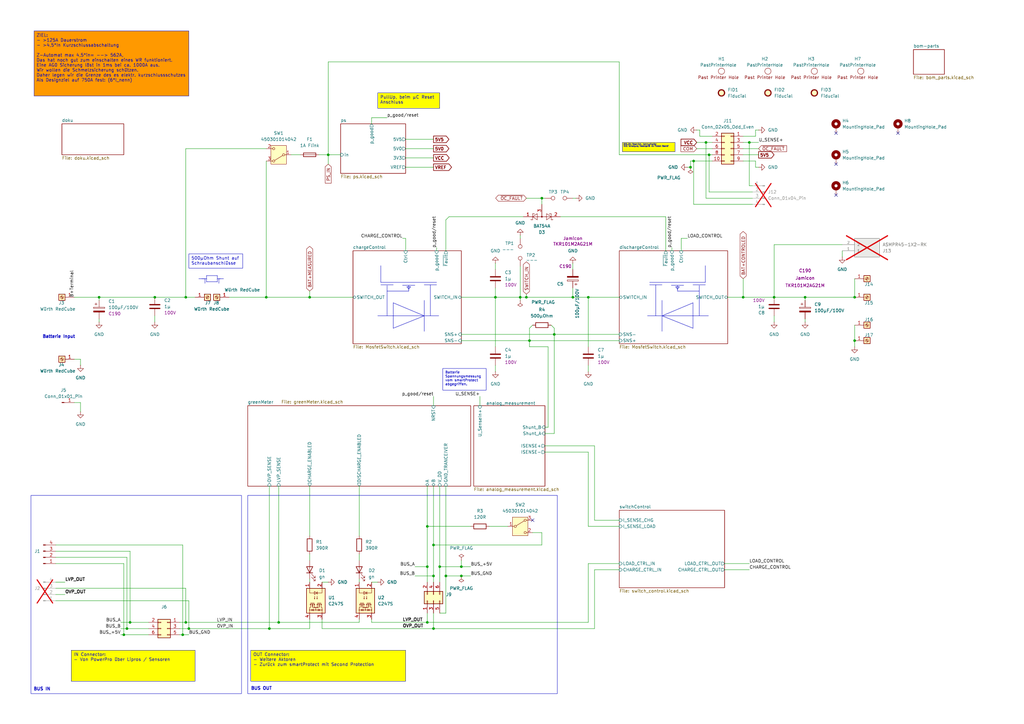
<source format=kicad_sch>
(kicad_sch
	(version 20250114)
	(generator "eeschema")
	(generator_version "9.0")
	(uuid "bf1f8167-8e29-49cc-a467-dd9cc2c77246")
	(paper "A3")
	(lib_symbols
		(symbol "ASMPR45-1X2-RK:ASMPR45-1X2-RK"
			(pin_names
				(offset 1.016)
			)
			(exclude_from_sim no)
			(in_bom yes)
			(on_board yes)
			(property "Reference" "J"
				(at -5.08 3.302 0)
				(effects
					(font
						(size 1.27 1.27)
					)
					(justify left bottom)
				)
			)
			(property "Value" "ASMPR45-1X2-RK"
				(at -5.08 -7.62 0)
				(effects
					(font
						(size 1.27 1.27)
					)
					(justify left bottom)
				)
			)
			(property "Footprint" "ASMPR45-1X2-RK:APP_ASMPR45-1X2-RK"
				(at 0 0 0)
				(effects
					(font
						(size 1.27 1.27)
					)
					(justify bottom)
					(hide yes)
				)
			)
			(property "Datasheet" ""
				(at 0 0 0)
				(effects
					(font
						(size 1.27 1.27)
					)
					(hide yes)
				)
			)
			(property "Description" ""
				(at 0 0 0)
				(effects
					(font
						(size 1.27 1.27)
					)
					(hide yes)
				)
			)
			(property "MF" "Anderson Power Products"
				(at 0 0 0)
				(effects
					(font
						(size 1.27 1.27)
					)
					(justify bottom)
					(hide yes)
				)
			)
			(property "MAXIMUM_PACKAGE_HEIGHT" "8.4mm"
				(at 0 0 0)
				(effects
					(font
						(size 1.27 1.27)
					)
					(justify bottom)
					(hide yes)
				)
			)
			(property "Package" "None"
				(at 0 0 0)
				(effects
					(font
						(size 1.27 1.27)
					)
					(justify bottom)
					(hide yes)
				)
			)
			(property "Price" "None"
				(at 0 0 0)
				(effects
					(font
						(size 1.27 1.27)
					)
					(justify bottom)
					(hide yes)
				)
			)
			(property "Check_prices" "https://www.snapeda.com/parts/ASMPR45-1X2-RK/Anderson+Metals/view-part/?ref=eda"
				(at 0 0 0)
				(effects
					(font
						(size 1.27 1.27)
					)
					(justify bottom)
					(hide yes)
				)
			)
			(property "STANDARD" "Manufacturer Recommendations"
				(at 0 0 0)
				(effects
					(font
						(size 1.27 1.27)
					)
					(justify bottom)
					(hide yes)
				)
			)
			(property "PARTREV" "N/A"
				(at 0 0 0)
				(effects
					(font
						(size 1.27 1.27)
					)
					(justify bottom)
					(hide yes)
				)
			)
			(property "SnapEDA_Link" "https://www.snapeda.com/parts/ASMPR45-1X2-RK/Anderson+Metals/view-part/?ref=snap"
				(at 0 0 0)
				(effects
					(font
						(size 1.27 1.27)
					)
					(justify bottom)
					(hide yes)
				)
			)
			(property "MP" "ASMPR45-1X2-RK"
				(at 0 0 0)
				(effects
					(font
						(size 1.27 1.27)
					)
					(justify bottom)
					(hide yes)
				)
			)
			(property "Description_1" "2 Position Non-Gendered, Self Mating Connector Solder Surface Mount, Right Angle"
				(at 0 0 0)
				(effects
					(font
						(size 1.27 1.27)
					)
					(justify bottom)
					(hide yes)
				)
			)
			(property "Availability" "In Stock"
				(at 0 0 0)
				(effects
					(font
						(size 1.27 1.27)
					)
					(justify bottom)
					(hide yes)
				)
			)
			(property "MANUFACTURER" "APP"
				(at 0 0 0)
				(effects
					(font
						(size 1.27 1.27)
					)
					(justify bottom)
					(hide yes)
				)
			)
			(symbol "ASMPR45-1X2-RK_0_0"
				(rectangle
					(start -5.08 -5.08)
					(end 5.08 2.54)
					(stroke
						(width 0.254)
						(type default)
					)
					(fill
						(type background)
					)
				)
				(pin passive line
					(at -10.16 0 0)
					(length 5.08)
					(name "1"
						(effects
							(font
								(size 1.016 1.016)
							)
						)
					)
					(number "1"
						(effects
							(font
								(size 1.016 1.016)
							)
						)
					)
				)
				(pin passive line
					(at -10.16 -2.54 0)
					(length 5.08)
					(name "2"
						(effects
							(font
								(size 1.016 1.016)
							)
						)
					)
					(number "2"
						(effects
							(font
								(size 1.016 1.016)
							)
						)
					)
				)
			)
			(embedded_fonts no)
		)
		(symbol "Connector:Conn_01x01_Pin"
			(pin_names
				(offset 1.016)
				(hide yes)
			)
			(exclude_from_sim no)
			(in_bom yes)
			(on_board yes)
			(property "Reference" "J"
				(at 0 2.54 0)
				(effects
					(font
						(size 1.27 1.27)
					)
				)
			)
			(property "Value" "Conn_01x01_Pin"
				(at 0 -2.54 0)
				(effects
					(font
						(size 1.27 1.27)
					)
				)
			)
			(property "Footprint" ""
				(at 0 0 0)
				(effects
					(font
						(size 1.27 1.27)
					)
					(hide yes)
				)
			)
			(property "Datasheet" "~"
				(at 0 0 0)
				(effects
					(font
						(size 1.27 1.27)
					)
					(hide yes)
				)
			)
			(property "Description" "Generic connector, single row, 01x01, script generated"
				(at 0 0 0)
				(effects
					(font
						(size 1.27 1.27)
					)
					(hide yes)
				)
			)
			(property "ki_locked" ""
				(at 0 0 0)
				(effects
					(font
						(size 1.27 1.27)
					)
				)
			)
			(property "ki_keywords" "connector"
				(at 0 0 0)
				(effects
					(font
						(size 1.27 1.27)
					)
					(hide yes)
				)
			)
			(property "ki_fp_filters" "Connector*:*_1x??_*"
				(at 0 0 0)
				(effects
					(font
						(size 1.27 1.27)
					)
					(hide yes)
				)
			)
			(symbol "Conn_01x01_Pin_1_1"
				(rectangle
					(start 0.8636 0.127)
					(end 0 -0.127)
					(stroke
						(width 0.1524)
						(type default)
					)
					(fill
						(type outline)
					)
				)
				(polyline
					(pts
						(xy 1.27 0) (xy 0.8636 0)
					)
					(stroke
						(width 0.1524)
						(type default)
					)
					(fill
						(type none)
					)
				)
				(pin passive line
					(at 5.08 0 180)
					(length 3.81)
					(name "Pin_1"
						(effects
							(font
								(size 1.27 1.27)
							)
						)
					)
					(number "1"
						(effects
							(font
								(size 1.27 1.27)
							)
						)
					)
				)
			)
			(embedded_fonts no)
		)
		(symbol "Connector:Conn_01x04_Pin"
			(pin_names
				(offset 1.016)
				(hide yes)
			)
			(exclude_from_sim no)
			(in_bom yes)
			(on_board yes)
			(property "Reference" "J"
				(at 0 5.08 0)
				(effects
					(font
						(size 1.27 1.27)
					)
				)
			)
			(property "Value" "Conn_01x04_Pin"
				(at 0 -7.62 0)
				(effects
					(font
						(size 1.27 1.27)
					)
				)
			)
			(property "Footprint" ""
				(at 0 0 0)
				(effects
					(font
						(size 1.27 1.27)
					)
					(hide yes)
				)
			)
			(property "Datasheet" "~"
				(at 0 0 0)
				(effects
					(font
						(size 1.27 1.27)
					)
					(hide yes)
				)
			)
			(property "Description" "Generic connector, single row, 01x04, script generated"
				(at 0 0 0)
				(effects
					(font
						(size 1.27 1.27)
					)
					(hide yes)
				)
			)
			(property "ki_locked" ""
				(at 0 0 0)
				(effects
					(font
						(size 1.27 1.27)
					)
				)
			)
			(property "ki_keywords" "connector"
				(at 0 0 0)
				(effects
					(font
						(size 1.27 1.27)
					)
					(hide yes)
				)
			)
			(property "ki_fp_filters" "Connector*:*_1x??_*"
				(at 0 0 0)
				(effects
					(font
						(size 1.27 1.27)
					)
					(hide yes)
				)
			)
			(symbol "Conn_01x04_Pin_1_1"
				(rectangle
					(start 0.8636 2.667)
					(end 0 2.413)
					(stroke
						(width 0.1524)
						(type default)
					)
					(fill
						(type outline)
					)
				)
				(rectangle
					(start 0.8636 0.127)
					(end 0 -0.127)
					(stroke
						(width 0.1524)
						(type default)
					)
					(fill
						(type outline)
					)
				)
				(rectangle
					(start 0.8636 -2.413)
					(end 0 -2.667)
					(stroke
						(width 0.1524)
						(type default)
					)
					(fill
						(type outline)
					)
				)
				(rectangle
					(start 0.8636 -4.953)
					(end 0 -5.207)
					(stroke
						(width 0.1524)
						(type default)
					)
					(fill
						(type outline)
					)
				)
				(polyline
					(pts
						(xy 1.27 2.54) (xy 0.8636 2.54)
					)
					(stroke
						(width 0.1524)
						(type default)
					)
					(fill
						(type none)
					)
				)
				(polyline
					(pts
						(xy 1.27 0) (xy 0.8636 0)
					)
					(stroke
						(width 0.1524)
						(type default)
					)
					(fill
						(type none)
					)
				)
				(polyline
					(pts
						(xy 1.27 -2.54) (xy 0.8636 -2.54)
					)
					(stroke
						(width 0.1524)
						(type default)
					)
					(fill
						(type none)
					)
				)
				(polyline
					(pts
						(xy 1.27 -5.08) (xy 0.8636 -5.08)
					)
					(stroke
						(width 0.1524)
						(type default)
					)
					(fill
						(type none)
					)
				)
				(pin passive line
					(at 5.08 2.54 180)
					(length 3.81)
					(name "Pin_1"
						(effects
							(font
								(size 1.27 1.27)
							)
						)
					)
					(number "1"
						(effects
							(font
								(size 1.27 1.27)
							)
						)
					)
				)
				(pin passive line
					(at 5.08 0 180)
					(length 3.81)
					(name "Pin_2"
						(effects
							(font
								(size 1.27 1.27)
							)
						)
					)
					(number "2"
						(effects
							(font
								(size 1.27 1.27)
							)
						)
					)
				)
				(pin passive line
					(at 5.08 -2.54 180)
					(length 3.81)
					(name "Pin_3"
						(effects
							(font
								(size 1.27 1.27)
							)
						)
					)
					(number "3"
						(effects
							(font
								(size 1.27 1.27)
							)
						)
					)
				)
				(pin passive line
					(at 5.08 -5.08 180)
					(length 3.81)
					(name "Pin_4"
						(effects
							(font
								(size 1.27 1.27)
							)
						)
					)
					(number "4"
						(effects
							(font
								(size 1.27 1.27)
							)
						)
					)
				)
			)
			(embedded_fonts no)
		)
		(symbol "Connector:Screw_Terminal_01x01"
			(pin_names
				(offset 1.016)
				(hide yes)
			)
			(exclude_from_sim no)
			(in_bom yes)
			(on_board yes)
			(property "Reference" "J"
				(at 0 2.54 0)
				(effects
					(font
						(size 1.27 1.27)
					)
				)
			)
			(property "Value" "Screw_Terminal_01x01"
				(at 0 -2.54 0)
				(effects
					(font
						(size 1.27 1.27)
					)
				)
			)
			(property "Footprint" ""
				(at 0 0 0)
				(effects
					(font
						(size 1.27 1.27)
					)
					(hide yes)
				)
			)
			(property "Datasheet" "~"
				(at 0 0 0)
				(effects
					(font
						(size 1.27 1.27)
					)
					(hide yes)
				)
			)
			(property "Description" "Generic screw terminal, single row, 01x01, script generated (kicad-library-utils/schlib/autogen/connector/)"
				(at 0 0 0)
				(effects
					(font
						(size 1.27 1.27)
					)
					(hide yes)
				)
			)
			(property "ki_keywords" "screw terminal"
				(at 0 0 0)
				(effects
					(font
						(size 1.27 1.27)
					)
					(hide yes)
				)
			)
			(property "ki_fp_filters" "TerminalBlock*:*"
				(at 0 0 0)
				(effects
					(font
						(size 1.27 1.27)
					)
					(hide yes)
				)
			)
			(symbol "Screw_Terminal_01x01_1_1"
				(rectangle
					(start -1.27 1.27)
					(end 1.27 -1.27)
					(stroke
						(width 0.254)
						(type default)
					)
					(fill
						(type background)
					)
				)
				(polyline
					(pts
						(xy -0.5334 0.3302) (xy 0.3302 -0.508)
					)
					(stroke
						(width 0.1524)
						(type default)
					)
					(fill
						(type none)
					)
				)
				(polyline
					(pts
						(xy -0.3556 0.508) (xy 0.508 -0.3302)
					)
					(stroke
						(width 0.1524)
						(type default)
					)
					(fill
						(type none)
					)
				)
				(circle
					(center 0 0)
					(radius 0.635)
					(stroke
						(width 0.1524)
						(type default)
					)
					(fill
						(type none)
					)
				)
				(pin passive line
					(at -5.08 0 0)
					(length 3.81)
					(name "Pin_1"
						(effects
							(font
								(size 1.27 1.27)
							)
						)
					)
					(number "1"
						(effects
							(font
								(size 1.27 1.27)
							)
						)
					)
				)
			)
			(embedded_fonts no)
		)
		(symbol "Connector:TestPoint"
			(pin_numbers
				(hide yes)
			)
			(pin_names
				(offset 0.762)
				(hide yes)
			)
			(exclude_from_sim no)
			(in_bom yes)
			(on_board yes)
			(property "Reference" "TP"
				(at 0 6.858 0)
				(effects
					(font
						(size 1.27 1.27)
					)
				)
			)
			(property "Value" "TestPoint"
				(at 0 5.08 0)
				(effects
					(font
						(size 1.27 1.27)
					)
				)
			)
			(property "Footprint" ""
				(at 5.08 0 0)
				(effects
					(font
						(size 1.27 1.27)
					)
					(hide yes)
				)
			)
			(property "Datasheet" "~"
				(at 5.08 0 0)
				(effects
					(font
						(size 1.27 1.27)
					)
					(hide yes)
				)
			)
			(property "Description" "test point"
				(at 0 0 0)
				(effects
					(font
						(size 1.27 1.27)
					)
					(hide yes)
				)
			)
			(property "ki_keywords" "test point tp"
				(at 0 0 0)
				(effects
					(font
						(size 1.27 1.27)
					)
					(hide yes)
				)
			)
			(property "ki_fp_filters" "Pin* Test*"
				(at 0 0 0)
				(effects
					(font
						(size 1.27 1.27)
					)
					(hide yes)
				)
			)
			(symbol "TestPoint_0_1"
				(circle
					(center 0 3.302)
					(radius 0.762)
					(stroke
						(width 0)
						(type default)
					)
					(fill
						(type none)
					)
				)
			)
			(symbol "TestPoint_1_1"
				(pin passive line
					(at 0 0 90)
					(length 2.54)
					(name "1"
						(effects
							(font
								(size 1.27 1.27)
							)
						)
					)
					(number "1"
						(effects
							(font
								(size 1.27 1.27)
							)
						)
					)
				)
			)
			(embedded_fonts no)
		)
		(symbol "Connector_Generic:Conn_02x03_Odd_Even"
			(pin_names
				(offset 1.016)
				(hide yes)
			)
			(exclude_from_sim no)
			(in_bom yes)
			(on_board yes)
			(property "Reference" "J"
				(at 1.27 5.08 0)
				(effects
					(font
						(size 1.27 1.27)
					)
				)
			)
			(property "Value" "Conn_02x03_Odd_Even"
				(at 1.27 -5.08 0)
				(effects
					(font
						(size 1.27 1.27)
					)
				)
			)
			(property "Footprint" ""
				(at 0 0 0)
				(effects
					(font
						(size 1.27 1.27)
					)
					(hide yes)
				)
			)
			(property "Datasheet" "~"
				(at 0 0 0)
				(effects
					(font
						(size 1.27 1.27)
					)
					(hide yes)
				)
			)
			(property "Description" "Generic connector, double row, 02x03, odd/even pin numbering scheme (row 1 odd numbers, row 2 even numbers), script generated (kicad-library-utils/schlib/autogen/connector/)"
				(at 0 0 0)
				(effects
					(font
						(size 1.27 1.27)
					)
					(hide yes)
				)
			)
			(property "ki_keywords" "connector"
				(at 0 0 0)
				(effects
					(font
						(size 1.27 1.27)
					)
					(hide yes)
				)
			)
			(property "ki_fp_filters" "Connector*:*_2x??_*"
				(at 0 0 0)
				(effects
					(font
						(size 1.27 1.27)
					)
					(hide yes)
				)
			)
			(symbol "Conn_02x03_Odd_Even_1_1"
				(rectangle
					(start -1.27 3.81)
					(end 3.81 -3.81)
					(stroke
						(width 0.254)
						(type default)
					)
					(fill
						(type background)
					)
				)
				(rectangle
					(start -1.27 2.667)
					(end 0 2.413)
					(stroke
						(width 0.1524)
						(type default)
					)
					(fill
						(type none)
					)
				)
				(rectangle
					(start -1.27 0.127)
					(end 0 -0.127)
					(stroke
						(width 0.1524)
						(type default)
					)
					(fill
						(type none)
					)
				)
				(rectangle
					(start -1.27 -2.413)
					(end 0 -2.667)
					(stroke
						(width 0.1524)
						(type default)
					)
					(fill
						(type none)
					)
				)
				(rectangle
					(start 3.81 2.667)
					(end 2.54 2.413)
					(stroke
						(width 0.1524)
						(type default)
					)
					(fill
						(type none)
					)
				)
				(rectangle
					(start 3.81 0.127)
					(end 2.54 -0.127)
					(stroke
						(width 0.1524)
						(type default)
					)
					(fill
						(type none)
					)
				)
				(rectangle
					(start 3.81 -2.413)
					(end 2.54 -2.667)
					(stroke
						(width 0.1524)
						(type default)
					)
					(fill
						(type none)
					)
				)
				(pin passive line
					(at -5.08 2.54 0)
					(length 3.81)
					(name "Pin_1"
						(effects
							(font
								(size 1.27 1.27)
							)
						)
					)
					(number "1"
						(effects
							(font
								(size 1.27 1.27)
							)
						)
					)
				)
				(pin passive line
					(at -5.08 0 0)
					(length 3.81)
					(name "Pin_3"
						(effects
							(font
								(size 1.27 1.27)
							)
						)
					)
					(number "3"
						(effects
							(font
								(size 1.27 1.27)
							)
						)
					)
				)
				(pin passive line
					(at -5.08 -2.54 0)
					(length 3.81)
					(name "Pin_5"
						(effects
							(font
								(size 1.27 1.27)
							)
						)
					)
					(number "5"
						(effects
							(font
								(size 1.27 1.27)
							)
						)
					)
				)
				(pin passive line
					(at 7.62 2.54 180)
					(length 3.81)
					(name "Pin_2"
						(effects
							(font
								(size 1.27 1.27)
							)
						)
					)
					(number "2"
						(effects
							(font
								(size 1.27 1.27)
							)
						)
					)
				)
				(pin passive line
					(at 7.62 0 180)
					(length 3.81)
					(name "Pin_4"
						(effects
							(font
								(size 1.27 1.27)
							)
						)
					)
					(number "4"
						(effects
							(font
								(size 1.27 1.27)
							)
						)
					)
				)
				(pin passive line
					(at 7.62 -2.54 180)
					(length 3.81)
					(name "Pin_6"
						(effects
							(font
								(size 1.27 1.27)
							)
						)
					)
					(number "6"
						(effects
							(font
								(size 1.27 1.27)
							)
						)
					)
				)
			)
			(embedded_fonts no)
		)
		(symbol "Connector_Generic:Conn_02x05_Odd_Even"
			(pin_names
				(offset 1.016)
				(hide yes)
			)
			(exclude_from_sim no)
			(in_bom yes)
			(on_board yes)
			(property "Reference" "J"
				(at 1.27 7.62 0)
				(effects
					(font
						(size 1.27 1.27)
					)
				)
			)
			(property "Value" "Conn_02x05_Odd_Even"
				(at 1.27 -7.62 0)
				(effects
					(font
						(size 1.27 1.27)
					)
				)
			)
			(property "Footprint" ""
				(at 0 0 0)
				(effects
					(font
						(size 1.27 1.27)
					)
					(hide yes)
				)
			)
			(property "Datasheet" "~"
				(at 0 0 0)
				(effects
					(font
						(size 1.27 1.27)
					)
					(hide yes)
				)
			)
			(property "Description" "Generic connector, double row, 02x05, odd/even pin numbering scheme (row 1 odd numbers, row 2 even numbers), script generated (kicad-library-utils/schlib/autogen/connector/)"
				(at 0 0 0)
				(effects
					(font
						(size 1.27 1.27)
					)
					(hide yes)
				)
			)
			(property "ki_keywords" "connector"
				(at 0 0 0)
				(effects
					(font
						(size 1.27 1.27)
					)
					(hide yes)
				)
			)
			(property "ki_fp_filters" "Connector*:*_2x??_*"
				(at 0 0 0)
				(effects
					(font
						(size 1.27 1.27)
					)
					(hide yes)
				)
			)
			(symbol "Conn_02x05_Odd_Even_1_1"
				(rectangle
					(start -1.27 6.35)
					(end 3.81 -6.35)
					(stroke
						(width 0.254)
						(type default)
					)
					(fill
						(type background)
					)
				)
				(rectangle
					(start -1.27 5.207)
					(end 0 4.953)
					(stroke
						(width 0.1524)
						(type default)
					)
					(fill
						(type none)
					)
				)
				(rectangle
					(start -1.27 2.667)
					(end 0 2.413)
					(stroke
						(width 0.1524)
						(type default)
					)
					(fill
						(type none)
					)
				)
				(rectangle
					(start -1.27 0.127)
					(end 0 -0.127)
					(stroke
						(width 0.1524)
						(type default)
					)
					(fill
						(type none)
					)
				)
				(rectangle
					(start -1.27 -2.413)
					(end 0 -2.667)
					(stroke
						(width 0.1524)
						(type default)
					)
					(fill
						(type none)
					)
				)
				(rectangle
					(start -1.27 -4.953)
					(end 0 -5.207)
					(stroke
						(width 0.1524)
						(type default)
					)
					(fill
						(type none)
					)
				)
				(rectangle
					(start 3.81 5.207)
					(end 2.54 4.953)
					(stroke
						(width 0.1524)
						(type default)
					)
					(fill
						(type none)
					)
				)
				(rectangle
					(start 3.81 2.667)
					(end 2.54 2.413)
					(stroke
						(width 0.1524)
						(type default)
					)
					(fill
						(type none)
					)
				)
				(rectangle
					(start 3.81 0.127)
					(end 2.54 -0.127)
					(stroke
						(width 0.1524)
						(type default)
					)
					(fill
						(type none)
					)
				)
				(rectangle
					(start 3.81 -2.413)
					(end 2.54 -2.667)
					(stroke
						(width 0.1524)
						(type default)
					)
					(fill
						(type none)
					)
				)
				(rectangle
					(start 3.81 -4.953)
					(end 2.54 -5.207)
					(stroke
						(width 0.1524)
						(type default)
					)
					(fill
						(type none)
					)
				)
				(pin passive line
					(at -5.08 5.08 0)
					(length 3.81)
					(name "Pin_1"
						(effects
							(font
								(size 1.27 1.27)
							)
						)
					)
					(number "1"
						(effects
							(font
								(size 1.27 1.27)
							)
						)
					)
				)
				(pin passive line
					(at -5.08 2.54 0)
					(length 3.81)
					(name "Pin_3"
						(effects
							(font
								(size 1.27 1.27)
							)
						)
					)
					(number "3"
						(effects
							(font
								(size 1.27 1.27)
							)
						)
					)
				)
				(pin passive line
					(at -5.08 0 0)
					(length 3.81)
					(name "Pin_5"
						(effects
							(font
								(size 1.27 1.27)
							)
						)
					)
					(number "5"
						(effects
							(font
								(size 1.27 1.27)
							)
						)
					)
				)
				(pin passive line
					(at -5.08 -2.54 0)
					(length 3.81)
					(name "Pin_7"
						(effects
							(font
								(size 1.27 1.27)
							)
						)
					)
					(number "7"
						(effects
							(font
								(size 1.27 1.27)
							)
						)
					)
				)
				(pin passive line
					(at -5.08 -5.08 0)
					(length 3.81)
					(name "Pin_9"
						(effects
							(font
								(size 1.27 1.27)
							)
						)
					)
					(number "9"
						(effects
							(font
								(size 1.27 1.27)
							)
						)
					)
				)
				(pin passive line
					(at 7.62 5.08 180)
					(length 3.81)
					(name "Pin_2"
						(effects
							(font
								(size 1.27 1.27)
							)
						)
					)
					(number "2"
						(effects
							(font
								(size 1.27 1.27)
							)
						)
					)
				)
				(pin passive line
					(at 7.62 2.54 180)
					(length 3.81)
					(name "Pin_4"
						(effects
							(font
								(size 1.27 1.27)
							)
						)
					)
					(number "4"
						(effects
							(font
								(size 1.27 1.27)
							)
						)
					)
				)
				(pin passive line
					(at 7.62 0 180)
					(length 3.81)
					(name "Pin_6"
						(effects
							(font
								(size 1.27 1.27)
							)
						)
					)
					(number "6"
						(effects
							(font
								(size 1.27 1.27)
							)
						)
					)
				)
				(pin passive line
					(at 7.62 -2.54 180)
					(length 3.81)
					(name "Pin_8"
						(effects
							(font
								(size 1.27 1.27)
							)
						)
					)
					(number "8"
						(effects
							(font
								(size 1.27 1.27)
							)
						)
					)
				)
				(pin passive line
					(at 7.62 -5.08 180)
					(length 3.81)
					(name "Pin_10"
						(effects
							(font
								(size 1.27 1.27)
							)
						)
					)
					(number "10"
						(effects
							(font
								(size 1.27 1.27)
							)
						)
					)
				)
			)
			(embedded_fonts no)
		)
		(symbol "Device:C"
			(pin_numbers
				(hide yes)
			)
			(pin_names
				(offset 0.254)
			)
			(exclude_from_sim no)
			(in_bom yes)
			(on_board yes)
			(property "Reference" "C"
				(at 0.635 2.54 0)
				(effects
					(font
						(size 1.27 1.27)
					)
					(justify left)
				)
			)
			(property "Value" "C"
				(at 0.635 -2.54 0)
				(effects
					(font
						(size 1.27 1.27)
					)
					(justify left)
				)
			)
			(property "Footprint" ""
				(at 0.9652 -3.81 0)
				(effects
					(font
						(size 1.27 1.27)
					)
					(hide yes)
				)
			)
			(property "Datasheet" "~"
				(at 0 0 0)
				(effects
					(font
						(size 1.27 1.27)
					)
					(hide yes)
				)
			)
			(property "Description" "Unpolarized capacitor"
				(at 0 0 0)
				(effects
					(font
						(size 1.27 1.27)
					)
					(hide yes)
				)
			)
			(property "ki_keywords" "cap capacitor"
				(at 0 0 0)
				(effects
					(font
						(size 1.27 1.27)
					)
					(hide yes)
				)
			)
			(property "ki_fp_filters" "C_*"
				(at 0 0 0)
				(effects
					(font
						(size 1.27 1.27)
					)
					(hide yes)
				)
			)
			(symbol "C_0_1"
				(polyline
					(pts
						(xy -2.032 0.762) (xy 2.032 0.762)
					)
					(stroke
						(width 0.508)
						(type default)
					)
					(fill
						(type none)
					)
				)
				(polyline
					(pts
						(xy -2.032 -0.762) (xy 2.032 -0.762)
					)
					(stroke
						(width 0.508)
						(type default)
					)
					(fill
						(type none)
					)
				)
			)
			(symbol "C_1_1"
				(pin passive line
					(at 0 3.81 270)
					(length 2.794)
					(name "~"
						(effects
							(font
								(size 1.27 1.27)
							)
						)
					)
					(number "1"
						(effects
							(font
								(size 1.27 1.27)
							)
						)
					)
				)
				(pin passive line
					(at 0 -3.81 90)
					(length 2.794)
					(name "~"
						(effects
							(font
								(size 1.27 1.27)
							)
						)
					)
					(number "2"
						(effects
							(font
								(size 1.27 1.27)
							)
						)
					)
				)
			)
			(embedded_fonts no)
		)
		(symbol "Device:C_Polarized"
			(pin_numbers
				(hide yes)
			)
			(pin_names
				(offset 0.254)
			)
			(exclude_from_sim no)
			(in_bom yes)
			(on_board yes)
			(property "Reference" "C"
				(at 0.635 2.54 0)
				(effects
					(font
						(size 1.27 1.27)
					)
					(justify left)
				)
			)
			(property "Value" "C_Polarized"
				(at 0.635 -2.54 0)
				(effects
					(font
						(size 1.27 1.27)
					)
					(justify left)
				)
			)
			(property "Footprint" ""
				(at 0.9652 -3.81 0)
				(effects
					(font
						(size 1.27 1.27)
					)
					(hide yes)
				)
			)
			(property "Datasheet" "~"
				(at 0 0 0)
				(effects
					(font
						(size 1.27 1.27)
					)
					(hide yes)
				)
			)
			(property "Description" "Polarized capacitor"
				(at 0 0 0)
				(effects
					(font
						(size 1.27 1.27)
					)
					(hide yes)
				)
			)
			(property "ki_keywords" "cap capacitor"
				(at 0 0 0)
				(effects
					(font
						(size 1.27 1.27)
					)
					(hide yes)
				)
			)
			(property "ki_fp_filters" "CP_*"
				(at 0 0 0)
				(effects
					(font
						(size 1.27 1.27)
					)
					(hide yes)
				)
			)
			(symbol "C_Polarized_0_1"
				(rectangle
					(start -2.286 0.508)
					(end 2.286 1.016)
					(stroke
						(width 0)
						(type default)
					)
					(fill
						(type none)
					)
				)
				(polyline
					(pts
						(xy -1.778 2.286) (xy -0.762 2.286)
					)
					(stroke
						(width 0)
						(type default)
					)
					(fill
						(type none)
					)
				)
				(polyline
					(pts
						(xy -1.27 2.794) (xy -1.27 1.778)
					)
					(stroke
						(width 0)
						(type default)
					)
					(fill
						(type none)
					)
				)
				(rectangle
					(start 2.286 -0.508)
					(end -2.286 -1.016)
					(stroke
						(width 0)
						(type default)
					)
					(fill
						(type outline)
					)
				)
			)
			(symbol "C_Polarized_1_1"
				(pin passive line
					(at 0 3.81 270)
					(length 2.794)
					(name "~"
						(effects
							(font
								(size 1.27 1.27)
							)
						)
					)
					(number "1"
						(effects
							(font
								(size 1.27 1.27)
							)
						)
					)
				)
				(pin passive line
					(at 0 -3.81 90)
					(length 2.794)
					(name "~"
						(effects
							(font
								(size 1.27 1.27)
							)
						)
					)
					(number "2"
						(effects
							(font
								(size 1.27 1.27)
							)
						)
					)
				)
			)
			(embedded_fonts no)
		)
		(symbol "Device:Fuse"
			(pin_numbers
				(hide yes)
			)
			(pin_names
				(offset 0)
			)
			(exclude_from_sim no)
			(in_bom yes)
			(on_board yes)
			(property "Reference" "F"
				(at 2.032 0 90)
				(effects
					(font
						(size 1.27 1.27)
					)
				)
			)
			(property "Value" "Fuse"
				(at -1.905 0 90)
				(effects
					(font
						(size 1.27 1.27)
					)
				)
			)
			(property "Footprint" ""
				(at -1.778 0 90)
				(effects
					(font
						(size 1.27 1.27)
					)
					(hide yes)
				)
			)
			(property "Datasheet" "~"
				(at 0 0 0)
				(effects
					(font
						(size 1.27 1.27)
					)
					(hide yes)
				)
			)
			(property "Description" "Fuse"
				(at 0 0 0)
				(effects
					(font
						(size 1.27 1.27)
					)
					(hide yes)
				)
			)
			(property "ki_keywords" "fuse"
				(at 0 0 0)
				(effects
					(font
						(size 1.27 1.27)
					)
					(hide yes)
				)
			)
			(property "ki_fp_filters" "*Fuse*"
				(at 0 0 0)
				(effects
					(font
						(size 1.27 1.27)
					)
					(hide yes)
				)
			)
			(symbol "Fuse_0_1"
				(rectangle
					(start -0.762 -2.54)
					(end 0.762 2.54)
					(stroke
						(width 0.254)
						(type default)
					)
					(fill
						(type none)
					)
				)
				(polyline
					(pts
						(xy 0 2.54) (xy 0 -2.54)
					)
					(stroke
						(width 0)
						(type default)
					)
					(fill
						(type none)
					)
				)
			)
			(symbol "Fuse_1_1"
				(pin passive line
					(at 0 3.81 270)
					(length 1.27)
					(name "~"
						(effects
							(font
								(size 1.27 1.27)
							)
						)
					)
					(number "1"
						(effects
							(font
								(size 1.27 1.27)
							)
						)
					)
				)
				(pin passive line
					(at 0 -3.81 90)
					(length 1.27)
					(name "~"
						(effects
							(font
								(size 1.27 1.27)
							)
						)
					)
					(number "2"
						(effects
							(font
								(size 1.27 1.27)
							)
						)
					)
				)
			)
			(embedded_fonts no)
		)
		(symbol "Device:LED"
			(pin_numbers
				(hide yes)
			)
			(pin_names
				(offset 1.016)
				(hide yes)
			)
			(exclude_from_sim no)
			(in_bom yes)
			(on_board yes)
			(property "Reference" "D"
				(at 0 2.54 0)
				(effects
					(font
						(size 1.27 1.27)
					)
				)
			)
			(property "Value" "LED"
				(at 0 -2.54 0)
				(effects
					(font
						(size 1.27 1.27)
					)
				)
			)
			(property "Footprint" ""
				(at 0 0 0)
				(effects
					(font
						(size 1.27 1.27)
					)
					(hide yes)
				)
			)
			(property "Datasheet" "~"
				(at 0 0 0)
				(effects
					(font
						(size 1.27 1.27)
					)
					(hide yes)
				)
			)
			(property "Description" "Light emitting diode"
				(at 0 0 0)
				(effects
					(font
						(size 1.27 1.27)
					)
					(hide yes)
				)
			)
			(property "Sim.Pins" "1=K 2=A"
				(at 0 0 0)
				(effects
					(font
						(size 1.27 1.27)
					)
					(hide yes)
				)
			)
			(property "ki_keywords" "LED diode"
				(at 0 0 0)
				(effects
					(font
						(size 1.27 1.27)
					)
					(hide yes)
				)
			)
			(property "ki_fp_filters" "LED* LED_SMD:* LED_THT:*"
				(at 0 0 0)
				(effects
					(font
						(size 1.27 1.27)
					)
					(hide yes)
				)
			)
			(symbol "LED_0_1"
				(polyline
					(pts
						(xy -3.048 -0.762) (xy -4.572 -2.286) (xy -3.81 -2.286) (xy -4.572 -2.286) (xy -4.572 -1.524)
					)
					(stroke
						(width 0)
						(type default)
					)
					(fill
						(type none)
					)
				)
				(polyline
					(pts
						(xy -1.778 -0.762) (xy -3.302 -2.286) (xy -2.54 -2.286) (xy -3.302 -2.286) (xy -3.302 -1.524)
					)
					(stroke
						(width 0)
						(type default)
					)
					(fill
						(type none)
					)
				)
				(polyline
					(pts
						(xy -1.27 0) (xy 1.27 0)
					)
					(stroke
						(width 0)
						(type default)
					)
					(fill
						(type none)
					)
				)
				(polyline
					(pts
						(xy -1.27 -1.27) (xy -1.27 1.27)
					)
					(stroke
						(width 0.254)
						(type default)
					)
					(fill
						(type none)
					)
				)
				(polyline
					(pts
						(xy 1.27 -1.27) (xy 1.27 1.27) (xy -1.27 0) (xy 1.27 -1.27)
					)
					(stroke
						(width 0.254)
						(type default)
					)
					(fill
						(type none)
					)
				)
			)
			(symbol "LED_1_1"
				(pin passive line
					(at -3.81 0 0)
					(length 2.54)
					(name "K"
						(effects
							(font
								(size 1.27 1.27)
							)
						)
					)
					(number "1"
						(effects
							(font
								(size 1.27 1.27)
							)
						)
					)
				)
				(pin passive line
					(at 3.81 0 180)
					(length 2.54)
					(name "A"
						(effects
							(font
								(size 1.27 1.27)
							)
						)
					)
					(number "2"
						(effects
							(font
								(size 1.27 1.27)
							)
						)
					)
				)
			)
			(embedded_fonts no)
		)
		(symbol "Device:R"
			(pin_numbers
				(hide yes)
			)
			(pin_names
				(offset 0)
			)
			(exclude_from_sim no)
			(in_bom yes)
			(on_board yes)
			(property "Reference" "R"
				(at 2.032 0 90)
				(effects
					(font
						(size 1.27 1.27)
					)
				)
			)
			(property "Value" "R"
				(at 0 0 90)
				(effects
					(font
						(size 1.27 1.27)
					)
				)
			)
			(property "Footprint" ""
				(at -1.778 0 90)
				(effects
					(font
						(size 1.27 1.27)
					)
					(hide yes)
				)
			)
			(property "Datasheet" "~"
				(at 0 0 0)
				(effects
					(font
						(size 1.27 1.27)
					)
					(hide yes)
				)
			)
			(property "Description" "Resistor"
				(at 0 0 0)
				(effects
					(font
						(size 1.27 1.27)
					)
					(hide yes)
				)
			)
			(property "ki_keywords" "R res resistor"
				(at 0 0 0)
				(effects
					(font
						(size 1.27 1.27)
					)
					(hide yes)
				)
			)
			(property "ki_fp_filters" "R_*"
				(at 0 0 0)
				(effects
					(font
						(size 1.27 1.27)
					)
					(hide yes)
				)
			)
			(symbol "R_0_1"
				(rectangle
					(start -1.016 -2.54)
					(end 1.016 2.54)
					(stroke
						(width 0.254)
						(type default)
					)
					(fill
						(type none)
					)
				)
			)
			(symbol "R_1_1"
				(pin passive line
					(at 0 3.81 270)
					(length 1.27)
					(name "~"
						(effects
							(font
								(size 1.27 1.27)
							)
						)
					)
					(number "1"
						(effects
							(font
								(size 1.27 1.27)
							)
						)
					)
				)
				(pin passive line
					(at 0 -3.81 90)
					(length 1.27)
					(name "~"
						(effects
							(font
								(size 1.27 1.27)
							)
						)
					)
					(number "2"
						(effects
							(font
								(size 1.27 1.27)
							)
						)
					)
				)
			)
			(embedded_fonts no)
		)
		(symbol "Diode:BAT54A"
			(pin_names
				(offset 1.016)
			)
			(exclude_from_sim no)
			(in_bom yes)
			(on_board yes)
			(property "Reference" "D"
				(at 0.635 -3.81 0)
				(effects
					(font
						(size 1.27 1.27)
					)
					(justify left)
				)
			)
			(property "Value" "BAT54A"
				(at -6.35 3.175 0)
				(effects
					(font
						(size 1.27 1.27)
					)
					(justify left)
				)
			)
			(property "Footprint" "Package_TO_SOT_SMD:SOT-23"
				(at 1.905 3.175 0)
				(effects
					(font
						(size 1.27 1.27)
					)
					(justify left)
					(hide yes)
				)
			)
			(property "Datasheet" "http://www.diodes.com/_files/datasheets/ds11005.pdf"
				(at -3.048 0 0)
				(effects
					(font
						(size 1.27 1.27)
					)
					(hide yes)
				)
			)
			(property "Description" "schottky barrier diode"
				(at 0 0 0)
				(effects
					(font
						(size 1.27 1.27)
					)
					(hide yes)
				)
			)
			(property "ki_keywords" "schottky diode"
				(at 0 0 0)
				(effects
					(font
						(size 1.27 1.27)
					)
					(hide yes)
				)
			)
			(property "ki_fp_filters" "SOT?23*"
				(at 0 0 0)
				(effects
					(font
						(size 1.27 1.27)
					)
					(hide yes)
				)
			)
			(symbol "BAT54A_0_1"
				(polyline
					(pts
						(xy -4.445 1.27) (xy -4.445 1.016)
					)
					(stroke
						(width 0)
						(type default)
					)
					(fill
						(type none)
					)
				)
				(polyline
					(pts
						(xy -3.81 1.27) (xy -4.445 1.27)
					)
					(stroke
						(width 0)
						(type default)
					)
					(fill
						(type none)
					)
				)
				(polyline
					(pts
						(xy -3.81 0) (xy -1.27 0)
					)
					(stroke
						(width 0)
						(type default)
					)
					(fill
						(type none)
					)
				)
				(polyline
					(pts
						(xy -3.81 -1.27) (xy -3.81 1.27)
					)
					(stroke
						(width 0)
						(type default)
					)
					(fill
						(type none)
					)
				)
				(polyline
					(pts
						(xy -3.81 -1.27) (xy -3.175 -1.27)
					)
					(stroke
						(width 0)
						(type default)
					)
					(fill
						(type none)
					)
				)
				(polyline
					(pts
						(xy -3.175 -1.27) (xy -3.175 -1.016)
					)
					(stroke
						(width 0)
						(type default)
					)
					(fill
						(type none)
					)
				)
				(polyline
					(pts
						(xy -1.905 1.27) (xy -1.905 -1.27) (xy -3.81 0) (xy -1.905 1.27)
					)
					(stroke
						(width 0)
						(type default)
					)
					(fill
						(type none)
					)
				)
				(polyline
					(pts
						(xy -1.905 0) (xy 1.905 0)
					)
					(stroke
						(width 0)
						(type default)
					)
					(fill
						(type none)
					)
				)
				(circle
					(center 0 0)
					(radius 0.254)
					(stroke
						(width 0)
						(type default)
					)
					(fill
						(type outline)
					)
				)
				(polyline
					(pts
						(xy 1.27 0) (xy 3.81 0)
					)
					(stroke
						(width 0)
						(type default)
					)
					(fill
						(type none)
					)
				)
				(polyline
					(pts
						(xy 1.905 1.27) (xy 1.905 -1.27) (xy 3.81 0) (xy 1.905 1.27)
					)
					(stroke
						(width 0)
						(type default)
					)
					(fill
						(type none)
					)
				)
				(polyline
					(pts
						(xy 3.175 -1.27) (xy 3.175 -1.016)
					)
					(stroke
						(width 0)
						(type default)
					)
					(fill
						(type none)
					)
				)
				(polyline
					(pts
						(xy 3.81 1.27) (xy 4.445 1.27)
					)
					(stroke
						(width 0)
						(type default)
					)
					(fill
						(type none)
					)
				)
				(polyline
					(pts
						(xy 3.81 -1.27) (xy 3.175 -1.27)
					)
					(stroke
						(width 0)
						(type default)
					)
					(fill
						(type none)
					)
				)
				(polyline
					(pts
						(xy 3.81 -1.27) (xy 3.81 1.27)
					)
					(stroke
						(width 0)
						(type default)
					)
					(fill
						(type none)
					)
				)
				(polyline
					(pts
						(xy 4.445 1.27) (xy 4.445 1.016)
					)
					(stroke
						(width 0)
						(type default)
					)
					(fill
						(type none)
					)
				)
			)
			(symbol "BAT54A_1_1"
				(pin passive line
					(at -7.62 0 0)
					(length 3.81)
					(name "~"
						(effects
							(font
								(size 1.27 1.27)
							)
						)
					)
					(number "1"
						(effects
							(font
								(size 1.27 1.27)
							)
						)
					)
				)
				(pin passive line
					(at 0 -5.08 90)
					(length 5.08)
					(name "~"
						(effects
							(font
								(size 1.27 1.27)
							)
						)
					)
					(number "3"
						(effects
							(font
								(size 1.27 1.27)
							)
						)
					)
				)
				(pin passive line
					(at 7.62 0 180)
					(length 3.81)
					(name "~"
						(effects
							(font
								(size 1.27 1.27)
							)
						)
					)
					(number "2"
						(effects
							(font
								(size 1.27 1.27)
							)
						)
					)
				)
			)
			(embedded_fonts no)
		)
		(symbol "Mechanical:Fiducial"
			(exclude_from_sim yes)
			(in_bom no)
			(on_board yes)
			(property "Reference" "FID"
				(at 0 5.08 0)
				(effects
					(font
						(size 1.27 1.27)
					)
				)
			)
			(property "Value" "Fiducial"
				(at 0 3.175 0)
				(effects
					(font
						(size 1.27 1.27)
					)
				)
			)
			(property "Footprint" ""
				(at 0 0 0)
				(effects
					(font
						(size 1.27 1.27)
					)
					(hide yes)
				)
			)
			(property "Datasheet" "~"
				(at 0 0 0)
				(effects
					(font
						(size 1.27 1.27)
					)
					(hide yes)
				)
			)
			(property "Description" "Fiducial Marker"
				(at 0 0 0)
				(effects
					(font
						(size 1.27 1.27)
					)
					(hide yes)
				)
			)
			(property "ki_keywords" "fiducial marker"
				(at 0 0 0)
				(effects
					(font
						(size 1.27 1.27)
					)
					(hide yes)
				)
			)
			(property "ki_fp_filters" "Fiducial*"
				(at 0 0 0)
				(effects
					(font
						(size 1.27 1.27)
					)
					(hide yes)
				)
			)
			(symbol "Fiducial_0_1"
				(circle
					(center 0 0)
					(radius 1.27)
					(stroke
						(width 0.508)
						(type default)
					)
					(fill
						(type background)
					)
				)
			)
			(embedded_fonts no)
		)
		(symbol "Mechanical:MountingHole_Pad"
			(pin_numbers
				(hide yes)
			)
			(pin_names
				(offset 1.016)
				(hide yes)
			)
			(exclude_from_sim yes)
			(in_bom no)
			(on_board yes)
			(property "Reference" "H"
				(at 0 6.35 0)
				(effects
					(font
						(size 1.27 1.27)
					)
				)
			)
			(property "Value" "MountingHole_Pad"
				(at 0 4.445 0)
				(effects
					(font
						(size 1.27 1.27)
					)
				)
			)
			(property "Footprint" ""
				(at 0 0 0)
				(effects
					(font
						(size 1.27 1.27)
					)
					(hide yes)
				)
			)
			(property "Datasheet" "~"
				(at 0 0 0)
				(effects
					(font
						(size 1.27 1.27)
					)
					(hide yes)
				)
			)
			(property "Description" "Mounting Hole with connection"
				(at 0 0 0)
				(effects
					(font
						(size 1.27 1.27)
					)
					(hide yes)
				)
			)
			(property "ki_keywords" "mounting hole"
				(at 0 0 0)
				(effects
					(font
						(size 1.27 1.27)
					)
					(hide yes)
				)
			)
			(property "ki_fp_filters" "MountingHole*Pad*"
				(at 0 0 0)
				(effects
					(font
						(size 1.27 1.27)
					)
					(hide yes)
				)
			)
			(symbol "MountingHole_Pad_0_1"
				(circle
					(center 0 1.27)
					(radius 1.27)
					(stroke
						(width 1.27)
						(type default)
					)
					(fill
						(type none)
					)
				)
			)
			(symbol "MountingHole_Pad_1_1"
				(pin input line
					(at 0 -2.54 90)
					(length 2.54)
					(name "1"
						(effects
							(font
								(size 1.27 1.27)
							)
						)
					)
					(number "1"
						(effects
							(font
								(size 1.27 1.27)
							)
						)
					)
				)
			)
			(embedded_fonts no)
		)
		(symbol "Relay_SolidState:ASSR-1218"
			(exclude_from_sim no)
			(in_bom yes)
			(on_board yes)
			(property "Reference" "U"
				(at -5.08 5.08 0)
				(effects
					(font
						(size 1.27 1.27)
					)
					(justify left)
				)
			)
			(property "Value" "ASSR-1218"
				(at 0 5.08 0)
				(effects
					(font
						(size 1.27 1.27)
					)
					(justify left)
				)
			)
			(property "Footprint" "Package_SO:SO-4_4.4x4.3mm_P2.54mm"
				(at -5.08 -5.08 0)
				(effects
					(font
						(size 1.27 1.27)
						(italic yes)
					)
					(justify left)
					(hide yes)
				)
			)
			(property "Datasheet" "https://docs.broadcom.com/docs/AV02-0173EN"
				(at 0 0 0)
				(effects
					(font
						(size 1.27 1.27)
					)
					(justify left)
					(hide yes)
				)
			)
			(property "Description" "Form A, Solid State Relay (Photo MOSFET) 60V, 0.2A, 10Ohm, SO-4"
				(at 0 0 0)
				(effects
					(font
						(size 1.27 1.27)
					)
					(hide yes)
				)
			)
			(property "ki_keywords" "MOSFET Output Photorelay 1-Form-A"
				(at 0 0 0)
				(effects
					(font
						(size 1.27 1.27)
					)
					(hide yes)
				)
			)
			(property "ki_fp_filters" "SO*4.4x4.3mm*P2.54mm*"
				(at 0 0 0)
				(effects
					(font
						(size 1.27 1.27)
					)
					(hide yes)
				)
			)
			(symbol "ASSR-1218_0_1"
				(rectangle
					(start -5.08 3.81)
					(end 5.08 -3.81)
					(stroke
						(width 0.254)
						(type default)
					)
					(fill
						(type background)
					)
				)
				(polyline
					(pts
						(xy -5.08 2.54) (xy -3.175 2.54) (xy -3.175 -2.54) (xy -5.08 -2.54)
					)
					(stroke
						(width 0)
						(type default)
					)
					(fill
						(type none)
					)
				)
				(polyline
					(pts
						(xy -3.81 -0.635) (xy -2.54 -0.635)
					)
					(stroke
						(width 0)
						(type default)
					)
					(fill
						(type none)
					)
				)
				(polyline
					(pts
						(xy -3.175 -0.635) (xy -3.81 0.635) (xy -2.54 0.635) (xy -3.175 -0.635)
					)
					(stroke
						(width 0)
						(type default)
					)
					(fill
						(type none)
					)
				)
				(polyline
					(pts
						(xy -1.905 0.508) (xy -0.635 0.508) (xy -1.016 0.381) (xy -1.016 0.635) (xy -0.635 0.508)
					)
					(stroke
						(width 0)
						(type default)
					)
					(fill
						(type none)
					)
				)
				(polyline
					(pts
						(xy -1.905 -0.508) (xy -0.635 -0.508) (xy -1.016 -0.635) (xy -1.016 -0.381) (xy -0.635 -0.508)
					)
					(stroke
						(width 0)
						(type default)
					)
					(fill
						(type none)
					)
				)
				(polyline
					(pts
						(xy 1.016 2.159) (xy 1.016 0.635)
					)
					(stroke
						(width 0.2032)
						(type default)
					)
					(fill
						(type none)
					)
				)
				(polyline
					(pts
						(xy 1.016 -0.635) (xy 1.016 -2.159)
					)
					(stroke
						(width 0.2032)
						(type default)
					)
					(fill
						(type none)
					)
				)
				(polyline
					(pts
						(xy 1.524 2.286) (xy 1.524 2.032) (xy 1.524 2.032)
					)
					(stroke
						(width 0.3556)
						(type default)
					)
					(fill
						(type none)
					)
				)
				(polyline
					(pts
						(xy 1.524 1.524) (xy 1.524 1.27) (xy 1.524 1.27)
					)
					(stroke
						(width 0.3556)
						(type default)
					)
					(fill
						(type none)
					)
				)
				(polyline
					(pts
						(xy 1.524 0.762) (xy 1.524 0.508) (xy 1.524 0.508)
					)
					(stroke
						(width 0.3556)
						(type default)
					)
					(fill
						(type none)
					)
				)
				(polyline
					(pts
						(xy 1.524 -0.508) (xy 1.524 -0.762)
					)
					(stroke
						(width 0.3556)
						(type default)
					)
					(fill
						(type none)
					)
				)
				(polyline
					(pts
						(xy 1.524 -1.27) (xy 1.524 -1.524) (xy 1.524 -1.524)
					)
					(stroke
						(width 0.3556)
						(type default)
					)
					(fill
						(type none)
					)
				)
				(polyline
					(pts
						(xy 1.524 -2.032) (xy 1.524 -2.286) (xy 1.524 -2.286)
					)
					(stroke
						(width 0.3556)
						(type default)
					)
					(fill
						(type none)
					)
				)
				(polyline
					(pts
						(xy 1.651 2.159) (xy 2.794 2.159) (xy 2.794 2.54) (xy 5.08 2.54)
					)
					(stroke
						(width 0)
						(type default)
					)
					(fill
						(type none)
					)
				)
				(polyline
					(pts
						(xy 1.651 1.397) (xy 2.794 1.397) (xy 2.794 0.635)
					)
					(stroke
						(width 0)
						(type default)
					)
					(fill
						(type none)
					)
				)
				(polyline
					(pts
						(xy 1.651 -0.635) (xy 2.794 -0.635) (xy 2.794 0.635) (xy 1.651 0.635)
					)
					(stroke
						(width 0)
						(type default)
					)
					(fill
						(type none)
					)
				)
				(polyline
					(pts
						(xy 1.651 -1.397) (xy 2.794 -1.397) (xy 2.794 -0.635)
					)
					(stroke
						(width 0)
						(type default)
					)
					(fill
						(type none)
					)
				)
				(polyline
					(pts
						(xy 1.651 -2.159) (xy 2.794 -2.159) (xy 2.794 -2.54) (xy 5.08 -2.54)
					)
					(stroke
						(width 0)
						(type default)
					)
					(fill
						(type none)
					)
				)
				(polyline
					(pts
						(xy 1.778 1.397) (xy 2.286 1.524) (xy 2.286 1.27) (xy 1.778 1.397)
					)
					(stroke
						(width 0)
						(type default)
					)
					(fill
						(type none)
					)
				)
				(polyline
					(pts
						(xy 1.778 -1.397) (xy 2.286 -1.27) (xy 2.286 -1.524) (xy 1.778 -1.397)
					)
					(stroke
						(width 0)
						(type default)
					)
					(fill
						(type none)
					)
				)
				(circle
					(center 2.794 0.635)
					(radius 0.127)
					(stroke
						(width 0)
						(type default)
					)
					(fill
						(type none)
					)
				)
				(polyline
					(pts
						(xy 2.794 0) (xy 3.81 0)
					)
					(stroke
						(width 0)
						(type default)
					)
					(fill
						(type none)
					)
				)
				(circle
					(center 2.794 0)
					(radius 0.127)
					(stroke
						(width 0)
						(type default)
					)
					(fill
						(type none)
					)
				)
				(circle
					(center 2.794 -0.635)
					(radius 0.127)
					(stroke
						(width 0)
						(type default)
					)
					(fill
						(type none)
					)
				)
				(polyline
					(pts
						(xy 3.429 1.651) (xy 4.191 1.651)
					)
					(stroke
						(width 0)
						(type default)
					)
					(fill
						(type none)
					)
				)
				(polyline
					(pts
						(xy 3.429 -1.651) (xy 4.191 -1.651)
					)
					(stroke
						(width 0)
						(type default)
					)
					(fill
						(type none)
					)
				)
				(circle
					(center 3.81 2.54)
					(radius 0.127)
					(stroke
						(width 0)
						(type default)
					)
					(fill
						(type none)
					)
				)
				(polyline
					(pts
						(xy 3.81 1.651) (xy 3.429 0.889) (xy 4.191 0.889) (xy 3.81 1.651)
					)
					(stroke
						(width 0)
						(type default)
					)
					(fill
						(type none)
					)
				)
				(circle
					(center 3.81 0)
					(radius 0.127)
					(stroke
						(width 0)
						(type default)
					)
					(fill
						(type none)
					)
				)
				(polyline
					(pts
						(xy 3.81 -1.651) (xy 3.429 -0.889) (xy 4.191 -0.889) (xy 3.81 -1.651)
					)
					(stroke
						(width 0)
						(type default)
					)
					(fill
						(type none)
					)
				)
				(polyline
					(pts
						(xy 3.81 -2.54) (xy 3.81 2.54)
					)
					(stroke
						(width 0)
						(type default)
					)
					(fill
						(type none)
					)
				)
				(circle
					(center 3.81 -2.54)
					(radius 0.127)
					(stroke
						(width 0)
						(type default)
					)
					(fill
						(type none)
					)
				)
			)
			(symbol "ASSR-1218_1_1"
				(pin passive line
					(at -7.62 2.54 0)
					(length 2.54)
					(name "~"
						(effects
							(font
								(size 1.27 1.27)
							)
						)
					)
					(number "1"
						(effects
							(font
								(size 1.27 1.27)
							)
						)
					)
				)
				(pin passive line
					(at -7.62 -2.54 0)
					(length 2.54)
					(name "~"
						(effects
							(font
								(size 1.27 1.27)
							)
						)
					)
					(number "2"
						(effects
							(font
								(size 1.27 1.27)
							)
						)
					)
				)
				(pin passive line
					(at 7.62 2.54 180)
					(length 2.54)
					(name "~"
						(effects
							(font
								(size 1.27 1.27)
							)
						)
					)
					(number "4"
						(effects
							(font
								(size 1.27 1.27)
							)
						)
					)
				)
				(pin passive line
					(at 7.62 -2.54 180)
					(length 2.54)
					(name "~"
						(effects
							(font
								(size 1.27 1.27)
							)
						)
					)
					(number "3"
						(effects
							(font
								(size 1.27 1.27)
							)
						)
					)
				)
			)
			(embedded_fonts no)
		)
		(symbol "Switch:SW_Wuerth_450301014042"
			(pin_names
				(offset 1)
				(hide yes)
			)
			(exclude_from_sim no)
			(in_bom yes)
			(on_board yes)
			(property "Reference" "SW"
				(at 0 5.08 0)
				(effects
					(font
						(size 1.27 1.27)
					)
				)
			)
			(property "Value" "SW_Wuerth_450301014042"
				(at 0 -5.08 0)
				(effects
					(font
						(size 1.27 1.27)
					)
				)
			)
			(property "Footprint" "Button_Switch_THT:SW_Slide-03_Wuerth-WS-SLTV_10x2.5x6.4_P2.54mm"
				(at 0 -10.16 0)
				(effects
					(font
						(size 1.27 1.27)
					)
					(hide yes)
				)
			)
			(property "Datasheet" "https://www.we-online.com/components/products/datasheet/450301014042.pdf"
				(at 0 -7.62 0)
				(effects
					(font
						(size 1.27 1.27)
					)
					(hide yes)
				)
			)
			(property "Description" "Switch slide, single pole double throw"
				(at 0 0 0)
				(effects
					(font
						(size 1.27 1.27)
					)
					(hide yes)
				)
			)
			(property "ki_keywords" "changeover single-pole opposite-side-connection double-throw spdt ON-ON"
				(at 0 0 0)
				(effects
					(font
						(size 1.27 1.27)
					)
					(hide yes)
				)
			)
			(property "ki_fp_filters" "SW*Wuerth*WS*SLTV*10x2.5x6.4*P2.54mm*"
				(at 0 0 0)
				(effects
					(font
						(size 1.27 1.27)
					)
					(hide yes)
				)
			)
			(symbol "SW_Wuerth_450301014042_0_1"
				(circle
					(center -2.032 0)
					(radius 0.4572)
					(stroke
						(width 0)
						(type default)
					)
					(fill
						(type none)
					)
				)
				(polyline
					(pts
						(xy -1.651 0.254) (xy 1.651 2.286)
					)
					(stroke
						(width 0)
						(type default)
					)
					(fill
						(type none)
					)
				)
				(circle
					(center 2.032 2.54)
					(radius 0.4572)
					(stroke
						(width 0)
						(type default)
					)
					(fill
						(type none)
					)
				)
				(circle
					(center 2.032 -2.54)
					(radius 0.4572)
					(stroke
						(width 0)
						(type default)
					)
					(fill
						(type none)
					)
				)
			)
			(symbol "SW_Wuerth_450301014042_1_1"
				(rectangle
					(start -3.175 3.81)
					(end 3.175 -3.81)
					(stroke
						(width 0)
						(type default)
					)
					(fill
						(type background)
					)
				)
				(pin passive line
					(at -5.08 0 0)
					(length 2.54)
					(name "B"
						(effects
							(font
								(size 1.27 1.27)
							)
						)
					)
					(number "1"
						(effects
							(font
								(size 1.27 1.27)
							)
						)
					)
				)
				(pin passive line
					(at 5.08 2.54 180)
					(length 2.54)
					(name "A"
						(effects
							(font
								(size 1.27 1.27)
							)
						)
					)
					(number "3"
						(effects
							(font
								(size 1.27 1.27)
							)
						)
					)
				)
				(pin passive line
					(at 5.08 -2.54 180)
					(length 2.54)
					(name "C"
						(effects
							(font
								(size 1.27 1.27)
							)
						)
					)
					(number "2"
						(effects
							(font
								(size 1.27 1.27)
							)
						)
					)
				)
			)
			(embedded_fonts no)
		)
		(symbol "myMounting:mounting_past_printer"
			(exclude_from_sim no)
			(in_bom no)
			(on_board yes)
			(property "Reference" "H"
				(at 0 0 0)
				(effects
					(font
						(size 1.27 1.27)
					)
				)
			)
			(property "Value" ""
				(at 0 0 0)
				(effects
					(font
						(size 1.27 1.27)
					)
				)
			)
			(property "Footprint" "myHoles:printer_mounting_holes_1mm"
				(at 0 0 0)
				(effects
					(font
						(size 1.27 1.27)
					)
					(hide yes)
				)
			)
			(property "Datasheet" ""
				(at 0 0 0)
				(effects
					(font
						(size 1.27 1.27)
					)
					(hide yes)
				)
			)
			(property "Description" ""
				(at 0 0 0)
				(effects
					(font
						(size 1.27 1.27)
					)
					(hide yes)
				)
			)
			(symbol "mounting_past_printer_0_1"
				(circle
					(center 0 0)
					(radius 1.27)
					(stroke
						(width 0)
						(type default)
					)
					(fill
						(type none)
					)
				)
			)
			(symbol "mounting_past_printer_1_1"
				(text "Past Printer Hole\n"
					(at -1.27 -2.54 0)
					(effects
						(font
							(size 1.27 1.27)
						)
					)
				)
			)
			(embedded_fonts no)
		)
		(symbol "power:GND"
			(power)
			(pin_numbers
				(hide yes)
			)
			(pin_names
				(offset 0)
				(hide yes)
			)
			(exclude_from_sim no)
			(in_bom yes)
			(on_board yes)
			(property "Reference" "#PWR"
				(at 0 -6.35 0)
				(effects
					(font
						(size 1.27 1.27)
					)
					(hide yes)
				)
			)
			(property "Value" "GND"
				(at 0 -3.81 0)
				(effects
					(font
						(size 1.27 1.27)
					)
				)
			)
			(property "Footprint" ""
				(at 0 0 0)
				(effects
					(font
						(size 1.27 1.27)
					)
					(hide yes)
				)
			)
			(property "Datasheet" ""
				(at 0 0 0)
				(effects
					(font
						(size 1.27 1.27)
					)
					(hide yes)
				)
			)
			(property "Description" "Power symbol creates a global label with name \"GND\" , ground"
				(at 0 0 0)
				(effects
					(font
						(size 1.27 1.27)
					)
					(hide yes)
				)
			)
			(property "ki_keywords" "global power"
				(at 0 0 0)
				(effects
					(font
						(size 1.27 1.27)
					)
					(hide yes)
				)
			)
			(symbol "GND_0_1"
				(polyline
					(pts
						(xy 0 0) (xy 0 -1.27) (xy 1.27 -1.27) (xy 0 -2.54) (xy -1.27 -1.27) (xy 0 -1.27)
					)
					(stroke
						(width 0)
						(type default)
					)
					(fill
						(type none)
					)
				)
			)
			(symbol "GND_1_1"
				(pin power_in line
					(at 0 0 270)
					(length 0)
					(name "~"
						(effects
							(font
								(size 1.27 1.27)
							)
						)
					)
					(number "1"
						(effects
							(font
								(size 1.27 1.27)
							)
						)
					)
				)
			)
			(embedded_fonts no)
		)
		(symbol "power:PWR_FLAG"
			(power)
			(pin_numbers
				(hide yes)
			)
			(pin_names
				(offset 0)
				(hide yes)
			)
			(exclude_from_sim no)
			(in_bom yes)
			(on_board yes)
			(property "Reference" "#FLG"
				(at 0 1.905 0)
				(effects
					(font
						(size 1.27 1.27)
					)
					(hide yes)
				)
			)
			(property "Value" "PWR_FLAG"
				(at 0 3.81 0)
				(effects
					(font
						(size 1.27 1.27)
					)
				)
			)
			(property "Footprint" ""
				(at 0 0 0)
				(effects
					(font
						(size 1.27 1.27)
					)
					(hide yes)
				)
			)
			(property "Datasheet" "~"
				(at 0 0 0)
				(effects
					(font
						(size 1.27 1.27)
					)
					(hide yes)
				)
			)
			(property "Description" "Special symbol for telling ERC where power comes from"
				(at 0 0 0)
				(effects
					(font
						(size 1.27 1.27)
					)
					(hide yes)
				)
			)
			(property "ki_keywords" "flag power"
				(at 0 0 0)
				(effects
					(font
						(size 1.27 1.27)
					)
					(hide yes)
				)
			)
			(symbol "PWR_FLAG_0_0"
				(pin power_out line
					(at 0 0 90)
					(length 0)
					(name "~"
						(effects
							(font
								(size 1.27 1.27)
							)
						)
					)
					(number "1"
						(effects
							(font
								(size 1.27 1.27)
							)
						)
					)
				)
			)
			(symbol "PWR_FLAG_0_1"
				(polyline
					(pts
						(xy 0 0) (xy 0 1.27) (xy -1.016 1.905) (xy 0 2.54) (xy 1.016 1.905) (xy 0 1.27)
					)
					(stroke
						(width 0)
						(type default)
					)
					(fill
						(type none)
					)
				)
			)
			(embedded_fonts no)
		)
	)
	(rectangle
		(start 101.6 203.2)
		(end 228.6 284.48)
		(stroke
			(width 0)
			(type default)
		)
		(fill
			(type none)
		)
		(uuid 850298ac-a063-417f-9435-f66bccdf823b)
	)
	(rectangle
		(start 12.7 203.2)
		(end 99.06 284.48)
		(stroke
			(width 0)
			(type default)
		)
		(fill
			(type none)
		)
		(uuid cf63cb3a-9eee-4975-a102-849d1c547225)
	)
	(text "BUS IN"
		(exclude_from_sim no)
		(at 13.716 283.464 0)
		(effects
			(font
				(size 1.27 1.27)
				(thickness 0.254)
				(bold yes)
			)
			(justify left bottom)
		)
		(uuid "136446c8-4f74-4b3c-959d-a42a5556ed4e")
	)
	(text "Batterie Input"
		(exclude_from_sim no)
		(at 24.13 138.176 0)
		(effects
			(font
				(size 1.27 1.27)
				(thickness 0.254)
				(bold yes)
			)
		)
		(uuid "8fb42ca2-5f05-451a-bcbc-8e2b950c0fd2")
	)
	(text "BUS OUT"
		(exclude_from_sim no)
		(at 102.87 283.21 0)
		(effects
			(font
				(size 1.27 1.27)
				(thickness 0.254)
				(bold yes)
			)
			(justify left bottom)
		)
		(uuid "9353200d-486c-4265-b7e3-1826a39658f3")
	)
	(text_box "Batterie Spannungsmessung\nvom smartProtect abgegriffen."
		(exclude_from_sim no)
		(at 181.61 151.13 0)
		(size 17.78 8.89)
		(margins 0.9525 0.9525 0.9525 0.9525)
		(stroke
			(width 0)
			(type default)
		)
		(fill
			(type none)
		)
		(effects
			(font
				(size 1 1)
			)
			(justify left top)
		)
		(uuid "01cccd26-2abf-449f-83fa-ad7fc57b30f9")
	)
	(text_box "IN Connector:\n- Von PowerPro über Lipros / Sensoren\n\n"
		(exclude_from_sim no)
		(at 29.21 266.7 0)
		(size 50.8 12.7)
		(margins 0.9525 0.9525 0.9525 0.9525)
		(stroke
			(width 0)
			(type solid)
		)
		(fill
			(type color)
			(color 255 255 0 1)
		)
		(effects
			(font
				(size 1.27 1.27)
			)
			(justify left top)
		)
		(uuid "41a30109-5e66-4795-8642-3e645e3d3e64")
	)
	(text_box "BMS_OK: Reserviert, Kommunikation\nVCC: Versorgung Mastergerät via Protect Board? "
		(exclude_from_sim no)
		(at 255.27 58.42 0)
		(size 21.59 3.81)
		(margins 0.375 0.375 0.375 0.375)
		(stroke
			(width 0)
			(type default)
		)
		(fill
			(type color)
			(color 255 255 0 1)
		)
		(effects
			(font
				(size 0.5 0.5)
			)
			(justify left top)
		)
		(uuid "64d119dc-3a90-48b1-8c4c-c9ce2768d752")
	)
	(text_box "OUT Connector:\n- Weitere Aktoren\n- Zurück zum smartProtect mit Second Protection\n"
		(exclude_from_sim no)
		(at 102.87 266.7 0)
		(size 63.5 12.7)
		(margins 0.9525 0.9525 0.9525 0.9525)
		(stroke
			(width 0)
			(type default)
		)
		(fill
			(type color)
			(color 255 255 0 1)
		)
		(effects
			(font
				(size 1.27 1.27)
			)
			(justify left top)
		)
		(uuid "6c579540-6a80-472c-9223-bd719a421bc3")
	)
	(text_box "500µOhm Shunt auf \nSchraubanschlüsse"
		(exclude_from_sim no)
		(at 77.47 104.14 0)
		(size 22.098 5.842)
		(margins 0.9525 0.9525 0.9525 0.9525)
		(stroke
			(width 0)
			(type default)
		)
		(fill
			(type none)
		)
		(effects
			(font
				(size 1.27 1.27)
			)
			(justify left top)
		)
		(uuid "6d74accd-19d9-4370-b7f1-97049c8dda2e")
	)
	(text_box "ZIEL:\n- >125A Dauerstrom\n- >4,5*In Kurzschlussabschaltung\n\nZ-Automat max 4,5*in= --> 562A, \nDas hat noch gut zum einschalten eines WR funktioniert.\nEine AG0 Sicherung löst in 1ms bei ca. 1000A aus.\nWir wollen die Schmelzsicherung schützen. \nDaher legen wir die Grenze des es elektr. kurzschlussschutzes\nAls Designziel auf 750A fest: (6*I_nenn)\n\n"
		(exclude_from_sim no)
		(at 13.97 12.7 0)
		(size 63.5 26.67)
		(margins 0.9525 0.9525 0.9525 0.9525)
		(stroke
			(width 0)
			(type solid)
		)
		(fill
			(type color)
			(color 255 153 0 1)
		)
		(effects
			(font
				(size 1.27 1.27)
			)
			(justify left top)
		)
		(uuid "9753d98c-c394-468d-b2f9-e9d88948aa0f")
	)
	(text_box "PullUp, beim µC Reset Anschluss"
		(exclude_from_sim no)
		(at 154.94 38.1 0)
		(size 25.4 6.35)
		(margins 0.9525 0.9525 0.9525 0.9525)
		(stroke
			(width 0)
			(type solid)
		)
		(fill
			(type color)
			(color 255 255 0 1)
		)
		(effects
			(font
				(size 1.27 1.27)
			)
			(justify left top)
		)
		(uuid "db626048-c77e-485a-97cc-98752e0f4378")
	)
	(text_box ""
		(exclude_from_sim no)
		(at 58.42 31.75 0)
		(size 0 0)
		(margins 0.9525 0.9525 0.9525 0.9525)
		(stroke
			(width 0)
			(type default)
		)
		(fill
			(type color)
			(color 255 153 0 1)
		)
		(effects
			(font
				(size 1.27 1.27)
			)
			(justify left top)
		)
		(uuid "e3014389-9d15-4bd3-ab5c-528c4d258cc0")
	)
	(junction
		(at 227.33 137.16)
		(diameter 0)
		(color 0 0 0 0)
		(uuid "0183d4b9-643b-4595-b663-439c0c67b46a")
	)
	(junction
		(at 189.23 236.22)
		(diameter 0)
		(color 0 0 0 0)
		(uuid "01ef25e3-1aa9-44fe-903e-797f45fcd5d2")
	)
	(junction
		(at 330.2 121.92)
		(diameter 0)
		(color 0 0 0 0)
		(uuid "04876ec0-ab01-402f-9e08-2abe75855114")
	)
	(junction
		(at 76.2 121.92)
		(diameter 0)
		(color 0 0 0 0)
		(uuid "0be733e0-620d-4b30-ba9c-7e9aec93c0eb")
	)
	(junction
		(at 222.25 81.28)
		(diameter 0)
		(color 0 0 0 0)
		(uuid "11b033c7-40a1-4070-ab38-7ffb3aa2d3a1")
	)
	(junction
		(at 307.34 58.42)
		(diameter 0)
		(color 0 0 0 0)
		(uuid "1ef8064b-869d-486a-98dc-1684228bd5dc")
	)
	(junction
		(at 350.52 121.92)
		(diameter 0)
		(color 0 0 0 0)
		(uuid "21e75d95-b47a-4e5e-b85d-7f69e2adb483")
	)
	(junction
		(at 213.36 121.92)
		(diameter 0)
		(color 0 0 0 0)
		(uuid "2a9fe82e-129f-4c8e-b2ce-06789387a0e1")
	)
	(junction
		(at 134.62 63.5)
		(diameter 0)
		(color 0 0 0 0)
		(uuid "2ad941fe-d63d-496e-b8c7-a3fbb1382a1e")
	)
	(junction
		(at 53.34 255.27)
		(diameter 0)
		(color 0 0 0 0)
		(uuid "2faeb461-3adc-4c30-9801-802bde8c2151")
	)
	(junction
		(at 77.47 257.81)
		(diameter 0)
		(color 0 0 0 0)
		(uuid "33fbbb57-87c9-41e3-a421-5ff535d8702c")
	)
	(junction
		(at 177.8 223.52)
		(diameter 0)
		(color 0 0 0 0)
		(uuid "3d19c551-c9f4-46d7-99b4-36301a9fcb18")
	)
	(junction
		(at 110.49 257.81)
		(diameter 0)
		(color 0 0 0 0)
		(uuid "4bb78399-e364-4153-9c05-2963e37d0e66")
	)
	(junction
		(at 350.52 139.7)
		(diameter 0)
		(color 0 0 0 0)
		(uuid "4f0513ad-2207-43a7-b4d6-b1fcebe25b3f")
	)
	(junction
		(at 40.64 121.92)
		(diameter 0)
		(color 0 0 0 0)
		(uuid "514727c9-be58-4a6d-aa3d-d25f0cf3d6c9")
	)
	(junction
		(at 50.8 260.35)
		(diameter 0)
		(color 0 0 0 0)
		(uuid "6297cd39-09c1-4dc3-a26b-79f42ef9a976")
	)
	(junction
		(at 63.5 121.92)
		(diameter 0)
		(color 0 0 0 0)
		(uuid "7179d82a-7cf7-4045-b7ba-709b86a81300")
	)
	(junction
		(at 189.23 232.41)
		(diameter 0)
		(color 0 0 0 0)
		(uuid "75dbdeba-a87b-4618-9ad0-8fdbf59a620c")
	)
	(junction
		(at 177.8 236.22)
		(diameter 0)
		(color 0 0 0 0)
		(uuid "7d21cd92-2354-4b96-bdc1-eb2c8973d10b")
	)
	(junction
		(at 217.17 139.7)
		(diameter 0)
		(color 0 0 0 0)
		(uuid "7fa27112-b97d-4bf4-8273-4291d14f36f5")
	)
	(junction
		(at 109.22 121.92)
		(diameter 0)
		(color 0 0 0 0)
		(uuid "87a907b7-9c8e-4af2-8895-449a82f2f1d2")
	)
	(junction
		(at 175.26 232.41)
		(diameter 0)
		(color 0 0 0 0)
		(uuid "91992f9c-19ac-45fd-b2b2-dadc39e1db97")
	)
	(junction
		(at 74.93 260.35)
		(diameter 0)
		(color 0 0 0 0)
		(uuid "94406287-d350-40f3-b51a-33a01448f227")
	)
	(junction
		(at 317.5 121.92)
		(diameter 0)
		(color 0 0 0 0)
		(uuid "998adf8c-c476-4d78-9612-ad1480149191")
	)
	(junction
		(at 284.48 66.04)
		(diameter 0)
		(color 0 0 0 0)
		(uuid "9dd46432-09ea-4041-8b3b-6020e0e7e62c")
	)
	(junction
		(at 203.2 121.92)
		(diameter 0)
		(color 0 0 0 0)
		(uuid "a09092b4-fca0-4ffb-a3e8-da8ff339a6e9")
	)
	(junction
		(at 52.07 257.81)
		(diameter 0)
		(color 0 0 0 0)
		(uuid "a5e03af3-afa2-43db-bdf4-a7dfffad1488")
	)
	(junction
		(at 177.8 257.81)
		(diameter 0)
		(color 0 0 0 0)
		(uuid "acd78bb9-fc83-48bb-b297-84abc70dca3b")
	)
	(junction
		(at 127 121.92)
		(diameter 0)
		(color 0 0 0 0)
		(uuid "ade6c2cc-3f96-4f7f-8fa3-c4ba36f673db")
	)
	(junction
		(at 304.8 121.92)
		(diameter 0)
		(color 0 0 0 0)
		(uuid "b1fe0820-258e-409d-98c8-f46646d8e07c")
	)
	(junction
		(at 234.95 121.92)
		(diameter 0)
		(color 0 0 0 0)
		(uuid "b4615e3b-83fc-4182-b8cb-d68ad445b9a5")
	)
	(junction
		(at 76.2 255.27)
		(diameter 0)
		(color 0 0 0 0)
		(uuid "b92e62a0-53dc-4183-b431-1ce64db448c4")
	)
	(junction
		(at 289.56 58.42)
		(diameter 0)
		(color 0 0 0 0)
		(uuid "bd67c675-fd43-46c4-a69e-7c40c8516c93")
	)
	(junction
		(at 182.88 236.22)
		(diameter 0)
		(color 0 0 0 0)
		(uuid "be963d86-0fc0-43fb-9d9d-a001715db797")
	)
	(junction
		(at 241.3 121.92)
		(diameter 0)
		(color 0 0 0 0)
		(uuid "c6401c92-8da9-4fd2-a647-7f92ffd7a2af")
	)
	(junction
		(at 215.9 121.92)
		(diameter 0)
		(color 0 0 0 0)
		(uuid "c8c449f3-5b89-4207-b872-952e7f2dc45d")
	)
	(junction
		(at 175.26 255.27)
		(diameter 0)
		(color 0 0 0 0)
		(uuid "d665e66a-183b-40df-97fb-08c143de4941")
	)
	(junction
		(at 283.21 68.58)
		(diameter 0)
		(color 0 0 0 0)
		(uuid "da5e2163-a6ab-45f2-8506-2a2631da5767")
	)
	(junction
		(at 175.26 215.9)
		(diameter 0)
		(color 0 0 0 0)
		(uuid "df56ce5b-b7f6-4f71-8c77-30e854f64c5b")
	)
	(junction
		(at 114.3 255.27)
		(diameter 0)
		(color 0 0 0 0)
		(uuid "e27e8857-912a-422e-af80-b3689c816208")
	)
	(junction
		(at 290.83 63.5)
		(diameter 0)
		(color 0 0 0 0)
		(uuid "ebffc4c4-60f4-492a-8f9c-f05cc4116c51")
	)
	(junction
		(at 180.34 232.41)
		(diameter 0)
		(color 0 0 0 0)
		(uuid "f4fa0951-0c93-453c-85ff-365a4741a62d")
	)
	(no_connect
		(at 342.9 80.01)
		(uuid "01953701-83c0-4d0a-bab5-e095697840ae")
	)
	(no_connect
		(at 368.3 54.61)
		(uuid "0bd87dd1-9286-43cd-831a-e08c0c6469d7")
	)
	(no_connect
		(at 342.9 67.31)
		(uuid "35893da4-b145-4cc9-9d9c-a8c9e7a87ae7")
	)
	(no_connect
		(at 342.9 54.61)
		(uuid "669bc8b9-38d2-4389-be8b-8ee14ff59e1c")
	)
	(no_connect
		(at 218.44 213.36)
		(uuid "7439cf3b-740b-4a0e-91b5-81fd31d8bbe3")
	)
	(polyline
		(pts
			(xy 268.986 116.84) (xy 268.986 129.54)
		)
		(stroke
			(width 0)
			(type default)
		)
		(uuid "00d35c61-cf30-4675-860a-077e321cc95b")
	)
	(polyline
		(pts
			(xy 179.07 115.824) (xy 156.21 115.824)
		)
		(stroke
			(width 0)
			(type default)
		)
		(uuid "039c7e44-9fb9-48f9-b1b3-fb159e325e21")
	)
	(wire
		(pts
			(xy 290.83 78.74) (xy 308.61 78.74)
		)
		(stroke
			(width 0)
			(type default)
		)
		(uuid "03d5072c-5ced-4b30-807a-754eebf26942")
	)
	(wire
		(pts
			(xy 22.86 246.38) (xy 77.47 246.38)
		)
		(stroke
			(width 0)
			(type default)
		)
		(uuid "04628e7f-7cb1-44a6-bc9c-6656933ad66d")
	)
	(polyline
		(pts
			(xy 173.99 116.84) (xy 179.07 116.84)
		)
		(stroke
			(width 0)
			(type default)
		)
		(uuid "04fc49f4-671b-406e-8ce6-305519c38896")
	)
	(wire
		(pts
			(xy 284.48 66.04) (xy 284.48 83.82)
		)
		(stroke
			(width 0)
			(type default)
		)
		(uuid "05f7e9fd-e663-4652-84a0-8786825e164a")
	)
	(wire
		(pts
			(xy 196.85 162.56) (xy 196.85 166.37)
		)
		(stroke
			(width 0)
			(type default)
		)
		(uuid "06124385-cfc4-42df-bef1-2f73e9204de0")
	)
	(wire
		(pts
			(xy 227.33 134.62) (xy 226.06 133.35)
		)
		(stroke
			(width 0)
			(type default)
		)
		(uuid "0625b470-23d7-42c7-81db-04851a3a2c40")
	)
	(wire
		(pts
			(xy 243.84 233.68) (xy 254 233.68)
		)
		(stroke
			(width 0)
			(type default)
		)
		(uuid "08519402-61c5-4ac3-ad16-88f788375aa7")
	)
	(wire
		(pts
			(xy 309.88 66.04) (xy 304.8 66.04)
		)
		(stroke
			(width 0)
			(type default)
		)
		(uuid "085961f1-1fcf-48ff-aa1c-e7924f4086fb")
	)
	(wire
		(pts
			(xy 134.62 25.4) (xy 254 25.4)
		)
		(stroke
			(width 0)
			(type default)
		)
		(uuid "088690eb-2d3b-4e4b-a309-dac9c3437781")
	)
	(polyline
		(pts
			(xy 280.416 116.967) (xy 275.336 116.967)
		)
		(stroke
			(width 0)
			(type default)
		)
		(uuid "094f7792-d067-48b1-8c2f-e30bbd7e5d54")
	)
	(wire
		(pts
			(xy 177.8 223.52) (xy 177.8 236.22)
		)
		(stroke
			(width 0)
			(type default)
		)
		(uuid "09b921eb-2067-432a-b873-5610981b5a6d")
	)
	(wire
		(pts
			(xy 22.86 223.52) (xy 74.93 223.52)
		)
		(stroke
			(width 0)
			(type default)
		)
		(uuid "0a269c6f-ce5d-46a2-832c-a223bfecb73b")
	)
	(wire
		(pts
			(xy 218.44 218.44) (xy 222.25 218.44)
		)
		(stroke
			(width 0)
			(type default)
		)
		(uuid "0a95e7ae-5f0e-4608-8f4c-422eaf6bdee6")
	)
	(polyline
		(pts
			(xy 284.226 129.54) (xy 284.226 124.206)
		)
		(stroke
			(width 0)
			(type default)
		)
		(uuid "0aa6f5cd-354f-41ff-94cc-ca0bd9f7c195")
	)
	(wire
		(pts
			(xy 284.48 83.82) (xy 308.61 83.82)
		)
		(stroke
			(width 0)
			(type default)
		)
		(uuid "0aeb345f-1c6f-4131-b092-5e553ace27a6")
	)
	(wire
		(pts
			(xy 222.25 218.44) (xy 222.25 223.52)
		)
		(stroke
			(width 0)
			(type default)
		)
		(uuid "0bd8a889-578d-43b5-9413-62b169b94c4b")
	)
	(wire
		(pts
			(xy 298.45 121.92) (xy 304.8 121.92)
		)
		(stroke
			(width 0)
			(type default)
		)
		(uuid "0dca8d66-cfa7-4346-b715-b9e2b388ad83")
	)
	(wire
		(pts
			(xy 223.52 185.42) (xy 241.3 185.42)
		)
		(stroke
			(width 0)
			(type default)
		)
		(uuid "0e64a327-322a-4704-97d2-17bef2ba7e82")
	)
	(wire
		(pts
			(xy 213.36 109.22) (xy 213.36 121.92)
		)
		(stroke
			(width 0)
			(type default)
		)
		(uuid "0f317c2c-58f1-4926-9d6a-abc2c699e5dc")
	)
	(wire
		(pts
			(xy 227.33 137.16) (xy 254 137.16)
		)
		(stroke
			(width 0)
			(type default)
		)
		(uuid "10dabb87-200d-42d8-b2d8-1cc23f56a95c")
	)
	(wire
		(pts
			(xy 40.64 121.92) (xy 63.5 121.92)
		)
		(stroke
			(width 0)
			(type default)
		)
		(uuid "1102aed1-31f2-4dec-9ebf-b1726e2776b9")
	)
	(wire
		(pts
			(xy 254 63.5) (xy 290.83 63.5)
		)
		(stroke
			(width 0)
			(type default)
		)
		(uuid "1266e33b-2052-42e8-b7ed-981640a523a2")
	)
	(wire
		(pts
			(xy 243.84 233.68) (xy 243.84 257.81)
		)
		(stroke
			(width 0)
			(type default)
		)
		(uuid "12c6445e-2edc-4ffb-ac57-663712773ab8")
	)
	(wire
		(pts
			(xy 311.15 53.34) (xy 309.88 53.34)
		)
		(stroke
			(width 0)
			(type default)
		)
		(uuid "13c569bb-72f8-493e-b2e2-4bccbd375d88")
	)
	(wire
		(pts
			(xy 241.3 231.14) (xy 241.3 255.27)
		)
		(stroke
			(width 0)
			(type default)
		)
		(uuid "153e07c8-e5a0-4e5f-9a99-cb13c2d5a828")
	)
	(wire
		(pts
			(xy 189.23 139.7) (xy 217.17 139.7)
		)
		(stroke
			(width 0)
			(type default)
		)
		(uuid "17794e24-b03b-47d1-be54-da232100091a")
	)
	(wire
		(pts
			(xy 166.37 97.79) (xy 166.37 102.87)
		)
		(stroke
			(width 0)
			(type default)
		)
		(uuid "190c9aca-110b-4193-ae34-0a23d9f43ada")
	)
	(wire
		(pts
			(xy 203.2 121.92) (xy 213.36 121.92)
		)
		(stroke
			(width 0)
			(type default)
		)
		(uuid "19accb54-3078-456e-bc2f-7103a4fcef18")
	)
	(wire
		(pts
			(xy 182.88 90.17) (xy 182.88 102.87)
		)
		(stroke
			(width 0)
			(type default)
		)
		(uuid "1d109c6e-9ea2-4d45-9c31-922abaca05f9")
	)
	(wire
		(pts
			(xy 127 199.39) (xy 127 219.71)
		)
		(stroke
			(width 0)
			(type default)
		)
		(uuid "1de4b96a-7704-47c1-bf67-ec7bf7635dfd")
	)
	(wire
		(pts
			(xy 189.23 137.16) (xy 227.33 137.16)
		)
		(stroke
			(width 0)
			(type default)
		)
		(uuid "1e626540-32bc-45af-bcb2-2bf23fd67dcd")
	)
	(wire
		(pts
			(xy 213.36 97.79) (xy 213.36 96.52)
		)
		(stroke
			(width 0)
			(type default)
		)
		(uuid "1f0ef2c0-b435-4f0b-929c-7445a690b646")
	)
	(wire
		(pts
			(xy 175.26 255.27) (xy 241.3 255.27)
		)
		(stroke
			(width 0)
			(type default)
		)
		(uuid "1f70e137-bfb2-4dc9-967f-f882f6091cce")
	)
	(wire
		(pts
			(xy 180.34 251.46) (xy 182.88 251.46)
		)
		(stroke
			(width 0)
			(type default)
		)
		(uuid "1faf28f0-7b67-4895-b541-3d50af4e8b3c")
	)
	(wire
		(pts
			(xy 33.02 165.1) (xy 33.02 168.91)
		)
		(stroke
			(width 0)
			(type default)
		)
		(uuid "1fcd2d97-c32b-410b-9a8b-ab68fa127f8b")
	)
	(wire
		(pts
			(xy 179.07 101.6) (xy 179.07 102.87)
		)
		(stroke
			(width 0)
			(type default)
		)
		(uuid "201d0bcb-e53d-45d1-a06e-29112fa76a5d")
	)
	(wire
		(pts
			(xy 283.21 68.58) (xy 283.21 66.04)
		)
		(stroke
			(width 0)
			(type default)
		)
		(uuid "202445cd-8798-4624-8687-63b4f1394bc4")
	)
	(wire
		(pts
			(xy 177.8 236.22) (xy 177.8 238.76)
		)
		(stroke
			(width 0)
			(type default)
		)
		(uuid "22bc0f73-4720-4f8b-91bd-2160cf0ed915")
	)
	(wire
		(pts
			(xy 275.59 101.6) (xy 275.59 102.87)
		)
		(stroke
			(width 0)
			(type default)
		)
		(uuid "256f2c6f-5bb0-4615-9b5a-f901b0cf002b")
	)
	(polyline
		(pts
			(xy 271.526 123.19) (xy 271.526 135.89)
		)
		(stroke
			(width 0)
			(type default)
		)
		(uuid "2726a2d1-17f0-4d84-ac45-884e389402e1")
	)
	(polyline
		(pts
			(xy 89.789 116.205) (xy 89.789 114.3)
		)
		(stroke
			(width 0)
			(type default)
		)
		(uuid "29a8f6b9-579c-44bb-9bf5-c683c77daa12")
	)
	(wire
		(pts
			(xy 243.84 213.36) (xy 243.84 182.88)
		)
		(stroke
			(width 0)
			(type default)
		)
		(uuid "2ca11be3-4e9b-4bc7-a975-5356ccf4595e")
	)
	(wire
		(pts
			(xy 127 119.38) (xy 127 121.92)
		)
		(stroke
			(width 0)
			(type default)
		)
		(uuid "2e25e40c-325c-4ac4-a293-8454cdd53f61")
	)
	(wire
		(pts
			(xy 50.8 231.14) (xy 50.8 260.35)
		)
		(stroke
			(width 0)
			(type default)
		)
		(uuid "307c6bfa-93ed-4f6a-9a55-5ba07c91f1c4")
	)
	(wire
		(pts
			(xy 50.8 260.35) (xy 60.96 260.35)
		)
		(stroke
			(width 0)
			(type default)
		)
		(uuid "307d1395-e7ca-45b3-8417-c78156b6ed39")
	)
	(wire
		(pts
			(xy 189.23 236.22) (xy 193.04 236.22)
		)
		(stroke
			(width 0)
			(type default)
		)
		(uuid "318a45e5-fc40-446c-82c5-bec3b564235e")
	)
	(wire
		(pts
			(xy 175.26 215.9) (xy 175.26 232.41)
		)
		(stroke
			(width 0)
			(type default)
		)
		(uuid "331a0738-4661-4041-8f7e-a89578d6c4c8")
	)
	(polyline
		(pts
			(xy 165.1 116.967) (xy 170.18 116.967)
		)
		(stroke
			(width 0)
			(type default)
		)
		(uuid "34a387bc-e15d-4960-bcaf-0966c2e15391")
	)
	(wire
		(pts
			(xy 22.86 241.3) (xy 76.2 241.3)
		)
		(stroke
			(width 0)
			(type default)
		)
		(uuid "364a2a5e-9cae-4816-b18f-cbfd7cbee148")
	)
	(wire
		(pts
			(xy 350.52 139.7) (xy 350.52 142.24)
		)
		(stroke
			(width 0)
			(type default)
		)
		(uuid "36fac1be-65b5-40c1-bac3-c70e1183b732")
	)
	(polyline
		(pts
			(xy 89.154 114.3) (xy 89.789 114.3)
		)
		(stroke
			(width 0)
			(type default)
		)
		(uuid "37fac00d-1a5f-46c1-a50c-debef3864fc7")
	)
	(wire
		(pts
			(xy 63.5 132.08) (xy 63.5 129.54)
		)
		(stroke
			(width 0)
			(type default)
		)
		(uuid "38c5284b-c72c-4571-afb5-674cb8109b12")
	)
	(wire
		(pts
			(xy 304.8 114.3) (xy 304.8 121.92)
		)
		(stroke
			(width 0)
			(type default)
		)
		(uuid "3a8da5ff-ea88-4cfb-b82d-010b0e69998c")
	)
	(wire
		(pts
			(xy 166.37 57.15) (xy 177.8 57.15)
		)
		(stroke
			(width 0)
			(type default)
		)
		(uuid "3a9f8a48-1cc3-4816-9ab8-4345c676e2f9")
	)
	(wire
		(pts
			(xy 317.5 100.33) (xy 345.44 100.33)
		)
		(stroke
			(width 0)
			(type default)
		)
		(uuid "3c50aa8b-a8db-410c-af08-8953a6e63726")
	)
	(wire
		(pts
			(xy 189.23 121.92) (xy 203.2 121.92)
		)
		(stroke
			(width 0)
			(type default)
		)
		(uuid "3d1224dd-2685-4fe3-8112-7cbae741d644")
	)
	(wire
		(pts
			(xy 304.8 58.42) (xy 307.34 58.42)
		)
		(stroke
			(width 0)
			(type default)
		)
		(uuid "3db71ac3-e8dc-4a34-ac8b-a996e569fdc1")
	)
	(wire
		(pts
			(xy 49.53 260.35) (xy 50.8 260.35)
		)
		(stroke
			(width 0)
			(type default)
		)
		(uuid "3eed8b3a-c9cd-4dde-8717-eb55bc802d44")
	)
	(wire
		(pts
			(xy 307.34 231.14) (xy 297.18 231.14)
		)
		(stroke
			(width 0)
			(type default)
		)
		(uuid "3f5d9647-b1a5-4102-ac7d-254acd0f9d8a")
	)
	(wire
		(pts
			(xy 177.8 162.56) (xy 177.8 166.37)
		)
		(stroke
			(width 0)
			(type default)
		)
		(uuid "3f80f01c-bf0c-4419-9661-e1ab821fa5a6")
	)
	(wire
		(pts
			(xy 22.86 228.6) (xy 52.07 228.6)
		)
		(stroke
			(width 0)
			(type default)
		)
		(uuid "3fdbba1c-14a8-4e66-ac75-a31705050029")
	)
	(wire
		(pts
			(xy 76.2 60.96) (xy 109.22 60.96)
		)
		(stroke
			(width 0)
			(type default)
		)
		(uuid "4087cd99-799e-42db-bde3-80dc892b1644")
	)
	(wire
		(pts
			(xy 279.4 97.79) (xy 281.94 97.79)
		)
		(stroke
			(width 0)
			(type default)
		)
		(uuid "40e4db13-7901-4d3b-b56f-db96cc897f7b")
	)
	(polyline
		(pts
			(xy 168.402 117.602) (xy 167.64 118.618)
		)
		(stroke
			(width 0)
			(type default)
		)
		(uuid "41dd6ad9-a627-451f-a622-c39d83dea61c")
	)
	(wire
		(pts
			(xy 287.02 55.88) (xy 292.1 55.88)
		)
		(stroke
			(width 0)
			(type default)
		)
		(uuid "4225b023-fdca-419a-9e20-d2e08306120e")
	)
	(wire
		(pts
			(xy 234.95 121.92) (xy 241.3 121.92)
		)
		(stroke
			(width 0)
			(type default)
		)
		(uuid "42a2444d-9095-487b-9016-6acc05f94095")
	)
	(wire
		(pts
			(xy 350.52 114.3) (xy 350.52 121.92)
		)
		(stroke
			(width 0)
			(type default)
		)
		(uuid "43411f46-af64-4874-a41f-1bdb61ec1a36")
	)
	(wire
		(pts
			(xy 290.83 63.5) (xy 290.83 78.74)
		)
		(stroke
			(width 0)
			(type default)
		)
		(uuid "43b495aa-23c3-4ce5-92fc-cf83c3483931")
	)
	(wire
		(pts
			(xy 134.62 63.5) (xy 134.62 67.31)
		)
		(stroke
			(width 0)
			(type default)
		)
		(uuid "44293052-e7bf-466a-8419-3622f134541b")
	)
	(polyline
		(pts
			(xy 167.64 117.094) (xy 167.64 119.38)
		)
		(stroke
			(width 0)
			(type default)
		)
		(uuid "452ef2d7-305b-4cda-8caf-4625d0a2fe6e")
	)
	(wire
		(pts
			(xy 217.17 139.7) (xy 254 139.7)
		)
		(stroke
			(width 0)
			(type default)
		)
		(uuid "465e76b3-7304-447e-90dc-a909a9139182")
	)
	(polyline
		(pts
			(xy 277.876 117.602) (xy 277.114 117.602)
		)
		(stroke
			(width 0)
			(type default)
		)
		(uuid "47fa08b9-f179-4b3a-a24a-9efe37438bf9")
	)
	(polyline
		(pts
			(xy 284.226 129.54) (xy 284.226 134.62)
		)
		(stroke
			(width 0)
			(type default)
		)
		(uuid "481125ef-fe30-4360-b1f6-d5def8a86cca")
	)
	(wire
		(pts
			(xy 73.66 260.35) (xy 74.93 260.35)
		)
		(stroke
			(width 0)
			(type default)
		)
		(uuid "48259a92-f35d-4dd9-a4c9-8336b4572de2")
	)
	(wire
		(pts
			(xy 330.2 121.92) (xy 350.52 121.92)
		)
		(stroke
			(width 0)
			(type default)
		)
		(uuid "4a5b9aba-bf01-4a35-9968-e3ac46dbcc90")
	)
	(wire
		(pts
			(xy 203.2 149.86) (xy 203.2 152.4)
		)
		(stroke
			(width 0)
			(type default)
		)
		(uuid "4a61ee5d-8769-46aa-bce0-7c179dcd65f8")
	)
	(polyline
		(pts
			(xy 156.21 116.84) (xy 161.29 116.84)
		)
		(stroke
			(width 0)
			(type default)
		)
		(uuid "4c99273c-74fb-4e0b-9fad-a75d12e265f3")
	)
	(wire
		(pts
			(xy 177.8 257.81) (xy 243.84 257.81)
		)
		(stroke
			(width 0)
			(type default)
		)
		(uuid "4cc05be2-1c36-482f-8386-ec9af4b5f685")
	)
	(wire
		(pts
			(xy 290.83 63.5) (xy 292.1 63.5)
		)
		(stroke
			(width 0)
			(type default)
		)
		(uuid "4cf9f80a-6eda-4dda-abec-6bf13be95e95")
	)
	(wire
		(pts
			(xy 152.4 255.27) (xy 152.4 254)
		)
		(stroke
			(width 0)
			(type default)
		)
		(uuid "4d17d330-b8ea-40e7-9c56-8b7a27fc8b79")
	)
	(wire
		(pts
			(xy 309.88 53.34) (xy 309.88 55.88)
		)
		(stroke
			(width 0)
			(type default)
		)
		(uuid "4d53feb1-875b-45c6-bd7b-81110c344eb1")
	)
	(polyline
		(pts
			(xy 277.876 117.602) (xy 278.638 117.602)
		)
		(stroke
			(width 0)
			(type default)
		)
		(uuid "4d946450-e6d0-46c9-ad7f-3dbb68a7ff5a")
	)
	(polyline
		(pts
			(xy 167.64 117.602) (xy 168.402 117.602)
		)
		(stroke
			(width 0)
			(type default)
		)
		(uuid "4d968338-b039-4cf3-a04c-ade6fc8205d4")
	)
	(wire
		(pts
			(xy 114.3 255.27) (xy 147.32 255.27)
		)
		(stroke
			(width 0)
			(type default)
		)
		(uuid "4de7099a-b89c-42b0-b1ba-f525d4f97818")
	)
	(wire
		(pts
			(xy 175.26 251.46) (xy 175.26 255.27)
		)
		(stroke
			(width 0)
			(type default)
		)
		(uuid "4e84e707-a55c-46e1-b4c9-a46db0e45170")
	)
	(polyline
		(pts
			(xy 167.64 117.602) (xy 166.878 117.602)
		)
		(stroke
			(width 0)
			(type default)
		)
		(uuid "4e8d7541-2c38-4b9e-9b89-28cbdf2e8bed")
	)
	(wire
		(pts
			(xy 40.64 121.92) (xy 40.64 123.19)
		)
		(stroke
			(width 0)
			(type default)
		)
		(uuid "4f57de5d-7e0d-4929-beb0-1e4cfd56f29c")
	)
	(wire
		(pts
			(xy 49.53 255.27) (xy 53.34 255.27)
		)
		(stroke
			(width 0)
			(type default)
		)
		(uuid "50402730-363f-4fe9-99ab-347b5e9ef72a")
	)
	(polyline
		(pts
			(xy 271.526 129.54) (xy 284.226 134.62)
		)
		(stroke
			(width 0)
			(type default)
		)
		(uuid "51627adc-6ae8-4911-9d0d-dfc4f771749c")
	)
	(wire
		(pts
			(xy 285.75 60.96) (xy 292.1 60.96)
		)
		(stroke
			(width 0)
			(type default)
		)
		(uuid "523f0cdd-6dde-446c-8159-ff1852611421")
	)
	(wire
		(pts
			(xy 93.98 121.92) (xy 109.22 121.92)
		)
		(stroke
			(width 0)
			(type default)
		)
		(uuid "54727f2f-fe9c-4a75-9c9d-fe4d0516c843")
	)
	(polyline
		(pts
			(xy 161.29 124.206) (xy 173.99 129.54)
		)
		(stroke
			(width 0)
			(type default)
		)
		(uuid "54e1c370-f6f0-46d9-9556-b77ef7fea07a")
	)
	(polyline
		(pts
			(xy 89.789 114.3) (xy 90.424 114.3)
		)
		(stroke
			(width 0)
			(type default)
		)
		(uuid "57d74ce9-7b05-48a0-b674-f902bda9eb31")
	)
	(wire
		(pts
			(xy 279.4 97.79) (xy 279.4 102.87)
		)
		(stroke
			(width 0)
			(type default)
		)
		(uuid "5821ebe8-8936-44db-82ab-44c96cfdb1b0")
	)
	(polyline
		(pts
			(xy 161.29 129.54) (xy 161.29 124.206)
		)
		(stroke
			(width 0)
			(type default)
		)
		(uuid "58416a14-06e0-49d7-a9e7-f1863893e3bc")
	)
	(polyline
		(pts
			(xy 167.64 119.38) (xy 158.75 119.38)
		)
		(stroke
			(width 0)
			(type default)
		)
		(uuid "58a502b8-fcea-4dcb-9fac-b90b9bca5559")
	)
	(wire
		(pts
			(xy 30.48 165.1) (xy 33.02 165.1)
		)
		(stroke
			(width 0)
			(type default)
		)
		(uuid "59179a67-58b0-4c9d-b7b0-5a9ab186c403")
	)
	(wire
		(pts
			(xy 22.86 226.06) (xy 53.34 226.06)
		)
		(stroke
			(width 0)
			(type default)
		)
		(uuid "59f3b09a-9efc-45fa-9f66-5b5b610071c2")
	)
	(wire
		(pts
			(xy 287.02 53.34) (xy 285.75 53.34)
		)
		(stroke
			(width 0)
			(type default)
		)
		(uuid "5bc9f970-ee1c-4e23-b7ba-9ec27934067a")
	)
	(wire
		(pts
			(xy 152.4 255.27) (xy 175.26 255.27)
		)
		(stroke
			(width 0)
			(type default)
		)
		(uuid "5c7e8cff-ba80-4cf4-ab84-6f73ba6f89a4")
	)
	(wire
		(pts
			(xy 170.18 232.41) (xy 175.26 232.41)
		)
		(stroke
			(width 0)
			(type default)
		)
		(uuid "5cd343ce-4c86-47b2-9451-aa708208a37b")
	)
	(wire
		(pts
			(xy 234.95 110.49) (xy 234.95 107.95)
		)
		(stroke
			(width 0)
			(type default)
		)
		(uuid "5fe05a11-f542-45fa-b833-658ad5598795")
	)
	(polyline
		(pts
			(xy 271.272 129.54) (xy 265.557 129.54)
		)
		(stroke
			(width 0)
			(type default)
		)
		(uuid "5ff8ef84-f32a-4b80-b33f-53ea5b96dc6c")
	)
	(wire
		(pts
			(xy 283.21 68.58) (xy 281.94 68.58)
		)
		(stroke
			(width 0)
			(type default)
		)
		(uuid "6004727d-8f4a-4e69-820d-0d8d76d948ce")
	)
	(wire
		(pts
			(xy 224.79 142.24) (xy 224.79 175.26)
		)
		(stroke
			(width 0)
			(type default)
		)
		(uuid "61188924-ca6a-47c9-8f8c-133073223152")
	)
	(wire
		(pts
			(xy 76.2 255.27) (xy 114.3 255.27)
		)
		(stroke
			(width 0)
			(type default)
		)
		(uuid "612ab5b2-c044-413b-b979-0795ae48c132")
	)
	(wire
		(pts
			(xy 119.38 63.5) (xy 123.19 63.5)
		)
		(stroke
			(width 0)
			(type default)
		)
		(uuid "614a86f3-67db-4878-b82e-a17f319e4bf6")
	)
	(wire
		(pts
			(xy 273.05 88.9) (xy 273.05 102.87)
		)
		(stroke
			(width 0)
			(type default)
		)
		(uuid "629bc03e-abdf-4e81-803f-78077c556484")
	)
	(wire
		(pts
			(xy 189.23 232.41) (xy 193.04 232.41)
		)
		(stroke
			(width 0)
			(type default)
		)
		(uuid "62caceae-6ffd-4322-8fb4-8540d1501fce")
	)
	(wire
		(pts
			(xy 304.8 60.96) (xy 311.15 60.96)
		)
		(stroke
			(width 0)
			(type default)
		)
		(uuid "62d89f36-8323-4833-8765-d2af285802dc")
	)
	(wire
		(pts
			(xy 22.86 243.84) (xy 26.67 243.84)
		)
		(stroke
			(width 0)
			(type default)
		)
		(uuid "64a26421-d3f7-4113-8236-530b15ed9d8b")
	)
	(wire
		(pts
			(xy 223.52 182.88) (xy 243.84 182.88)
		)
		(stroke
			(width 0)
			(type default)
		)
		(uuid "6543089d-eb7c-4637-9078-3f5008dc6027")
	)
	(polyline
		(pts
			(xy 176.53 116.84) (xy 176.53 129.54)
		)
		(stroke
			(width 0)
			(type default)
		)
		(uuid "6564f73f-9569-4eae-9939-adf523c67b78")
	)
	(wire
		(pts
			(xy 215.9 121.92) (xy 234.95 121.92)
		)
		(stroke
			(width 0)
			(type default)
		)
		(uuid "66386a3f-81aa-4403-8490-154c32431842")
	)
	(wire
		(pts
			(xy 77.47 246.38) (xy 77.47 257.81)
		)
		(stroke
			(width 0)
			(type default)
		)
		(uuid "672eed4c-7fb6-404f-892c-a7ac21d073bb")
	)
	(wire
		(pts
			(xy 345.44 102.87) (xy 345.44 105.41)
		)
		(stroke
			(width 0)
			(type default)
		)
		(uuid "676f09e0-6971-454d-aec6-4264af5e7782")
	)
	(polyline
		(pts
			(xy 82.804 114.3) (xy 84.709 114.3)
		)
		(stroke
			(width 0)
			(type default)
		)
		(uuid "67b3c275-2bbc-4e7a-9121-3e59b7b5015c")
	)
	(polyline
		(pts
			(xy 154.94 129.54) (xy 161.29 129.54)
		)
		(stroke
			(width 0)
			(type default)
		)
		(uuid "682f104f-fb6b-44b9-b2f9-5099193df98f")
	)
	(wire
		(pts
			(xy 73.66 255.27) (xy 76.2 255.27)
		)
		(stroke
			(width 0)
			(type default)
		)
		(uuid "68c1b533-7e28-4d9e-af26-1d002f580518")
	)
	(wire
		(pts
			(xy 311.15 68.58) (xy 309.88 68.58)
		)
		(stroke
			(width 0)
			(type default)
		)
		(uuid "69bed7c9-d1cc-4a1b-bab5-34eeaec835d0")
	)
	(wire
		(pts
			(xy 132.08 257.81) (xy 177.8 257.81)
		)
		(stroke
			(width 0)
			(type default)
		)
		(uuid "6a350e7e-340e-4624-bf73-b45f2b30f5e2")
	)
	(wire
		(pts
			(xy 49.53 257.81) (xy 52.07 257.81)
		)
		(stroke
			(width 0)
			(type default)
		)
		(uuid "6a3d34f6-3043-4093-bc7f-357aa80a9213")
	)
	(wire
		(pts
			(xy 170.18 236.22) (xy 177.8 236.22)
		)
		(stroke
			(width 0)
			(type default)
		)
		(uuid "6add48d3-a169-454d-8352-d7207ad02522")
	)
	(polyline
		(pts
			(xy 289.306 108.966) (xy 289.306 115.824)
		)
		(stroke
			(width 0)
			(type default)
		)
		(uuid "6c99eba8-0e20-4941-84f5-87f344c493d0")
	)
	(wire
		(pts
			(xy 350.52 133.35) (xy 350.52 139.7)
		)
		(stroke
			(width 0)
			(type default)
		)
		(uuid "6de5d9d1-8227-4ede-bdb1-2256fb4d7f06")
	)
	(wire
		(pts
			(xy 127 254) (xy 127 257.81)
		)
		(stroke
			(width 0)
			(type default)
		)
		(uuid "6f124ca5-b2a7-40e2-ab71-ecbc45063344")
	)
	(wire
		(pts
			(xy 241.3 121.92) (xy 254 121.92)
		)
		(stroke
			(width 0)
			(type default)
		)
		(uuid "6f431d7e-fe6c-4a7a-a1ac-cfe519e29faf")
	)
	(wire
		(pts
			(xy 241.3 215.9) (xy 241.3 185.42)
		)
		(stroke
			(width 0)
			(type default)
		)
		(uuid "7056421d-c4fa-4a94-995a-508622a91403")
	)
	(wire
		(pts
			(xy 289.56 58.42) (xy 292.1 58.42)
		)
		(stroke
			(width 0)
			(type default)
		)
		(uuid "707f3cb8-799b-4b85-be8a-a34356f83fe5")
	)
	(polyline
		(pts
			(xy 278.638 117.602) (xy 277.876 118.618)
		)
		(stroke
			(width 0)
			(type default)
		)
		(uuid "713384d2-50a1-4d97-bee3-ccb58637c5fc")
	)
	(wire
		(pts
			(xy 147.32 199.39) (xy 147.32 219.71)
		)
		(stroke
			(width 0)
			(type default)
		)
		(uuid "7343f77c-22fd-4c19-9088-193645c02399")
	)
	(polyline
		(pts
			(xy 284.226 129.54) (xy 271.526 129.54)
		)
		(stroke
			(width 0)
			(type default)
		)
		(uuid "734c45da-af11-4cfe-a493-2daf339fe56d")
	)
	(wire
		(pts
			(xy 289.56 81.28) (xy 308.61 81.28)
		)
		(stroke
			(width 0)
			(type default)
		)
		(uuid "73cafc84-68eb-4f6f-b76b-af493a42146a")
	)
	(wire
		(pts
			(xy 289.56 58.42) (xy 289.56 81.28)
		)
		(stroke
			(width 0)
			(type default)
		)
		(uuid "743c5a04-db79-42a5-a015-76c88a4836d5")
	)
	(wire
		(pts
			(xy 217.17 134.62) (xy 218.44 133.35)
		)
		(stroke
			(width 0)
			(type default)
		)
		(uuid "7579603f-882b-4638-9df7-ffeccab88dfe")
	)
	(wire
		(pts
			(xy 180.34 232.41) (xy 180.34 238.76)
		)
		(stroke
			(width 0)
			(type default)
		)
		(uuid "75bf4d79-f0dd-4f24-b8c7-245769a568cc")
	)
	(wire
		(pts
			(xy 53.34 255.27) (xy 60.96 255.27)
		)
		(stroke
			(width 0)
			(type default)
		)
		(uuid "79ba2fd8-03ba-4bd3-a281-a2d8c1023a05")
	)
	(polyline
		(pts
			(xy 286.766 129.54) (xy 286.766 117.094)
		)
		(stroke
			(width 0)
			(type default)
		)
		(uuid "7b322650-cd86-4199-8a8b-396fe481b129")
	)
	(wire
		(pts
			(xy 189.23 229.87) (xy 189.23 232.41)
		)
		(stroke
			(width 0)
			(type default)
		)
		(uuid "7c5bf58e-fa0a-4653-a4be-300cf08c5ee7")
	)
	(wire
		(pts
			(xy 77.47 257.81) (xy 110.49 257.81)
		)
		(stroke
			(width 0)
			(type default)
		)
		(uuid "7d7eb470-9120-423e-9d35-4b4309043ec9")
	)
	(wire
		(pts
			(xy 184.15 88.9) (xy 182.88 90.17)
		)
		(stroke
			(width 0)
			(type default)
		)
		(uuid "7fe10868-55ab-4206-bbbe-740c3ea0589a")
	)
	(wire
		(pts
			(xy 200.66 215.9) (xy 208.28 215.9)
		)
		(stroke
			(width 0)
			(type default)
		)
		(uuid "8329f460-8a9a-4d0a-8ecc-ee7b07a7efd5")
	)
	(polyline
		(pts
			(xy 277.114 117.602) (xy 277.876 118.618)
		)
		(stroke
			(width 0)
			(type default)
		)
		(uuid "838cf149-0c40-4825-836b-724b51939e2d")
	)
	(wire
		(pts
			(xy 254 215.9) (xy 241.3 215.9)
		)
		(stroke
			(width 0)
			(type default)
		)
		(uuid "85fff6bc-f7c5-42ce-95bd-114537fa96d0")
	)
	(polyline
		(pts
			(xy 277.876 117.094) (xy 277.876 119.38)
		)
		(stroke
			(width 0)
			(type default)
		)
		(uuid "87e26c7d-073a-4c92-9d36-fa26a49b4c36")
	)
	(wire
		(pts
			(xy 22.86 238.76) (xy 26.67 238.76)
		)
		(stroke
			(width 0)
			(type default)
		)
		(uuid "8a282ffe-ae40-45a0-88b7-fbf8e732f5dd")
	)
	(wire
		(pts
			(xy 213.36 121.92) (xy 215.9 121.92)
		)
		(stroke
			(width 0)
			(type default)
		)
		(uuid "8a9a3a2f-2390-4ea8-9600-c08e54a5bb80")
	)
	(wire
		(pts
			(xy 76.2 241.3) (xy 76.2 255.27)
		)
		(stroke
			(width 0)
			(type default)
		)
		(uuid "8d18df0f-aad3-4074-9e93-7c7227d23aac")
	)
	(wire
		(pts
			(xy 215.9 120.65) (xy 215.9 121.92)
		)
		(stroke
			(width 0)
			(type default)
		)
		(uuid "8d434a12-8a62-48b7-a878-28eebd9c33ba")
	)
	(polyline
		(pts
			(xy 266.446 115.824) (xy 289.306 115.824)
		)
		(stroke
			(width 0)
			(type default)
		)
		(uuid "8d6618c3-96df-45b9-b47d-2f4905ac68a5")
	)
	(wire
		(pts
			(xy 109.22 121.92) (xy 127 121.92)
		)
		(stroke
			(width 0)
			(type default)
		)
		(uuid "8e13e320-5c99-4244-bd45-cfbc2c2ce2c6")
	)
	(wire
		(pts
			(xy 114.3 199.39) (xy 114.3 255.27)
		)
		(stroke
			(width 0)
			(type default)
		)
		(uuid "8f16089d-495f-4957-a5b5-b1aab73dde8f")
	)
	(polyline
		(pts
			(xy 271.526 116.84) (xy 266.446 116.84)
		)
		(stroke
			(width 0)
			(type default)
		)
		(uuid "8f508f17-4b35-4634-ad7d-fa64843648e7")
	)
	(polyline
		(pts
			(xy 173.99 123.19) (xy 173.99 135.89)
		)
		(stroke
			(width 0)
			(type default)
		)
		(uuid "90696cd0-f361-45d0-9277-1b5f876cabff")
	)
	(wire
		(pts
			(xy 309.88 55.88) (xy 304.8 55.88)
		)
		(stroke
			(width 0)
			(type default)
		)
		(uuid "929d21ac-7add-4840-977a-99a9291d7f86")
	)
	(wire
		(pts
			(xy 182.88 236.22) (xy 189.23 236.22)
		)
		(stroke
			(width 0)
			(type default)
		)
		(uuid "9377994f-1bb0-4f52-ba60-56d382c56eb3")
	)
	(wire
		(pts
			(xy 317.5 121.92) (xy 330.2 121.92)
		)
		(stroke
			(width 0)
			(type default)
		)
		(uuid "939c9604-ee33-4d00-84a8-77d91fa16ee2")
	)
	(polyline
		(pts
			(xy 81.534 114.3) (xy 82.804 114.3)
		)
		(stroke
			(width 0)
			(type default)
		)
		(uuid "943ce05c-3613-43ee-b296-b5a693139615")
	)
	(wire
		(pts
			(xy 330.2 130.81) (xy 330.2 132.08)
		)
		(stroke
			(width 0)
			(type default)
		)
		(uuid "9469cfeb-fdae-40cf-9369-1efdb8163633")
	)
	(wire
		(pts
			(xy 254 213.36) (xy 243.84 213.36)
		)
		(stroke
			(width 0)
			(type default)
		)
		(uuid "96bfe034-1520-4fb8-8ec9-df1abde85037")
	)
	(wire
		(pts
			(xy 287.02 53.34) (xy 287.02 55.88)
		)
		(stroke
			(width 0)
			(type default)
		)
		(uuid "973463cc-d759-456a-9aff-1eea992575e2")
	)
	(wire
		(pts
			(xy 203.2 107.95) (xy 203.2 110.49)
		)
		(stroke
			(width 0)
			(type default)
		)
		(uuid "9769eb30-958d-4c59-940a-a15914687a7c")
	)
	(wire
		(pts
			(xy 30.48 121.92) (xy 40.64 121.92)
		)
		(stroke
			(width 0)
			(type default)
		)
		(uuid "991fdabd-2e89-4830-8a54-fa3c6194f27b")
	)
	(wire
		(pts
			(xy 283.21 66.04) (xy 284.48 66.04)
		)
		(stroke
			(width 0)
			(type default)
		)
		(uuid "99b451f7-472d-4ee2-8f40-d5c6a3818724")
	)
	(wire
		(pts
			(xy 33.02 147.32) (xy 33.02 149.86)
		)
		(stroke
			(width 0)
			(type default)
		)
		(uuid "9a92a7f7-dd61-4113-bea3-d3d5d38a24b6")
	)
	(wire
		(pts
			(xy 307.34 76.2) (xy 308.61 76.2)
		)
		(stroke
			(width 0)
			(type default)
		)
		(uuid "9be91457-f0c2-43b2-a605-a49f09e33f7b")
	)
	(wire
		(pts
			(xy 214.63 88.9) (xy 184.15 88.9)
		)
		(stroke
			(width 0)
			(type default)
		)
		(uuid "9da230a7-d70a-43b7-a436-9dd226827cbe")
	)
	(wire
		(pts
			(xy 147.32 237.49) (xy 147.32 238.76)
		)
		(stroke
			(width 0)
			(type default)
		)
		(uuid "9fce4f41-6cde-4c77-90ab-7a8c9fc01795")
	)
	(polyline
		(pts
			(xy 174.244 129.54) (xy 179.959 129.54)
		)
		(stroke
			(width 0)
			(type default)
		)
		(uuid "a01a243a-da8a-49cf-b57a-e7a07b573a45")
	)
	(wire
		(pts
			(xy 40.64 130.81) (xy 40.64 132.08)
		)
		(stroke
			(width 0)
			(type default)
		)
		(uuid "a05cedd8-6226-4cd7-a988-9e11ce0141a6")
	)
	(polyline
		(pts
			(xy 173.99 129.54) (xy 161.29 134.62)
		)
		(stroke
			(width 0)
			(type default)
		)
		(uuid "a07500d3-1898-482c-b3b0-c624c3557b29")
	)
	(wire
		(pts
			(xy 330.2 121.92) (xy 330.2 123.19)
		)
		(stroke
			(width 0)
			(type default)
		)
		(uuid "a351c46a-54ee-4ebf-9582-74a0ad0393c2")
	)
	(wire
		(pts
			(xy 175.26 215.9) (xy 193.04 215.9)
		)
		(stroke
			(width 0)
			(type default)
		)
		(uuid "a49f4b77-824e-43ba-aa6c-e63104614b59")
	)
	(wire
		(pts
			(xy 229.87 88.9) (xy 273.05 88.9)
		)
		(stroke
			(width 0)
			(type default)
		)
		(uuid "a4a84850-2727-4fc0-832f-2bc64bc65ac0")
	)
	(wire
		(pts
			(xy 52.07 257.81) (xy 60.96 257.81)
		)
		(stroke
			(width 0)
			(type default)
		)
		(uuid "a7b57ba4-8d4a-4051-80dd-04019725561a")
	)
	(polyline
		(pts
			(xy 161.29 129.54) (xy 173.99 129.54)
		)
		(stroke
			(width 0)
			(type default)
		)
		(uuid "a878773b-4107-4bc8-be91-84cb84104a28")
	)
	(wire
		(pts
			(xy 177.8 199.39) (xy 177.8 223.52)
		)
		(stroke
			(width 0)
			(type default)
		)
		(uuid "a906eda5-1ca0-46cf-b9b8-51d45b229cf6")
	)
	(wire
		(pts
			(xy 223.52 177.8) (xy 227.33 177.8)
		)
		(stroke
			(width 0)
			(type default)
		)
		(uuid "a954f6aa-b387-425e-8a12-f770cbaf2c2f")
	)
	(wire
		(pts
			(xy 152.4 48.26) (xy 152.4 50.8)
		)
		(stroke
			(width 0)
			(type default)
		)
		(uuid "a972a913-608e-4c39-a2fb-efbb3615bb25")
	)
	(wire
		(pts
			(xy 109.22 66.04) (xy 109.22 121.92)
		)
		(stroke
			(width 0)
			(type default)
		)
		(uuid "aa40dace-6ac9-4d19-8e8a-62b7276c79bf")
	)
	(wire
		(pts
			(xy 166.37 64.77) (xy 177.8 64.77)
		)
		(stroke
			(width 0)
			(type default)
		)
		(uuid "aa794e2d-25ce-47b7-b84b-84ac0d0d8f6a")
	)
	(wire
		(pts
			(xy 297.18 233.68) (xy 307.34 233.68)
		)
		(stroke
			(width 0)
			(type default)
		)
		(uuid "ab93e3b3-f968-42a1-987e-ee31133bdd01")
	)
	(wire
		(pts
			(xy 134.62 63.5) (xy 139.7 63.5)
		)
		(stroke
			(width 0)
			(type default)
		)
		(uuid "ad7c7bf4-1d93-4417-b12b-2f3511f95eaa")
	)
	(wire
		(pts
			(xy 317.5 100.33) (xy 317.5 121.92)
		)
		(stroke
			(width 0)
			(type default)
		)
		(uuid "ad95d4e0-9762-4961-aad7-ee5fd67e5fa2")
	)
	(wire
		(pts
			(xy 223.52 175.26) (xy 224.79 175.26)
		)
		(stroke
			(width 0)
			(type default)
		)
		(uuid "b194bec7-2e20-4dfe-bcc2-e73230db8eba")
	)
	(polyline
		(pts
			(xy 284.226 124.206) (xy 271.526 129.54)
		)
		(stroke
			(width 0)
			(type default)
		)
		(uuid "b2551ad1-2a11-45e3-ab46-15bb1b84f7e2")
	)
	(wire
		(pts
			(xy 132.08 238.76) (xy 134.62 238.76)
		)
		(stroke
			(width 0)
			(type default)
		)
		(uuid "b3027d89-0e21-415a-8000-1fee6f4cd40a")
	)
	(polyline
		(pts
			(xy 84.709 114.3) (xy 84.709 115.57)
		)
		(stroke
			(width 0)
			(type default)
		)
		(uuid "b34eb729-19bf-4976-a145-2f8caf36bceb")
	)
	(wire
		(pts
			(xy 22.86 231.14) (xy 50.8 231.14)
		)
		(stroke
			(width 0)
			(type default)
		)
		(uuid "b38ba865-e0c1-496a-a2f5-c5dfac506c59")
	)
	(wire
		(pts
			(xy 307.34 58.42) (xy 307.34 76.2)
		)
		(stroke
			(width 0)
			(type default)
		)
		(uuid "b4398734-554d-4093-81e6-149e6bc7b7ab")
	)
	(polyline
		(pts
			(xy 156.21 108.966) (xy 156.21 115.824)
		)
		(stroke
			(width 0)
			(type default)
		)
		(uuid "b5b4fc58-0c1a-40d5-8b51-8b008af3a9a4")
	)
	(wire
		(pts
			(xy 182.88 251.46) (xy 182.88 236.22)
		)
		(stroke
			(width 0)
			(type default)
		)
		(uuid "b644da08-5ac6-4706-9d5d-020f2ffb3106")
	)
	(wire
		(pts
			(xy 309.88 68.58) (xy 309.88 66.04)
		)
		(stroke
			(width 0)
			(type default)
		)
		(uuid "b6d0028a-0123-450d-ae0e-e7d4ad8e4c9f")
	)
	(wire
		(pts
			(xy 110.49 199.39) (xy 110.49 257.81)
		)
		(stroke
			(width 0)
			(type default)
		)
		(uuid "b866bbb6-ce64-46a9-a61a-fca10df5922f")
	)
	(wire
		(pts
			(xy 241.3 149.86) (xy 241.3 152.4)
		)
		(stroke
			(width 0)
			(type default)
		)
		(uuid "b900db57-0591-453f-8316-3db8e167e27f")
	)
	(polyline
		(pts
			(xy 290.576 129.54) (xy 284.226 129.54)
		)
		(stroke
			(width 0)
			(type default)
		)
		(uuid "b9618559-a578-4164-bb54-5701f73dc42c")
	)
	(wire
		(pts
			(xy 73.66 257.81) (xy 77.47 257.81)
		)
		(stroke
			(width 0)
			(type default)
		)
		(uuid "b9a573e4-e2b5-4733-ab1f-10cdd46be113")
	)
	(wire
		(pts
			(xy 241.3 121.92) (xy 241.3 142.24)
		)
		(stroke
			(width 0)
			(type default)
		)
		(uuid "bb8dbf1d-135a-416d-ae5e-bc856e6500db")
	)
	(wire
		(pts
			(xy 127 227.33) (xy 127 229.87)
		)
		(stroke
			(width 0)
			(type default)
		)
		(uuid "bba2187c-14a5-4b3a-ad5a-bed2fdc6519e")
	)
	(wire
		(pts
			(xy 223.52 81.28) (xy 222.25 81.28)
		)
		(stroke
			(width 0)
			(type default)
		)
		(uuid "bcd80fc3-3582-4e62-808e-fd8f98b94707")
	)
	(wire
		(pts
			(xy 213.36 121.92) (xy 213.36 123.19)
		)
		(stroke
			(width 0)
			(type default)
		)
		(uuid "bd8db621-59b2-451a-9ab9-cdbd54066630")
	)
	(wire
		(pts
			(xy 203.2 118.11) (xy 203.2 121.92)
		)
		(stroke
			(width 0)
			(type default)
		)
		(uuid "be6203f8-888f-4fe6-b566-b1c20df56a94")
	)
	(wire
		(pts
			(xy 127 237.49) (xy 127 238.76)
		)
		(stroke
			(width 0)
			(type default)
		)
		(uuid "bf7fee23-22e5-433e-a570-bc64e43e454c")
	)
	(wire
		(pts
			(xy 30.48 147.32) (xy 33.02 147.32)
		)
		(stroke
			(width 0)
			(type default)
		)
		(uuid "c356345b-bada-4bac-a3c0-1f03d8b4cf86")
	)
	(polyline
		(pts
			(xy 89.154 113.03) (xy 89.154 115.57)
		)
		(stroke
			(width 0)
			(type default)
		)
		(uuid "c45bc8d5-d814-4367-b2a0-f9d2da2452f5")
	)
	(wire
		(pts
			(xy 227.33 137.16) (xy 227.33 177.8)
		)
		(stroke
			(width 0)
			(type default)
		)
		(uuid "c50a5364-140c-42ba-97ab-86833213e2ef")
	)
	(wire
		(pts
			(xy 217.17 142.24) (xy 224.79 142.24)
		)
		(stroke
			(width 0)
			(type default)
		)
		(uuid "c526fd5e-c18f-4df5-a5a2-d589b103161d")
	)
	(wire
		(pts
			(xy 76.2 121.92) (xy 80.01 121.92)
		)
		(stroke
			(width 0)
			(type default)
		)
		(uuid "c76bcb12-b11f-4369-8b3b-4b8a74f8f2d7")
	)
	(wire
		(pts
			(xy 234.95 118.11) (xy 234.95 121.92)
		)
		(stroke
			(width 0)
			(type default)
		)
		(uuid "c8b7c986-e92c-487e-99bb-bf4b0b01133f")
	)
	(wire
		(pts
			(xy 217.17 134.62) (xy 217.17 139.7)
		)
		(stroke
			(width 0)
			(type default)
		)
		(uuid "c9c02bee-102e-431f-a676-948e312fc981")
	)
	(polyline
		(pts
			(xy 158.75 129.54) (xy 158.75 117.094)
		)
		(stroke
			(width 0)
			(type default)
		)
		(uuid "ca3d2ec8-a8d5-42c5-9af6-21f927bad898")
	)
	(wire
		(pts
			(xy 74.93 260.35) (xy 77.47 260.35)
		)
		(stroke
			(width 0)
			(type default)
		)
		(uuid "ca7a1a68-3d3a-4788-9a6a-d22a90ab43d8")
	)
	(wire
		(pts
			(xy 182.88 199.39) (xy 182.88 236.22)
		)
		(stroke
			(width 0)
			(type default)
		)
		(uuid "cdee15db-cb07-4176-a31c-944f31494964")
	)
	(wire
		(pts
			(xy 180.34 199.39) (xy 180.34 232.41)
		)
		(stroke
			(width 0)
			(type default)
		)
		(uuid "cfbf4e72-94ff-4aac-818c-ca4cca85a297")
	)
	(wire
		(pts
			(xy 177.8 251.46) (xy 177.8 257.81)
		)
		(stroke
			(width 0)
			(type default)
		)
		(uuid "cff8a496-610f-4cfc-8e21-4823920dfffe")
	)
	(wire
		(pts
			(xy 304.8 63.5) (xy 311.15 63.5)
		)
		(stroke
			(width 0)
			(type default)
		)
		(uuid "d2690de3-d856-4696-b261-e420ec70a7e7")
	)
	(wire
		(pts
			(xy 74.93 223.52) (xy 74.93 260.35)
		)
		(stroke
			(width 0)
			(type default)
		)
		(uuid "d451e941-eeb3-48fd-99e1-b839e7859e90")
	)
	(wire
		(pts
			(xy 177.8 223.52) (xy 222.25 223.52)
		)
		(stroke
			(width 0)
			(type default)
		)
		(uuid "d8a574f5-8dbe-4040-83cd-18f4d4e045d7")
	)
	(wire
		(pts
			(xy 307.34 58.42) (xy 311.15 58.42)
		)
		(stroke
			(width 0)
			(type default)
		)
		(uuid "da268c66-12a9-4afe-b030-8007cce78d60")
	)
	(wire
		(pts
			(xy 52.07 228.6) (xy 52.07 257.81)
		)
		(stroke
			(width 0)
			(type default)
		)
		(uuid "da903ff8-95f5-4167-a65f-27bed06c6445")
	)
	(polyline
		(pts
			(xy 89.789 114.3) (xy 91.694 114.3)
		)
		(stroke
			(width 0)
			(type default)
		)
		(uuid "dae03908-480e-4175-af17-06dfbade35de")
	)
	(wire
		(pts
			(xy 166.37 60.96) (xy 177.8 60.96)
		)
		(stroke
			(width 0)
			(type default)
		)
		(uuid "db5eb44b-648e-4e29-8c22-1387eae69614")
	)
	(wire
		(pts
			(xy 76.2 60.96) (xy 76.2 121.92)
		)
		(stroke
			(width 0)
			(type default)
		)
		(uuid "de01b5cb-0293-45b1-b93d-4cd0943d5ba3")
	)
	(wire
		(pts
			(xy 110.49 257.81) (xy 127 257.81)
		)
		(stroke
			(width 0)
			(type default)
		)
		(uuid "de3cd845-d4fa-4dda-8403-20855e273780")
	)
	(wire
		(pts
			(xy 180.34 232.41) (xy 189.23 232.41)
		)
		(stroke
			(width 0)
			(type default)
		)
		(uuid "de7f2957-75ee-493d-9e25-b26495056793")
	)
	(polyline
		(pts
			(xy 166.878 117.602) (xy 167.64 118.618)
		)
		(stroke
			(width 0)
			(type default)
		)
		(uuid "de9e8ec1-4fc3-4eaf-b84b-351c7845e841")
	)
	(wire
		(pts
			(xy 147.32 227.33) (xy 147.32 229.87)
		)
		(stroke
			(width 0)
			(type default)
		)
		(uuid "e008f4c8-ed39-40a2-9529-cea26b8d0265")
	)
	(wire
		(pts
			(xy 134.62 25.4) (xy 134.62 63.5)
		)
		(stroke
			(width 0)
			(type default)
		)
		(uuid "e101d984-2fde-437e-8147-eeb202db1e89")
	)
	(polyline
		(pts
			(xy 84.709 114.3) (xy 84.709 113.03)
		)
		(stroke
			(width 0)
			(type default)
		)
		(uuid "e1e0294a-d317-45f6-be07-22f37bdd058f")
	)
	(wire
		(pts
			(xy 127 121.92) (xy 144.78 121.92)
		)
		(stroke
			(width 0)
			(type default)
		)
		(uuid "e3a34fd8-5b68-4bee-aaff-a8e1a4fde5d1")
	)
	(wire
		(pts
			(xy 284.48 66.04) (xy 292.1 66.04)
		)
		(stroke
			(width 0)
			(type default)
		)
		(uuid "e44a40d5-4123-44b5-b314-90e2868b2298")
	)
	(wire
		(pts
			(xy 165.1 97.79) (xy 166.37 97.79)
		)
		(stroke
			(width 0)
			(type default)
		)
		(uuid "e8f5595b-32ee-4453-a394-c32946a5e819")
	)
	(wire
		(pts
			(xy 217.17 139.7) (xy 217.17 142.24)
		)
		(stroke
			(width 0)
			(type default)
		)
		(uuid "e92f6401-c5df-44f5-b55c-1213c5dd1668")
	)
	(wire
		(pts
			(xy 254 25.4) (xy 254 63.5)
		)
		(stroke
			(width 0)
			(type default)
		)
		(uuid "ebcaad0c-0271-4bb6-9e7e-0190db6690a3")
	)
	(wire
		(pts
			(xy 241.3 231.14) (xy 254 231.14)
		)
		(stroke
			(width 0)
			(type default)
		)
		(uuid "ec5c74cd-a7fc-468b-882f-c51f3e1e2719")
	)
	(polyline
		(pts
			(xy 84.074 114.3) (xy 84.074 116.205)
		)
		(stroke
			(width 0)
			(type default)
		)
		(uuid "ecddf55b-331f-4f5a-bc48-829b1705589b")
	)
	(wire
		(pts
			(xy 227.33 134.62) (xy 227.33 137.16)
		)
		(stroke
			(width 0)
			(type default)
		)
		(uuid "ed08dda9-c659-40e4-bb6f-4c8f7b53f4fc")
	)
	(polyline
		(pts
			(xy 277.876 119.38) (xy 286.766 119.38)
		)
		(stroke
			(width 0)
			(type default)
		)
		(uuid "edb685da-f8c2-493e-ac85-d37d2531ff5a")
	)
	(wire
		(pts
			(xy 175.26 232.41) (xy 175.26 238.76)
		)
		(stroke
			(width 0)
			(type default)
		)
		(uuid "edcc148f-dddf-4e48-9d38-87df595bbe79")
	)
	(wire
		(pts
			(xy 203.2 121.92) (xy 203.2 142.24)
		)
		(stroke
			(width 0)
			(type default)
		)
		(uuid "f0279767-be60-43f9-90d3-f65bf8faccfa")
	)
	(wire
		(pts
			(xy 175.26 199.39) (xy 175.26 215.9)
		)
		(stroke
			(width 0)
			(type default)
		)
		(uuid "f0bfa6bb-646d-4172-b958-d7cb448704e7")
	)
	(wire
		(pts
			(xy 285.75 58.42) (xy 289.56 58.42)
		)
		(stroke
			(width 0)
			(type default)
		)
		(uuid "f0f5eedf-bccc-4417-b93f-981cd7b92045")
	)
	(wire
		(pts
			(xy 132.08 254) (xy 132.08 257.81)
		)
		(stroke
			(width 0)
			(type default)
		)
		(uuid "f0f6efda-e394-4303-bb09-ca30dba20f82")
	)
	(wire
		(pts
			(xy 130.81 63.5) (xy 134.62 63.5)
		)
		(stroke
			(width 0)
			(type default)
		)
		(uuid "f1e0918e-107e-4f8a-8776-87641f1d139f")
	)
	(polyline
		(pts
			(xy 89.154 115.57) (xy 84.709 115.57)
		)
		(stroke
			(width 0)
			(type default)
		)
		(uuid "f1f6f1b0-bdbe-4870-b721-2c26b7a3876e")
	)
	(wire
		(pts
			(xy 304.8 121.92) (xy 317.5 121.92)
		)
		(stroke
			(width 0)
			(type default)
		)
		(uuid "f264bcc1-9b82-40b9-b291-96390bb45c51")
	)
	(wire
		(pts
			(xy 147.32 254) (xy 147.32 255.27)
		)
		(stroke
			(width 0)
			(type default)
		)
		(uuid "f27603f6-19fe-4cc0-a337-1f8f7725dc96")
	)
	(polyline
		(pts
			(xy 82.804 114.3) (xy 84.074 114.3)
		)
		(stroke
			(width 0)
			(type default)
		)
		(uuid "f48ec69b-703c-424b-bc41-6131742f8033")
	)
	(wire
		(pts
			(xy 166.37 68.58) (xy 177.8 68.58)
		)
		(stroke
			(width 0)
			(type default)
		)
		(uuid "f59df054-f368-40eb-a025-caba87d72ba6")
	)
	(wire
		(pts
			(xy 317.5 132.08) (xy 317.5 129.54)
		)
		(stroke
			(width 0)
			(type default)
		)
		(uuid "f6847d9b-d70a-4597-9d9c-006bdfb38d3a")
	)
	(wire
		(pts
			(xy 215.9 81.28) (xy 222.25 81.28)
		)
		(stroke
			(width 0)
			(type default)
		)
		(uuid "f6865100-38de-46cc-84d4-ccc7e998a6cf")
	)
	(wire
		(pts
			(xy 152.4 238.76) (xy 154.94 238.76)
		)
		(stroke
			(width 0)
			(type default)
		)
		(uuid "f7465050-14c5-4e9c-b9fa-66e0dc4e11d7")
	)
	(wire
		(pts
			(xy 222.25 81.28) (xy 222.25 83.82)
		)
		(stroke
			(width 0)
			(type default)
		)
		(uuid "f7f23e84-ba54-4c24-b0eb-fe7e3783e18f")
	)
	(wire
		(pts
			(xy 53.34 226.06) (xy 53.34 255.27)
		)
		(stroke
			(width 0)
			(type default)
		)
		(uuid "fb003a71-1938-4900-9e8d-cd38cd4c934e")
	)
	(polyline
		(pts
			(xy 84.709 113.03) (xy 89.154 113.03)
		)
		(stroke
			(width 0)
			(type default)
		)
		(uuid "fbcd554a-b64f-4fe7-ab85-ef95ef3638b8")
	)
	(wire
		(pts
			(xy 234.95 81.28) (xy 236.22 81.28)
		)
		(stroke
			(width 0)
			(type default)
		)
		(uuid "fc49bb9a-febc-49f7-a4ce-2d2b4d1366e3")
	)
	(wire
		(pts
			(xy 158.75 48.26) (xy 152.4 48.26)
		)
		(stroke
			(width 0)
			(type default)
		)
		(uuid "fc9d9a2a-523f-4473-9882-814acdd25009")
	)
	(wire
		(pts
			(xy 63.5 121.92) (xy 76.2 121.92)
		)
		(stroke
			(width 0)
			(type default)
		)
		(uuid "fe294187-1a81-46b5-a9d8-4161ad13609b")
	)
	(polyline
		(pts
			(xy 161.29 129.54) (xy 161.29 134.62)
		)
		(stroke
			(width 0)
			(type default)
		)
		(uuid "fedca743-f73d-4e17-b11f-01f6583f3548")
	)
	(polyline
		(pts
			(xy 289.306 116.84) (xy 284.226 116.84)
		)
		(stroke
			(width 0)
			(type default)
		)
		(uuid "fee3afbd-5093-460b-946a-3103edcdb64d")
	)
	(label "BUS_B"
		(at 170.18 236.22 180)
		(effects
			(font
				(size 1.27 1.27)
			)
			(justify right bottom)
		)
		(uuid "091ccfd0-63ba-4eda-b93a-a5a9f784b536")
	)
	(label "p_good{slash}reset"
		(at 179.07 101.6 90)
		(effects
			(font
				(size 1.27 1.27)
			)
			(justify left bottom)
		)
		(uuid "0d2b2fe9-1f65-4322-b564-745633102cc7")
	)
	(label "OVP_IN"
		(at 88.9 257.81 0)
		(effects
			(font
				(size 1.27 1.27)
			)
			(justify left bottom)
		)
		(uuid "1441b7d9-6ea3-4812-838e-fabac2302344")
	)
	(label "BUS_B"
		(at 49.53 257.81 180)
		(effects
			(font
				(size 1.27 1.27)
			)
			(justify right bottom)
		)
		(uuid "15d7c56c-f5e8-4df9-a960-5fee4807711b")
	)
	(label "p_good{slash}reset"
		(at 177.8 162.56 180)
		(effects
			(font
				(size 1.27 1.27)
			)
			(justify right bottom)
		)
		(uuid "230c6782-e3d8-46a1-b88c-4facbc644d90")
	)
	(label "BUS_+5V"
		(at 49.53 260.35 180)
		(effects
			(font
				(size 1.27 1.27)
			)
			(justify right bottom)
		)
		(uuid "285e9dcf-baa7-41af-9e1e-0d8f3fc20f86")
	)
	(label "LVP_OUT"
		(at 165.1 255.27 0)
		(effects
			(font
				(size 1.27 1.27)
				(thickness 0.254)
				(bold yes)
			)
			(justify left bottom)
		)
		(uuid "39737884-6f53-4b43-b1c7-e7e12faa6289")
	)
	(label "LOAD_CONTROL"
		(at 307.34 231.14 0)
		(effects
			(font
				(size 1.27 1.27)
			)
			(justify left bottom)
		)
		(uuid "3cd47b10-f057-4300-b62f-274f46c94f67")
	)
	(label "LVP_IN"
		(at 88.9 255.27 0)
		(effects
			(font
				(size 1.27 1.27)
			)
			(justify left bottom)
		)
		(uuid "5d49346d-229f-491c-9655-29e82dc5773a")
	)
	(label "p_good{slash}reset"
		(at 158.75 48.26 0)
		(effects
			(font
				(size 1.27 1.27)
			)
			(justify left bottom)
		)
		(uuid "628be39e-257d-4b6b-960f-f5b069fe4e8e")
	)
	(label "LVP_OUT"
		(at 26.67 238.76 0)
		(effects
			(font
				(size 1.27 1.27)
				(thickness 0.254)
				(bold yes)
			)
			(justify left bottom)
		)
		(uuid "6542e86b-de39-4f23-84ab-61d2c84b34ec")
	)
	(label "CHARGE_CONTROL"
		(at 165.1 97.79 180)
		(effects
			(font
				(size 1.27 1.27)
			)
			(justify right bottom)
		)
		(uuid "662b7906-bd90-4d4d-b15c-22c51c119a7f")
	)
	(label "p_good{slash}reset"
		(at 275.59 101.6 90)
		(effects
			(font
				(size 1.27 1.27)
			)
			(justify left bottom)
		)
		(uuid "816b6ba4-fad9-443f-a15f-3ed2e9ddac70")
	)
	(label "B+Terminal"
		(at 30.48 121.92 90)
		(effects
			(font
				(size 1.27 1.27)
			)
			(justify left bottom)
		)
		(uuid "8e1fabd9-8bb5-4fd1-b69c-823b974d206f")
	)
	(label "U_SENSE+"
		(at 311.15 58.42 0)
		(effects
			(font
				(size 1.27 1.27)
			)
			(justify left bottom)
		)
		(uuid "95a4af3c-4873-4a65-8929-469366222a9a")
	)
	(label "CHARGE_CONTROL"
		(at 307.34 233.68 0)
		(effects
			(font
				(size 1.27 1.27)
			)
			(justify left bottom)
		)
		(uuid "994b99f7-05c8-4353-b9b5-12d6be2fc6c0")
	)
	(label "BUS_GND"
		(at 193.04 236.22 0)
		(effects
			(font
				(size 1.27 1.27)
			)
			(justify left bottom)
		)
		(uuid "a3d93e3b-cc49-4e74-995b-d7b5af074cfd")
	)
	(label "U_SENSE+"
		(at 196.85 162.56 180)
		(effects
			(font
				(size 1.27 1.27)
			)
			(justify right bottom)
		)
		(uuid "b93ba09e-55a3-43c5-ba21-f7a2bd435094")
	)
	(label "BUS_GND"
		(at 77.47 260.35 0)
		(effects
			(font
				(size 1.27 1.27)
			)
			(justify left bottom)
		)
		(uuid "c3eb0204-ddf5-46b3-a008-b7a7941b2150")
	)
	(label "BUS_+5V"
		(at 193.04 232.41 0)
		(effects
			(font
				(size 1.27 1.27)
			)
			(justify left bottom)
		)
		(uuid "cb59e44f-7a4c-4bca-8597-da493e32fd52")
	)
	(label "BUS_A"
		(at 170.18 232.41 180)
		(effects
			(font
				(size 1.27 1.27)
			)
			(justify right bottom)
		)
		(uuid "d378c733-f09c-4b93-8da0-883c369317f9")
	)
	(label "BUS_A"
		(at 49.53 255.27 180)
		(effects
			(font
				(size 1.27 1.27)
			)
			(justify right bottom)
		)
		(uuid "dacd106e-e398-4c3c-b737-6bb958baa933")
	)
	(label "LOAD_CONTROL"
		(at 281.94 97.79 0)
		(effects
			(font
				(size 1.27 1.27)
			)
			(justify left bottom)
		)
		(uuid "ef55b8bf-c57c-4c9f-b333-2b3379becece")
	)
	(label "OVP_OUT"
		(at 26.67 243.84 0)
		(effects
			(font
				(size 1.27 1.27)
				(thickness 0.254)
				(bold yes)
			)
			(justify left bottom)
		)
		(uuid "f3128c1f-a80d-4229-aaf1-74d4ab8d4d80")
	)
	(label "OVP_OUT"
		(at 165.1 257.81 0)
		(effects
			(font
				(size 1.27 1.27)
				(thickness 0.254)
				(bold yes)
			)
			(justify left bottom)
		)
		(uuid "f70860f1-77f9-46bf-85ff-0fc687691ade")
	)
	(global_label "PS_IN"
		(shape input)
		(at 134.62 67.31 270)
		(fields_autoplaced yes)
		(effects
			(font
				(size 1.27 1.27)
			)
			(justify right)
		)
		(uuid "03729d72-41bc-460c-9000-ed3a41046a43")
		(property "Intersheetrefs" "${INTERSHEET_REFS}"
			(at 134.62 75.6776 90)
			(effects
				(font
					(size 1.27 1.27)
				)
				(justify right)
				(hide yes)
			)
		)
	)
	(global_label "SWITCH_IN"
		(shape bidirectional)
		(at 215.9 120.65 90)
		(fields_autoplaced yes)
		(effects
			(font
				(size 1.27 1.27)
			)
			(justify left)
		)
		(uuid "138a76ec-e113-4060-b39a-81c3352ce9ea")
		(property "Intersheetrefs" "${INTERSHEET_REFS}"
			(at 215.9 106.8168 90)
			(effects
				(font
					(size 1.27 1.27)
				)
				(justify left)
				(hide yes)
			)
		)
	)
	(global_label "COM"
		(shape input)
		(at 285.75 60.96 180)
		(fields_autoplaced yes)
		(effects
			(font
				(size 1.27 1.27)
			)
			(justify right)
		)
		(uuid "17ed8d2a-f894-49cc-8de7-43ecfbc5667a")
		(property "Intersheetrefs" "${INTERSHEET_REFS}"
			(at 278.7129 60.96 0)
			(effects
				(font
					(size 1.27 1.27)
				)
				(justify right)
				(hide yes)
			)
		)
	)
	(global_label "BAT+CONTROLED"
		(shape bidirectional)
		(at 304.8 114.3 90)
		(fields_autoplaced yes)
		(effects
			(font
				(size 1.27 1.27)
			)
			(justify left)
		)
		(uuid "24318d06-f511-416f-8c09-70ec59184d88")
		(property "Intersheetrefs" "${INTERSHEET_REFS}"
			(at 304.8 94.3587 90)
			(effects
				(font
					(size 1.27 1.27)
				)
				(justify left)
				(hide yes)
			)
		)
	)
	(global_label "5V0"
		(shape output)
		(at 177.8 60.96 0)
		(fields_autoplaced yes)
		(effects
			(font
				(size 1.27 1.27)
				(thickness 0.254)
				(bold yes)
			)
			(justify left)
		)
		(uuid "34ceaf73-1e41-4f9c-b4f1-a02ad4da9d83")
		(property "Intersheetrefs" "${INTERSHEET_REFS}"
			(at 184.7688 60.96 0)
			(effects
				(font
					(size 1.27 1.27)
				)
				(justify left)
				(hide yes)
			)
		)
	)
	(global_label "VCC"
		(shape input)
		(at 285.75 58.42 180)
		(fields_autoplaced yes)
		(effects
			(font
				(size 1.27 1.27)
				(thickness 0.254)
				(bold yes)
			)
			(justify right)
		)
		(uuid "3f2ea2c6-4f23-4bc1-b629-050010fabfc1")
		(property "Intersheetrefs" "${INTERSHEET_REFS}"
			(at 278.6602 58.42 0)
			(effects
				(font
					(size 1.27 1.27)
				)
				(justify right)
				(hide yes)
			)
		)
	)
	(global_label "5V5"
		(shape output)
		(at 177.8 57.15 0)
		(fields_autoplaced yes)
		(effects
			(font
				(size 1.27 1.27)
				(thickness 0.254)
				(bold yes)
			)
			(justify left)
		)
		(uuid "473adf29-a060-423d-8d6a-77423862b0e0")
		(property "Intersheetrefs" "${INTERSHEET_REFS}"
			(at 184.7688 57.15 0)
			(effects
				(font
					(size 1.27 1.27)
				)
				(justify left)
				(hide yes)
			)
		)
	)
	(global_label "VREF"
		(shape output)
		(at 177.8 68.58 0)
		(fields_autoplaced yes)
		(effects
			(font
				(size 1.27 1.27)
				(thickness 0.254)
				(bold yes)
			)
			(justify left)
		)
		(uuid "61be5307-4a5d-47b6-bb21-402f56a5af58")
		(property "Intersheetrefs" "${INTERSHEET_REFS}"
			(at 185.8574 68.58 0)
			(effects
				(font
					(size 1.27 1.27)
				)
				(justify left)
				(hide yes)
			)
		)
	)
	(global_label "BAT+MEASURED"
		(shape bidirectional)
		(at 127 119.38 90)
		(fields_autoplaced yes)
		(effects
			(font
				(size 1.27 1.27)
			)
			(justify left)
		)
		(uuid "77f4203f-c106-415a-8efd-0f9e5be2321e")
		(property "Intersheetrefs" "${INTERSHEET_REFS}"
			(at 127 100.4669 90)
			(effects
				(font
					(size 1.27 1.27)
				)
				(justify left)
				(hide yes)
			)
		)
	)
	(global_label "5V5"
		(shape output)
		(at 311.15 63.5 0)
		(fields_autoplaced yes)
		(effects
			(font
				(size 1.27 1.27)
				(thickness 0.254)
				(bold yes)
			)
			(justify left)
		)
		(uuid "9c305da9-31e3-415c-b6e1-ccc11bced002")
		(property "Intersheetrefs" "${INTERSHEET_REFS}"
			(at 318.1188 63.5 0)
			(effects
				(font
					(size 1.27 1.27)
				)
				(justify left)
				(hide yes)
			)
		)
	)
	(global_label "~{OC_FAULT}"
		(shape bidirectional)
		(at 215.9 81.28 180)
		(fields_autoplaced yes)
		(effects
			(font
				(size 1.27 1.27)
			)
			(justify right)
		)
		(uuid "a96f589a-0b13-47dd-b731-d3936a5c0da6")
		(property "Intersheetrefs" "${INTERSHEET_REFS}"
			(at 202.732 81.28 0)
			(effects
				(font
					(size 1.27 1.27)
				)
				(justify right)
				(hide yes)
			)
		)
	)
	(global_label "VCC"
		(shape output)
		(at 177.8 64.77 0)
		(fields_autoplaced yes)
		(effects
			(font
				(size 1.27 1.27)
				(thickness 0.254)
				(bold yes)
			)
			(justify left)
		)
		(uuid "bf5616cb-d186-4e27-911e-061bcc90cbc5")
		(property "Intersheetrefs" "${INTERSHEET_REFS}"
			(at 184.8898 64.77 0)
			(effects
				(font
					(size 1.27 1.27)
				)
				(justify left)
				(hide yes)
			)
		)
	)
	(global_label "~{OC_FAULT}"
		(shape input)
		(at 311.15 60.96 0)
		(fields_autoplaced yes)
		(effects
			(font
				(size 1.27 1.27)
			)
			(justify left)
		)
		(uuid "e8bf190e-a7e9-454e-9e92-98733163e029")
		(property "Intersheetrefs" "${INTERSHEET_REFS}"
			(at 323.2067 60.96 0)
			(effects
				(font
					(size 1.27 1.27)
				)
				(justify left)
				(hide yes)
			)
		)
	)
	(symbol
		(lib_id "power:GND")
		(at 213.36 96.52 0)
		(mirror x)
		(unit 1)
		(exclude_from_sim no)
		(in_bom yes)
		(on_board yes)
		(dnp no)
		(fields_autoplaced yes)
		(uuid "008d2d6d-78c7-4a2e-8ead-b0743585962d")
		(property "Reference" "#PWR09"
			(at 213.36 90.17 0)
			(effects
				(font
					(size 1.27 1.27)
				)
				(hide yes)
			)
		)
		(property "Value" "GND"
			(at 213.36 91.44 0)
			(effects
				(font
					(size 1.27 1.27)
				)
			)
		)
		(property "Footprint" ""
			(at 213.36 96.52 0)
			(effects
				(font
					(size 1.27 1.27)
				)
				(hide yes)
			)
		)
		(property "Datasheet" ""
			(at 213.36 96.52 0)
			(effects
				(font
					(size 1.27 1.27)
				)
				(hide yes)
			)
		)
		(property "Description" "Power symbol creates a global label with name \"GND\" , ground"
			(at 213.36 96.52 0)
			(effects
				(font
					(size 1.27 1.27)
				)
				(hide yes)
			)
		)
		(pin "1"
			(uuid "369e472f-5ce6-4c00-a423-5a9eaf8c66bf")
		)
		(instances
			(project "smartPro"
				(path "/bf1f8167-8e29-49cc-a467-dd9cc2c77246"
					(reference "#PWR09")
					(unit 1)
				)
			)
		)
	)
	(symbol
		(lib_id "Mechanical:MountingHole_Pad")
		(at 342.9 77.47 0)
		(unit 1)
		(exclude_from_sim yes)
		(in_bom no)
		(on_board yes)
		(dnp no)
		(fields_autoplaced yes)
		(uuid "01ffa3c0-8f36-4205-a7d2-33118f82ae63")
		(property "Reference" "H6"
			(at 345.44 74.9299 0)
			(effects
				(font
					(size 1.27 1.27)
				)
				(justify left)
			)
		)
		(property "Value" "MountingHole_Pad"
			(at 345.44 77.4699 0)
			(effects
				(font
					(size 1.27 1.27)
				)
				(justify left)
			)
		)
		(property "Footprint" "MountingHole:MountingHole_2.2mm_M2_DIN965_Pad"
			(at 342.9 77.47 0)
			(effects
				(font
					(size 1.27 1.27)
				)
				(hide yes)
			)
		)
		(property "Datasheet" "~"
			(at 342.9 77.47 0)
			(effects
				(font
					(size 1.27 1.27)
				)
				(hide yes)
			)
		)
		(property "Description" "Mounting Hole with connection"
			(at 342.9 77.47 0)
			(effects
				(font
					(size 1.27 1.27)
				)
				(hide yes)
			)
		)
		(property "Field-1" ""
			(at 342.9 77.47 0)
			(effects
				(font
					(size 1.27 1.27)
				)
				(hide yes)
			)
		)
		(property "Sim.Device" ""
			(at 342.9 77.47 0)
			(effects
				(font
					(size 1.27 1.27)
				)
				(hide yes)
			)
		)
		(property "Sim.Pins" ""
			(at 342.9 77.47 0)
			(effects
				(font
					(size 1.27 1.27)
				)
				(hide yes)
			)
		)
		(property "ECS Art#" "---"
			(at 342.9 77.47 0)
			(effects
				(font
					(size 1.27 1.27)
				)
				(hide yes)
			)
		)
		(property "HAN" "---"
			(at 342.9 77.47 0)
			(effects
				(font
					(size 1.27 1.27)
				)
				(hide yes)
			)
		)
		(property "Hersteller" "---"
			(at 342.9 77.47 0)
			(effects
				(font
					(size 1.27 1.27)
				)
				(hide yes)
			)
		)
		(pin "1"
			(uuid "8f59424c-e652-497d-8758-c8e00e965234")
		)
		(instances
			(project "greenSmartSwitch"
				(path "/bf1f8167-8e29-49cc-a467-dd9cc2c77246"
					(reference "H6")
					(unit 1)
				)
			)
		)
	)
	(symbol
		(lib_id "power:GND")
		(at 285.75 53.34 270)
		(mirror x)
		(unit 1)
		(exclude_from_sim no)
		(in_bom yes)
		(on_board yes)
		(dnp no)
		(fields_autoplaced yes)
		(uuid "053f4340-6727-4d56-bb0d-94f0efad9972")
		(property "Reference" "#PWR015"
			(at 279.4 53.34 0)
			(effects
				(font
					(size 1.27 1.27)
				)
				(hide yes)
			)
		)
		(property "Value" "GND"
			(at 281.94 53.3399 90)
			(effects
				(font
					(size 1.27 1.27)
				)
				(justify right)
			)
		)
		(property "Footprint" ""
			(at 285.75 53.34 0)
			(effects
				(font
					(size 1.27 1.27)
				)
				(hide yes)
			)
		)
		(property "Datasheet" ""
			(at 285.75 53.34 0)
			(effects
				(font
					(size 1.27 1.27)
				)
				(hide yes)
			)
		)
		(property "Description" "Power symbol creates a global label with name \"GND\" , ground"
			(at 285.75 53.34 0)
			(effects
				(font
					(size 1.27 1.27)
				)
				(hide yes)
			)
		)
		(pin "1"
			(uuid "73251470-41fb-4845-b85f-bf097a9a9843")
		)
		(instances
			(project "greenSmartSwitch"
				(path "/bf1f8167-8e29-49cc-a467-dd9cc2c77246"
					(reference "#PWR015")
					(unit 1)
				)
			)
		)
	)
	(symbol
		(lib_id "power:GND")
		(at 33.02 149.86 0)
		(unit 1)
		(exclude_from_sim no)
		(in_bom yes)
		(on_board yes)
		(dnp no)
		(fields_autoplaced yes)
		(uuid "0ed11232-156a-4258-9512-ee261b7edb62")
		(property "Reference" "#PWR01"
			(at 33.02 156.21 0)
			(effects
				(font
					(size 1.27 1.27)
				)
				(hide yes)
			)
		)
		(property "Value" "GND"
			(at 33.02 154.94 0)
			(effects
				(font
					(size 1.27 1.27)
				)
			)
		)
		(property "Footprint" ""
			(at 33.02 149.86 0)
			(effects
				(font
					(size 1.27 1.27)
				)
				(hide yes)
			)
		)
		(property "Datasheet" ""
			(at 33.02 149.86 0)
			(effects
				(font
					(size 1.27 1.27)
				)
				(hide yes)
			)
		)
		(property "Description" "Power symbol creates a global label with name \"GND\" , ground"
			(at 33.02 149.86 0)
			(effects
				(font
					(size 1.27 1.27)
				)
				(hide yes)
			)
		)
		(pin "1"
			(uuid "1f9593e6-f44b-438b-ad7e-bcc4c39a3e3d")
		)
		(instances
			(project ""
				(path "/bf1f8167-8e29-49cc-a467-dd9cc2c77246"
					(reference "#PWR01")
					(unit 1)
				)
			)
		)
	)
	(symbol
		(lib_id "Connector_Generic:Conn_02x03_Odd_Even")
		(at 68.58 257.81 0)
		(mirror y)
		(unit 1)
		(exclude_from_sim no)
		(in_bom yes)
		(on_board yes)
		(dnp no)
		(fields_autoplaced yes)
		(uuid "11227f36-04da-4eb9-9719-48bab381ef35")
		(property "Reference" "J6"
			(at 67.31 248.92 0)
			(effects
				(font
					(size 1.27 1.27)
				)
			)
		)
		(property "Value" "Conn_02x03_Odd_Even"
			(at 67.31 251.46 0)
			(effects
				(font
					(size 1.27 1.27)
				)
				(hide yes)
			)
		)
		(property "Footprint" "myConnector:IDC-Header_2x03_P2.54mm_Vertical_latch"
			(at 68.58 257.81 0)
			(effects
				(font
					(size 1.27 1.27)
				)
				(hide yes)
			)
		)
		(property "Datasheet" "https://www.tme.eu/de/details/mhr-a-06-vual-mp/idc-steckverbinder/adam-tech/"
			(at 68.58 257.81 0)
			(effects
				(font
					(size 1.27 1.27)
				)
				(hide yes)
			)
		)
		(property "Description" "WANNENSTIFTLEISTE 2x3 POL GERADE RM2,54 MIT VERRIEGELUNG THT"
			(at 68.58 257.81 0)
			(effects
				(font
					(size 1.27 1.27)
				)
				(hide yes)
			)
		)
		(property "ECS Art#" "CON524"
			(at 68.58 257.81 0)
			(effects
				(font
					(size 1.27 1.27)
				)
				(hide yes)
			)
		)
		(property "HAN" "MHR-A-06-VUAL-MP"
			(at 68.58 257.81 0)
			(effects
				(font
					(size 1.27 1.27)
				)
				(hide yes)
			)
		)
		(property "Voltage" ""
			(at 68.58 257.81 0)
			(effects
				(font
					(size 1.27 1.27)
				)
				(hide yes)
			)
		)
		(property "Toleranz" ""
			(at 68.58 257.81 0)
			(effects
				(font
					(size 1.27 1.27)
				)
				(hide yes)
			)
		)
		(property "Hersteller" "ADAM TECH"
			(at 68.58 257.81 0)
			(effects
				(font
					(size 1.27 1.27)
				)
				(hide yes)
			)
		)
		(property "Field-1" ""
			(at 68.58 257.81 0)
			(effects
				(font
					(size 1.27 1.27)
				)
				(hide yes)
			)
		)
		(property "Sim.Device" ""
			(at 68.58 257.81 0)
			(effects
				(font
					(size 1.27 1.27)
				)
				(hide yes)
			)
		)
		(property "Sim.Pins" ""
			(at 68.58 257.81 0)
			(effects
				(font
					(size 1.27 1.27)
				)
				(hide yes)
			)
		)
		(pin "3"
			(uuid "e942d8b8-19bf-4c4b-80d9-afc4a8a512ce")
		)
		(pin "6"
			(uuid "811c8054-5d25-43a0-bc43-93d51798f695")
		)
		(pin "1"
			(uuid "591cf087-c938-4a1e-a14b-bfa6e13c3921")
		)
		(pin "5"
			(uuid "bd383194-57cc-4424-8b82-7d478b1683a3")
		)
		(pin "4"
			(uuid "c4433ebe-0bdf-4db4-850c-15e760655d43")
		)
		(pin "2"
			(uuid "cfa8e380-451b-41db-9519-4a589a6e13bd")
		)
		(instances
			(project ""
				(path "/bf1f8167-8e29-49cc-a467-dd9cc2c77246"
					(reference "J6")
					(unit 1)
				)
			)
		)
	)
	(symbol
		(lib_id "Relay_SolidState:ASSR-1218")
		(at 129.54 246.38 90)
		(mirror x)
		(unit 1)
		(exclude_from_sim no)
		(in_bom yes)
		(on_board yes)
		(dnp no)
		(fields_autoplaced yes)
		(uuid "1294a3d8-442e-4118-b9d5-7608fb508669")
		(property "Reference" "U1"
			(at 134.62 245.1099 90)
			(effects
				(font
					(size 1.27 1.27)
				)
				(justify right)
			)
		)
		(property "Value" "C247S"
			(at 134.62 247.6499 90)
			(effects
				(font
					(size 1.27 1.27)
				)
				(justify right)
			)
		)
		(property "Footprint" "Package_SO:SO-4_4.4x4.3mm_P2.54mm"
			(at 134.62 241.3 0)
			(effects
				(font
					(size 1.27 1.27)
					(italic yes)
				)
				(justify left)
				(hide yes)
			)
		)
		(property "Datasheet" "https://cototechnology.com/library/datasheet/cotomos-c247s-c347s-mosfet-relay-datasheet.pdf"
			(at 129.54 246.38 0)
			(effects
				(font
					(size 1.27 1.27)
				)
				(justify left)
				(hide yes)
			)
		)
		(property "Description" "C247S OPTOKOPPLER MIT MOSFET AUSGANG 1,25A / 80V"
			(at 129.54 246.38 0)
			(effects
				(font
					(size 1.27 1.27)
				)
				(hide yes)
			)
		)
		(property "Field-1" ""
			(at 129.54 246.38 0)
			(effects
				(font
					(size 1.27 1.27)
				)
				(hide yes)
			)
		)
		(property "Sim.Device" ""
			(at 129.54 246.38 0)
			(effects
				(font
					(size 1.27 1.27)
				)
				(hide yes)
			)
		)
		(property "Sim.Pins" ""
			(at 129.54 246.38 0)
			(effects
				(font
					(size 1.27 1.27)
				)
				(hide yes)
			)
		)
		(property "ECS Art#" "IC053"
			(at 129.54 246.38 0)
			(effects
				(font
					(size 1.27 1.27)
				)
				(hide yes)
			)
		)
		(property "HAN" "C247S"
			(at 129.54 246.38 0)
			(effects
				(font
					(size 1.27 1.27)
				)
				(hide yes)
			)
		)
		(property "Hersteller" "COTO"
			(at 129.54 246.38 0)
			(effects
				(font
					(size 1.27 1.27)
				)
				(hide yes)
			)
		)
		(pin "4"
			(uuid "930f0aa2-d80d-4949-a4a0-1e3a4e10a9fe")
		)
		(pin "3"
			(uuid "05cacddf-ec32-4a94-9d76-c0db11fcc1de")
		)
		(pin "1"
			(uuid "55a235a2-0e4d-4339-88b6-83fd230d65dc")
		)
		(pin "2"
			(uuid "eb5a37bc-7eea-41e4-953e-441f54cbc5ca")
		)
		(instances
			(project "greenSmartSwitch"
				(path "/bf1f8167-8e29-49cc-a467-dd9cc2c77246"
					(reference "U1")
					(unit 1)
				)
			)
		)
	)
	(symbol
		(lib_id "Device:C")
		(at 203.2 146.05 0)
		(unit 1)
		(exclude_from_sim no)
		(in_bom yes)
		(on_board yes)
		(dnp no)
		(fields_autoplaced yes)
		(uuid "16d07c21-74c9-4c71-8d25-b62342a45e91")
		(property "Reference" "C4"
			(at 207.01 143.51 0)
			(effects
				(font
					(size 1.27 1.27)
				)
				(justify left)
			)
		)
		(property "Value" "1µ"
			(at 207.01 146.05 0)
			(effects
				(font
					(size 1.27 1.27)
				)
				(justify left)
			)
		)
		(property "Footprint" "Capacitor_SMD:C_1210_3225Metric"
			(at 204.1652 149.86 0)
			(effects
				(font
					(size 1.27 1.27)
				)
				(hide yes)
			)
		)
		(property "Datasheet" "~"
			(at 203.2 146.05 0)
			(effects
				(font
					(size 1.27 1.27)
				)
				(hide yes)
			)
		)
		(property "Description" "1µ0 100V 10% X7R 1210 SMD"
			(at 203.2 146.05 0)
			(effects
				(font
					(size 1.27 1.27)
				)
				(hide yes)
			)
		)
		(property "Voltage" "100V"
			(at 207.01 148.59 0)
			(effects
				(font
					(size 1.27 1.27)
				)
				(justify left)
			)
		)
		(property "ECS Art#" "C216"
			(at 203.2 146.05 0)
			(effects
				(font
					(size 1.27 1.27)
				)
				(hide yes)
			)
		)
		(property "HAN" "CL32B105KCJSNNE"
			(at 203.2 146.05 0)
			(effects
				(font
					(size 1.27 1.27)
				)
				(hide yes)
			)
		)
		(property "Toleranz" ""
			(at 203.2 146.05 0)
			(effects
				(font
					(size 1.27 1.27)
				)
			)
		)
		(property "Hersteller" "SAMSUNG"
			(at 203.2 146.05 0)
			(effects
				(font
					(size 1.27 1.27)
				)
				(hide yes)
			)
		)
		(property "Field-1" ""
			(at 203.2 146.05 0)
			(effects
				(font
					(size 1.27 1.27)
				)
				(hide yes)
			)
		)
		(property "Sim.Device" ""
			(at 203.2 146.05 0)
			(effects
				(font
					(size 1.27 1.27)
				)
				(hide yes)
			)
		)
		(property "Sim.Pins" ""
			(at 203.2 146.05 0)
			(effects
				(font
					(size 1.27 1.27)
				)
				(hide yes)
			)
		)
		(pin "1"
			(uuid "207e79ba-eb14-42d8-8dee-997552cd4b26")
		)
		(pin "2"
			(uuid "5c5dd21b-bd45-4418-8786-62217f737501")
		)
		(instances
			(project "greenSmartSwitch"
				(path "/bf1f8167-8e29-49cc-a467-dd9cc2c77246"
					(reference "C4")
					(unit 1)
				)
			)
		)
	)
	(symbol
		(lib_id "Device:Fuse")
		(at 127 63.5 90)
		(unit 1)
		(exclude_from_sim no)
		(in_bom yes)
		(on_board yes)
		(dnp no)
		(fields_autoplaced yes)
		(uuid "17b21564-73e1-48a2-b32a-f7671cbbdeca")
		(property "Reference" "F1"
			(at 127 57.15 90)
			(effects
				(font
					(size 1.27 1.27)
				)
			)
		)
		(property "Value" "1A Flink"
			(at 127 59.69 90)
			(effects
				(font
					(size 1.27 1.27)
				)
			)
		)
		(property "Footprint" "Fuse:Fuseholder_Cylinder-5x20mm_Schurter_OGN-SMD_Horizontal_Open"
			(at 127 65.278 90)
			(effects
				(font
					(size 1.27 1.27)
				)
				(hide yes)
			)
		)
		(property "Datasheet" "~"
			(at 127 63.5 0)
			(effects
				(font
					(size 1.27 1.27)
				)
				(hide yes)
			)
		)
		(property "Description" "SICHERUNG GLASROHR 5X20mm 1A FLINK KERAMIK  IR=1,5kA"
			(at 127 63.5 0)
			(effects
				(font
					(size 1.27 1.27)
				)
				(hide yes)
			)
		)
		(property "ECS Art#" "EM471"
			(at 127 63.5 0)
			(effects
				(font
					(size 1.27 1.27)
				)
				(hide yes)
			)
		)
		(property "HAN" "0001.1004"
			(at 127 63.5 0)
			(effects
				(font
					(size 1.27 1.27)
				)
				(hide yes)
			)
		)
		(property "Voltage" ""
			(at 127 63.5 0)
			(effects
				(font
					(size 1.27 1.27)
				)
				(hide yes)
			)
		)
		(property "Toleranz" ""
			(at 127 63.5 0)
			(effects
				(font
					(size 1.27 1.27)
				)
				(hide yes)
			)
		)
		(property "Hersteller" "Schurter"
			(at 127 63.5 0)
			(effects
				(font
					(size 1.27 1.27)
				)
				(hide yes)
			)
		)
		(property "Field-1" ""
			(at 127 63.5 0)
			(effects
				(font
					(size 1.27 1.27)
				)
				(hide yes)
			)
		)
		(property "Sim.Device" ""
			(at 127 63.5 0)
			(effects
				(font
					(size 1.27 1.27)
				)
				(hide yes)
			)
		)
		(property "Sim.Pins" ""
			(at 127 63.5 0)
			(effects
				(font
					(size 1.27 1.27)
				)
				(hide yes)
			)
		)
		(pin "1"
			(uuid "d0640a3a-c83e-408b-aad9-4685abc0e6ad")
		)
		(pin "2"
			(uuid "ff675caf-8cdf-4efa-918b-db08b6abd283")
		)
		(instances
			(project "greenSmartSwitch"
				(path "/bf1f8167-8e29-49cc-a467-dd9cc2c77246"
					(reference "F1")
					(unit 1)
				)
			)
		)
	)
	(symbol
		(lib_id "Connector_Generic:Conn_02x05_Odd_Even")
		(at 299.72 60.96 0)
		(mirror y)
		(unit 1)
		(exclude_from_sim no)
		(in_bom yes)
		(on_board yes)
		(dnp no)
		(fields_autoplaced yes)
		(uuid "18d9d8b0-c902-4e71-9051-c945f65190e3")
		(property "Reference" "J11"
			(at 298.45 49.53 0)
			(effects
				(font
					(size 1.27 1.27)
				)
			)
		)
		(property "Value" "Conn_02x05_Odd_Even"
			(at 298.45 52.07 0)
			(effects
				(font
					(size 1.27 1.27)
				)
			)
		)
		(property "Footprint" "myConnector:IDC-Header_2x05_P2.54mm_Latch9.5mm_Vertical"
			(at 299.72 60.96 0)
			(effects
				(font
					(size 1.27 1.27)
				)
				(hide yes)
			)
		)
		(property "Datasheet" "https://www.we-online.com/de/components/products/BHD_2_54_MALE_BOX_HEADER_WITH_LONG_LEVER_6120XX22821"
			(at 299.72 60.96 0)
			(effects
				(font
					(size 1.27 1.27)
				)
				(hide yes)
			)
		)
		(property "Description" "WANNENSTIFTLEISTE MIT VERRIEGELUNG 2X5-POL RM2,54 GERADE THT"
			(at 299.72 60.96 0)
			(effects
				(font
					(size 1.27 1.27)
				)
				(hide yes)
			)
		)
		(property "Field-1" ""
			(at 299.72 60.96 0)
			(effects
				(font
					(size 1.27 1.27)
				)
				(hide yes)
			)
		)
		(property "Sim.Device" ""
			(at 299.72 60.96 0)
			(effects
				(font
					(size 1.27 1.27)
				)
				(hide yes)
			)
		)
		(property "Sim.Pins" ""
			(at 299.72 60.96 0)
			(effects
				(font
					(size 1.27 1.27)
				)
				(hide yes)
			)
		)
		(property "ECS Art#" "CON436"
			(at 299.72 60.96 0)
			(effects
				(font
					(size 1.27 1.27)
				)
				(hide yes)
			)
		)
		(property "HAN" "61201022821"
			(at 299.72 60.96 0)
			(effects
				(font
					(size 1.27 1.27)
				)
				(hide yes)
			)
		)
		(property "Hersteller" "WÜRTH ELEKTRONIK"
			(at 299.72 60.96 0)
			(effects
				(font
					(size 1.27 1.27)
				)
				(hide yes)
			)
		)
		(property "Voltage" ""
			(at 299.72 60.96 0)
			(effects
				(font
					(size 1.27 1.27)
				)
				(hide yes)
			)
		)
		(property "Toleranz" ""
			(at 299.72 60.96 0)
			(effects
				(font
					(size 1.27 1.27)
				)
				(hide yes)
			)
		)
		(pin "9"
			(uuid "225e31d2-2e16-4581-8ea1-08ab4fb015ca")
		)
		(pin "1"
			(uuid "23ab8069-55da-482c-b073-727490ef1ebb")
		)
		(pin "8"
			(uuid "75dcbfe6-979b-4bcd-baa4-bf88f793d446")
		)
		(pin "5"
			(uuid "534e38d4-4b9a-4235-a0c5-50cd6e2f3fcb")
		)
		(pin "10"
			(uuid "cf84992b-053f-4674-b637-bc8acb7436a6")
		)
		(pin "4"
			(uuid "ea95e516-5a37-46e2-9366-3868172adc73")
		)
		(pin "3"
			(uuid "4434e2b4-0bbf-47e9-bba6-092ef5c54830")
		)
		(pin "6"
			(uuid "76987a90-ae1c-4d14-b602-29e5fbb09dbb")
		)
		(pin "2"
			(uuid "8a4dc720-e62c-4055-9319-44fe5689c774")
		)
		(pin "7"
			(uuid "4805972d-d9be-48b4-9347-742e84145d22")
		)
		(instances
			(project ""
				(path "/bf1f8167-8e29-49cc-a467-dd9cc2c77246"
					(reference "J11")
					(unit 1)
				)
			)
		)
	)
	(symbol
		(lib_id "power:PWR_FLAG")
		(at 283.21 68.58 180)
		(unit 1)
		(exclude_from_sim no)
		(in_bom yes)
		(on_board yes)
		(dnp no)
		(uuid "1a4310b6-5b2e-432d-b9e2-d0fd81b06537")
		(property "Reference" "#FLG04"
			(at 283.21 70.485 0)
			(effects
				(font
					(size 1.27 1.27)
				)
				(hide yes)
			)
		)
		(property "Value" "PWR_FLAG"
			(at 274.32 72.898 0)
			(effects
				(font
					(size 1.27 1.27)
				)
			)
		)
		(property "Footprint" ""
			(at 283.21 68.58 0)
			(effects
				(font
					(size 1.27 1.27)
				)
				(hide yes)
			)
		)
		(property "Datasheet" "~"
			(at 283.21 68.58 0)
			(effects
				(font
					(size 1.27 1.27)
				)
				(hide yes)
			)
		)
		(property "Description" "Special symbol for telling ERC where power comes from"
			(at 283.21 68.58 0)
			(effects
				(font
					(size 1.27 1.27)
				)
				(hide yes)
			)
		)
		(pin "1"
			(uuid "30e94d9c-d7ad-42aa-b36d-520b2dfd2391")
		)
		(instances
			(project "greenSmartSwitch"
				(path "/bf1f8167-8e29-49cc-a467-dd9cc2c77246"
					(reference "#FLG04")
					(unit 1)
				)
			)
		)
	)
	(symbol
		(lib_id "ASMPR45-1X2-RK:ASMPR45-1X2-RK")
		(at 355.6 102.87 0)
		(mirror x)
		(unit 1)
		(exclude_from_sim no)
		(in_bom no)
		(on_board yes)
		(dnp yes)
		(uuid "1c3dc394-8d37-4e95-b273-e4354fb7841b")
		(property "Reference" "J13"
			(at 361.95 102.8701 0)
			(effects
				(font
					(size 1.27 1.27)
				)
				(justify left)
			)
		)
		(property "Value" "ASMPR45-1X2-RK"
			(at 361.95 100.3301 0)
			(effects
				(font
					(size 1.27 1.27)
				)
				(justify left)
			)
		)
		(property "Footprint" "myConnector:45A-VERT-PAIR"
			(at 355.6 102.87 0)
			(effects
				(font
					(size 1.27 1.27)
				)
				(justify bottom)
				(hide yes)
			)
		)
		(property "Datasheet" ""
			(at 355.6 102.87 0)
			(effects
				(font
					(size 1.27 1.27)
				)
				(hide yes)
			)
		)
		(property "Description" ""
			(at 355.6 102.87 0)
			(effects
				(font
					(size 1.27 1.27)
				)
				(hide yes)
			)
		)
		(property "MF" "Anderson Power Products"
			(at 355.6 102.87 0)
			(effects
				(font
					(size 1.27 1.27)
				)
				(justify bottom)
				(hide yes)
			)
		)
		(property "MAXIMUM_PACKAGE_HEIGHT" "8.4mm"
			(at 355.6 102.87 0)
			(effects
				(font
					(size 1.27 1.27)
				)
				(justify bottom)
				(hide yes)
			)
		)
		(property "Package" "None"
			(at 355.6 102.87 0)
			(effects
				(font
					(size 1.27 1.27)
				)
				(justify bottom)
				(hide yes)
			)
		)
		(property "Price" "None"
			(at 355.6 102.87 0)
			(effects
				(font
					(size 1.27 1.27)
				)
				(justify bottom)
				(hide yes)
			)
		)
		(property "Check_prices" "https://www.snapeda.com/parts/ASMPR45-1X2-RK/Anderson+Metals/view-part/?ref=eda"
			(at 355.6 102.87 0)
			(effects
				(font
					(size 1.27 1.27)
				)
				(justify bottom)
				(hide yes)
			)
		)
		(property "STANDARD" "Manufacturer Recommendations"
			(at 355.6 102.87 0)
			(effects
				(font
					(size 1.27 1.27)
				)
				(justify bottom)
				(hide yes)
			)
		)
		(property "PARTREV" "N/A"
			(at 355.6 102.87 0)
			(effects
				(font
					(size 1.27 1.27)
				)
				(justify bottom)
				(hide yes)
			)
		)
		(property "SnapEDA_Link" "https://www.snapeda.com/parts/ASMPR45-1X2-RK/Anderson+Metals/view-part/?ref=snap"
			(at 355.6 102.87 0)
			(effects
				(font
					(size 1.27 1.27)
				)
				(justify bottom)
				(hide yes)
			)
		)
		(property "MP" "ASMPR45-1X2-RK"
			(at 355.6 102.87 0)
			(effects
				(font
					(size 1.27 1.27)
				)
				(justify bottom)
				(hide yes)
			)
		)
		(property "Description_1" "2 Position Non-Gendered, Self Mating Connector Solder Surface Mount, Right Angle"
			(at 355.6 102.87 0)
			(effects
				(font
					(size 1.27 1.27)
				)
				(justify bottom)
				(hide yes)
			)
		)
		(property "Availability" "In Stock"
			(at 355.6 102.87 0)
			(effects
				(font
					(size 1.27 1.27)
				)
				(justify bottom)
				(hide yes)
			)
		)
		(property "MANUFACTURER" "APP"
			(at 355.6 102.87 0)
			(effects
				(font
					(size 1.27 1.27)
				)
				(justify bottom)
				(hide yes)
			)
		)
		(property "ECS Art#" ""
			(at 355.6 102.87 0)
			(effects
				(font
					(size 1.27 1.27)
				)
				(hide yes)
			)
		)
		(property "HAN" ""
			(at 355.6 102.87 0)
			(effects
				(font
					(size 1.27 1.27)
				)
				(hide yes)
			)
		)
		(property "Voltage" ""
			(at 355.6 102.87 0)
			(effects
				(font
					(size 1.27 1.27)
				)
				(hide yes)
			)
		)
		(property "Toleranz" ""
			(at 355.6 102.87 0)
			(effects
				(font
					(size 1.27 1.27)
				)
				(hide yes)
			)
		)
		(property "Hersteller" ""
			(at 355.6 102.87 0)
			(effects
				(font
					(size 1.27 1.27)
				)
				(hide yes)
			)
		)
		(pin "2"
			(uuid "c6ce4521-3e37-4d46-957d-dc9d8756aa94")
		)
		(pin "1"
			(uuid "f6bab249-698b-4bb1-bcf5-497a98cdc491")
		)
		(instances
			(project "smartPro"
				(path "/bf1f8167-8e29-49cc-a467-dd9cc2c77246"
					(reference "J13")
					(unit 1)
				)
			)
		)
	)
	(symbol
		(lib_id "Device:LED")
		(at 127 233.68 90)
		(unit 1)
		(exclude_from_sim no)
		(in_bom yes)
		(on_board yes)
		(dnp no)
		(fields_autoplaced yes)
		(uuid "1ea648e6-6ba1-427b-b1ba-c5f4680c05a2")
		(property "Reference" "D1"
			(at 130.81 233.9974 90)
			(effects
				(font
					(size 1.27 1.27)
				)
				(justify right)
			)
		)
		(property "Value" "gn"
			(at 130.81 236.5374 90)
			(effects
				(font
					(size 1.27 1.27)
				)
				(justify right)
			)
		)
		(property "Footprint" "LED_SMD:LED_0603_1608Metric"
			(at 127 233.68 0)
			(effects
				(font
					(size 1.27 1.27)
				)
				(hide yes)
			)
		)
		(property "Datasheet" "~"
			(at 127 233.68 0)
			(effects
				(font
					(size 1.27 1.27)
				)
				(hide yes)
			)
		)
		(property "Description" "150060VS75000 LED GRÜN 40MCD 2V 20MA 0603 SMD"
			(at 127 233.68 0)
			(effects
				(font
					(size 1.27 1.27)
				)
				(hide yes)
			)
		)
		(property "Field-1" ""
			(at 127 233.68 0)
			(effects
				(font
					(size 1.27 1.27)
				)
				(hide yes)
			)
		)
		(property "ECS Art#" "D185"
			(at 127 233.68 0)
			(effects
				(font
					(size 1.27 1.27)
				)
				(hide yes)
			)
		)
		(property "HAN" "150 060 VS7 500 0"
			(at 127 233.68 0)
			(effects
				(font
					(size 1.27 1.27)
				)
				(hide yes)
			)
		)
		(property "Hersteller" "Würth"
			(at 127 233.68 0)
			(effects
				(font
					(size 1.27 1.27)
				)
				(hide yes)
			)
		)
		(property "Sim.Device" ""
			(at 127 233.68 0)
			(effects
				(font
					(size 1.27 1.27)
				)
				(hide yes)
			)
		)
		(property "Sim.Pins" "1=K 2=A"
			(at 127 233.68 0)
			(effects
				(font
					(size 1.27 1.27)
				)
				(hide yes)
			)
		)
		(property "Voltage" ""
			(at 127 233.68 0)
			(effects
				(font
					(size 1.27 1.27)
				)
				(hide yes)
			)
		)
		(property "Toleranz" ""
			(at 127 233.68 0)
			(effects
				(font
					(size 1.27 1.27)
				)
				(hide yes)
			)
		)
		(pin "2"
			(uuid "018d0b40-7eca-4bb1-adb4-26cde2c1a75d")
		)
		(pin "1"
			(uuid "b4fcbffd-d191-4128-b4e1-497af36a3546")
		)
		(instances
			(project ""
				(path "/bf1f8167-8e29-49cc-a467-dd9cc2c77246"
					(reference "D1")
					(unit 1)
				)
			)
		)
	)
	(symbol
		(lib_id "Device:R")
		(at 147.32 223.52 0)
		(unit 1)
		(exclude_from_sim no)
		(in_bom yes)
		(on_board yes)
		(dnp no)
		(fields_autoplaced yes)
		(uuid "2247245a-2194-41a7-9118-6c37ccb3dc09")
		(property "Reference" "R2"
			(at 149.86 222.2499 0)
			(effects
				(font
					(size 1.27 1.27)
				)
				(justify left)
			)
		)
		(property "Value" "390R"
			(at 149.86 224.7899 0)
			(effects
				(font
					(size 1.27 1.27)
				)
				(justify left)
			)
		)
		(property "Footprint" "Resistor_SMD:R_0603_1608Metric"
			(at 145.542 223.52 90)
			(effects
				(font
					(size 1.27 1.27)
				)
				(hide yes)
			)
		)
		(property "Datasheet" "~"
			(at 147.32 223.52 0)
			(effects
				(font
					(size 1.27 1.27)
				)
				(hide yes)
			)
		)
		(property "Description" "390R0 0,1W 1% 0603 SMD"
			(at 147.32 223.52 0)
			(effects
				(font
					(size 1.27 1.27)
				)
				(hide yes)
			)
		)
		(property "Field-1" ""
			(at 147.32 223.52 0)
			(effects
				(font
					(size 1.27 1.27)
				)
				(hide yes)
			)
		)
		(property "Sim.Device" ""
			(at 147.32 223.52 0)
			(effects
				(font
					(size 1.27 1.27)
				)
				(hide yes)
			)
		)
		(property "Sim.Pins" ""
			(at 147.32 223.52 0)
			(effects
				(font
					(size 1.27 1.27)
				)
				(hide yes)
			)
		)
		(property "ECS Art#" "R187"
			(at 147.32 223.52 0)
			(effects
				(font
					(size 1.27 1.27)
				)
				(hide yes)
			)
		)
		(property "HAN" "RC0603FR-07390RL"
			(at 147.32 223.52 0)
			(effects
				(font
					(size 1.27 1.27)
				)
				(hide yes)
			)
		)
		(property "Hersteller" "YAGEO"
			(at 147.32 223.52 0)
			(effects
				(font
					(size 1.27 1.27)
				)
				(hide yes)
			)
		)
		(property "Voltage" ""
			(at 147.32 223.52 0)
			(effects
				(font
					(size 1.27 1.27)
				)
				(hide yes)
			)
		)
		(property "Toleranz" ""
			(at 147.32 223.52 0)
			(effects
				(font
					(size 1.27 1.27)
				)
				(hide yes)
			)
		)
		(pin "1"
			(uuid "14febe3a-ed4c-4cb4-bc43-886064f0c4c3")
		)
		(pin "2"
			(uuid "3584ea09-a918-44b2-98d0-533adff366fc")
		)
		(instances
			(project "greenSmartSwitch"
				(path "/bf1f8167-8e29-49cc-a467-dd9cc2c77246"
					(reference "R2")
					(unit 1)
				)
			)
		)
	)
	(symbol
		(lib_id "Device:C_Polarized")
		(at 330.2 127 0)
		(unit 1)
		(exclude_from_sim no)
		(in_bom yes)
		(on_board yes)
		(dnp no)
		(uuid "2b63be78-86d3-4fae-8d18-c51ef14c9472")
		(property "Reference" "C9"
			(at 334.01 124.8409 0)
			(effects
				(font
					(size 1.27 1.27)
				)
				(justify left)
			)
		)
		(property "Value" "100µF/100V"
			(at 334.01 127.3809 0)
			(effects
				(font
					(size 1.27 1.27)
				)
				(justify left)
			)
		)
		(property "Footprint" "Capacitor_THT:CP_Radial_D10.0mm_P5.00mm"
			(at 331.1652 130.81 0)
			(effects
				(font
					(size 1.27 1.27)
				)
				(hide yes)
			)
		)
		(property "Datasheet" "~"
			(at 330.2 127 0)
			(effects
				(font
					(size 1.27 1.27)
				)
				(hide yes)
			)
		)
		(property "Description" "ELKO 100µF 100V 105°C 0,32A RM5 10x20 THT"
			(at 330.2 127 0)
			(effects
				(font
					(size 1.27 1.27)
				)
				(hide yes)
			)
		)
		(property "ECS Art#" "C190"
			(at 330.2 110.998 0)
			(effects
				(font
					(size 1.27 1.27)
				)
			)
		)
		(property "HAN" "TKR101M2AG21M"
			(at 330.2 117.094 0)
			(effects
				(font
					(size 1.27 1.27)
				)
			)
		)
		(property "Hersteller" "Jamicon"
			(at 330.2 114.046 0)
			(effects
				(font
					(size 1.27 1.27)
				)
			)
		)
		(pin "2"
			(uuid "ac3d4f91-8401-4aea-90f7-d6de2f576cba")
		)
		(pin "1"
			(uuid "ec1896a2-17f6-4ba0-adda-5ddf01ccf31f")
		)
		(instances
			(project "smartSwitch"
				(path "/bf1f8167-8e29-49cc-a467-dd9cc2c77246"
					(reference "C9")
					(unit 1)
				)
			)
		)
	)
	(symbol
		(lib_id "Connector_Generic:Conn_02x03_Odd_Even")
		(at 177.8 246.38 90)
		(unit 1)
		(exclude_from_sim no)
		(in_bom yes)
		(on_board yes)
		(dnp no)
		(fields_autoplaced yes)
		(uuid "2d912bbb-8328-483e-990e-a2859e065f0d")
		(property "Reference" "J9"
			(at 182.88 243.8399 90)
			(effects
				(font
					(size 1.27 1.27)
				)
				(justify right)
			)
		)
		(property "Value" "Conn_02x03_Odd_Even"
			(at 182.88 246.3799 90)
			(effects
				(font
					(size 1.27 1.27)
				)
				(justify right)
				(hide yes)
			)
		)
		(property "Footprint" "myConnector:IDC-Header_2x03_P2.54mm_Vertical_latch"
			(at 177.8 246.38 0)
			(effects
				(font
					(size 1.27 1.27)
				)
				(hide yes)
			)
		)
		(property "Datasheet" "https://www.tme.eu/de/details/mhr-a-06-vual-mp/idc-steckverbinder/adam-tech/"
			(at 177.8 246.38 0)
			(effects
				(font
					(size 1.27 1.27)
				)
				(hide yes)
			)
		)
		(property "Description" "WANNENSTIFTLEISTE 2x3 POL GERADE RM2,54 MIT VERRIEGELUNG THT"
			(at 177.8 246.38 0)
			(effects
				(font
					(size 1.27 1.27)
				)
				(hide yes)
			)
		)
		(property "ECS Art#" "CON524"
			(at 177.8 246.38 0)
			(effects
				(font
					(size 1.27 1.27)
				)
				(hide yes)
			)
		)
		(property "HAN" "MHR-A-06-VUAL-MP"
			(at 177.8 246.38 0)
			(effects
				(font
					(size 1.27 1.27)
				)
				(hide yes)
			)
		)
		(property "Voltage" ""
			(at 177.8 246.38 0)
			(effects
				(font
					(size 1.27 1.27)
				)
				(hide yes)
			)
		)
		(property "Toleranz" ""
			(at 177.8 246.38 0)
			(effects
				(font
					(size 1.27 1.27)
				)
				(hide yes)
			)
		)
		(property "Hersteller" "ADAM TECH"
			(at 177.8 246.38 0)
			(effects
				(font
					(size 1.27 1.27)
				)
				(hide yes)
			)
		)
		(property "Field-1" ""
			(at 177.8 246.38 0)
			(effects
				(font
					(size 1.27 1.27)
				)
				(hide yes)
			)
		)
		(property "Sim.Device" ""
			(at 177.8 246.38 0)
			(effects
				(font
					(size 1.27 1.27)
				)
				(hide yes)
			)
		)
		(property "Sim.Pins" ""
			(at 177.8 246.38 0)
			(effects
				(font
					(size 1.27 1.27)
				)
				(hide yes)
			)
		)
		(pin "3"
			(uuid "74c1baf8-82fe-48f8-b3bb-a496877eca95")
		)
		(pin "6"
			(uuid "8baccd9a-8d53-4de6-9829-87634c418837")
		)
		(pin "1"
			(uuid "0d9d68d3-48eb-464b-8fee-fe6be032d6da")
		)
		(pin "5"
			(uuid "02c64275-b71f-4589-abaa-8a581242bea6")
		)
		(pin "4"
			(uuid "bb4d63c1-3cf1-4bef-b16a-9bf1cf6c865b")
		)
		(pin "2"
			(uuid "22230325-5083-4696-a5e0-eb8b5096ee30")
		)
		(instances
			(project "greenSmartSwitch"
				(path "/bf1f8167-8e29-49cc-a467-dd9cc2c77246"
					(reference "J9")
					(unit 1)
				)
			)
		)
	)
	(symbol
		(lib_id "Device:C")
		(at 241.3 146.05 0)
		(unit 1)
		(exclude_from_sim no)
		(in_bom yes)
		(on_board yes)
		(dnp no)
		(fields_autoplaced yes)
		(uuid "30b139d1-3211-4cc0-aa80-2ea442761a06")
		(property "Reference" "C7"
			(at 245.11 143.51 0)
			(effects
				(font
					(size 1.27 1.27)
				)
				(justify left)
			)
		)
		(property "Value" "1µ"
			(at 245.11 146.05 0)
			(effects
				(font
					(size 1.27 1.27)
				)
				(justify left)
			)
		)
		(property "Footprint" "Capacitor_SMD:C_1210_3225Metric"
			(at 242.2652 149.86 0)
			(effects
				(font
					(size 1.27 1.27)
				)
				(hide yes)
			)
		)
		(property "Datasheet" "~"
			(at 241.3 146.05 0)
			(effects
				(font
					(size 1.27 1.27)
				)
				(hide yes)
			)
		)
		(property "Description" "1µ0 100V 10% X7R 1210 SMD"
			(at 241.3 146.05 0)
			(effects
				(font
					(size 1.27 1.27)
				)
				(hide yes)
			)
		)
		(property "Voltage" "100V"
			(at 245.11 148.59 0)
			(effects
				(font
					(size 1.27 1.27)
				)
				(justify left)
			)
		)
		(property "ECS Art#" "C216"
			(at 241.3 146.05 0)
			(effects
				(font
					(size 1.27 1.27)
				)
				(hide yes)
			)
		)
		(property "HAN" "CL32B105KCJSNNE"
			(at 241.3 146.05 0)
			(effects
				(font
					(size 1.27 1.27)
				)
				(hide yes)
			)
		)
		(property "Toleranz" ""
			(at 241.3 146.05 0)
			(effects
				(font
					(size 1.27 1.27)
				)
			)
		)
		(property "Hersteller" "SAMSUNG"
			(at 241.3 146.05 0)
			(effects
				(font
					(size 1.27 1.27)
				)
				(hide yes)
			)
		)
		(property "Field-1" ""
			(at 241.3 146.05 0)
			(effects
				(font
					(size 1.27 1.27)
				)
				(hide yes)
			)
		)
		(property "Sim.Device" ""
			(at 241.3 146.05 0)
			(effects
				(font
					(size 1.27 1.27)
				)
				(hide yes)
			)
		)
		(property "Sim.Pins" ""
			(at 241.3 146.05 0)
			(effects
				(font
					(size 1.27 1.27)
				)
				(hide yes)
			)
		)
		(pin "1"
			(uuid "64931484-fd91-4aa4-b525-f7d89b3c329d")
		)
		(pin "2"
			(uuid "32ac995b-3ec1-427f-8d5c-ef9b609c1157")
		)
		(instances
			(project "greenSmartSwitch"
				(path "/bf1f8167-8e29-49cc-a467-dd9cc2c77246"
					(reference "C7")
					(unit 1)
				)
			)
		)
	)
	(symbol
		(lib_id "Connector:Screw_Terminal_01x01")
		(at 355.6 121.92 0)
		(mirror x)
		(unit 1)
		(exclude_from_sim no)
		(in_bom yes)
		(on_board yes)
		(dnp no)
		(uuid "32c75c69-863f-4bd5-99ba-a833ca4d9182")
		(property "Reference" "J15"
			(at 354.584 124.206 0)
			(effects
				(font
					(size 1.27 1.27)
				)
				(justify left)
			)
		)
		(property "Value" "Würth RedCube"
			(at 337.82 118.872 0)
			(effects
				(font
					(size 1.27 1.27)
				)
				(justify left)
				(hide yes)
			)
		)
		(property "Footprint" "myWürthSHFU:WP-SHFU_7461098_HAL"
			(at 355.6 121.92 0)
			(effects
				(font
					(size 1.27 1.27)
				)
				(hide yes)
			)
		)
		(property "Datasheet" ""
			(at 355.6 121.92 0)
			(effects
				(font
					(size 1.27 1.27)
				)
				(hide yes)
			)
		)
		(property "Description" "SCHRAUBANSCHLUSS M6 PRESS FIT 250A"
			(at 355.6 121.92 0)
			(effects
				(font
					(size 1.27 1.27)
				)
				(hide yes)
			)
		)
		(property "ECS Art#" "CON521"
			(at 355.6 121.92 0)
			(effects
				(font
					(size 1.27 1.27)
				)
				(hide yes)
			)
		)
		(property "HAN" "7461098"
			(at 355.6 121.92 0)
			(effects
				(font
					(size 1.27 1.27)
				)
				(hide yes)
			)
		)
		(property "Voltage" ""
			(at 355.6 121.92 0)
			(effects
				(font
					(size 1.27 1.27)
				)
				(hide yes)
			)
		)
		(property "Toleranz" ""
			(at 355.6 121.92 0)
			(effects
				(font
					(size 1.27 1.27)
				)
				(hide yes)
			)
		)
		(property "Hersteller" "Würth"
			(at 355.6 121.92 0)
			(effects
				(font
					(size 1.27 1.27)
				)
				(hide yes)
			)
		)
		(property "Field-1" ""
			(at 355.6 121.92 0)
			(effects
				(font
					(size 1.27 1.27)
				)
				(hide yes)
			)
		)
		(property "Sim.Device" ""
			(at 355.6 121.92 0)
			(effects
				(font
					(size 1.27 1.27)
				)
				(hide yes)
			)
		)
		(property "Sim.Pins" ""
			(at 355.6 121.92 0)
			(effects
				(font
					(size 1.27 1.27)
				)
				(hide yes)
			)
		)
		(pin "1"
			(uuid "97c98ffa-04d0-444f-b48a-c02e0011969a")
		)
		(instances
			(project "greenSmartSwitch"
				(path "/bf1f8167-8e29-49cc-a467-dd9cc2c77246"
					(reference "J15")
					(unit 1)
				)
			)
		)
	)
	(symbol
		(lib_id "Device:C_Polarized")
		(at 234.95 114.3 180)
		(unit 1)
		(exclude_from_sim no)
		(in_bom yes)
		(on_board yes)
		(dnp no)
		(uuid "337f592d-951b-4eb3-aa5b-9fcd528d92bd")
		(property "Reference" "C5"
			(at 231.14 116.4591 0)
			(effects
				(font
					(size 1.27 1.27)
				)
				(justify left)
			)
		)
		(property "Value" "100µF/100V"
			(at 236.728 118.364 90)
			(effects
				(font
					(size 1.27 1.27)
				)
				(justify left)
			)
		)
		(property "Footprint" "Capacitor_THT:CP_Radial_D10.0mm_P5.00mm"
			(at 233.9848 110.49 0)
			(effects
				(font
					(size 1.27 1.27)
				)
				(hide yes)
			)
		)
		(property "Datasheet" "~"
			(at 234.95 114.3 0)
			(effects
				(font
					(size 1.27 1.27)
				)
				(hide yes)
			)
		)
		(property "Description" "ELKO 100µF 100V 105°C 0,32A RM5 10x20 THT"
			(at 234.95 114.3 0)
			(effects
				(font
					(size 1.27 1.27)
				)
				(hide yes)
			)
		)
		(property "ECS Art#" "C190"
			(at 231.902 109.22 0)
			(effects
				(font
					(size 1.27 1.27)
				)
			)
		)
		(property "HAN" "TKR101M2AG21M"
			(at 234.95 100.076 0)
			(effects
				(font
					(size 1.27 1.27)
				)
			)
		)
		(property "Hersteller" "Jamicon"
			(at 234.95 97.79 0)
			(effects
				(font
					(size 1.27 1.27)
				)
			)
		)
		(pin "2"
			(uuid "c25626e3-6557-4e39-8193-4bc4867acbe4")
		)
		(pin "1"
			(uuid "55dd07ec-33e7-4224-8713-70e6e15db3f0")
		)
		(instances
			(project "smartSwitch"
				(path "/bf1f8167-8e29-49cc-a467-dd9cc2c77246"
					(reference "C5")
					(unit 1)
				)
			)
		)
	)
	(symbol
		(lib_id "Mechanical:MountingHole_Pad")
		(at 368.3 52.07 0)
		(unit 1)
		(exclude_from_sim yes)
		(in_bom no)
		(on_board yes)
		(dnp no)
		(fields_autoplaced yes)
		(uuid "33dcd0ca-d890-497c-ad50-9a6e3a10ee6a")
		(property "Reference" "H8"
			(at 370.84 49.5299 0)
			(effects
				(font
					(size 1.27 1.27)
				)
				(justify left)
			)
		)
		(property "Value" "MountingHole_Pad"
			(at 370.84 52.0699 0)
			(effects
				(font
					(size 1.27 1.27)
				)
				(justify left)
			)
		)
		(property "Footprint" "MountingHole:MountingHole_2.2mm_M2_DIN965_Pad"
			(at 368.3 52.07 0)
			(effects
				(font
					(size 1.27 1.27)
				)
				(hide yes)
			)
		)
		(property "Datasheet" "~"
			(at 368.3 52.07 0)
			(effects
				(font
					(size 1.27 1.27)
				)
				(hide yes)
			)
		)
		(property "Description" "Mounting Hole with connection"
			(at 368.3 52.07 0)
			(effects
				(font
					(size 1.27 1.27)
				)
				(hide yes)
			)
		)
		(property "Field-1" ""
			(at 368.3 52.07 0)
			(effects
				(font
					(size 1.27 1.27)
				)
				(hide yes)
			)
		)
		(property "Sim.Device" ""
			(at 368.3 52.07 0)
			(effects
				(font
					(size 1.27 1.27)
				)
				(hide yes)
			)
		)
		(property "Sim.Pins" ""
			(at 368.3 52.07 0)
			(effects
				(font
					(size 1.27 1.27)
				)
				(hide yes)
			)
		)
		(property "ECS Art#" "---"
			(at 368.3 52.07 0)
			(effects
				(font
					(size 1.27 1.27)
				)
				(hide yes)
			)
		)
		(property "HAN" "---"
			(at 368.3 52.07 0)
			(effects
				(font
					(size 1.27 1.27)
				)
				(hide yes)
			)
		)
		(property "Hersteller" "---"
			(at 368.3 52.07 0)
			(effects
				(font
					(size 1.27 1.27)
				)
				(hide yes)
			)
		)
		(pin "1"
			(uuid "325cf937-6457-4d66-b6da-ba8af1cfffa5")
		)
		(instances
			(project "greenSmartSwitch"
				(path "/bf1f8167-8e29-49cc-a467-dd9cc2c77246"
					(reference "H8")
					(unit 1)
				)
			)
		)
	)
	(symbol
		(lib_id "Connector:Conn_01x04_Pin")
		(at 313.69 78.74 0)
		(mirror y)
		(unit 1)
		(exclude_from_sim no)
		(in_bom no)
		(on_board yes)
		(dnp yes)
		(fields_autoplaced yes)
		(uuid "345939c1-d9ff-4a8c-8aa0-bc4ce48a4649")
		(property "Reference" "J12"
			(at 314.96 78.7399 0)
			(effects
				(font
					(size 1.27 1.27)
				)
				(justify right)
			)
		)
		(property "Value" "Conn_01x04_Pin"
			(at 314.96 81.2799 0)
			(effects
				(font
					(size 1.27 1.27)
				)
				(justify right)
			)
		)
		(property "Footprint" "Connector_Phoenix_MC:PhoenixContact_MCV_1,5_4-G-3.5_1x04_P3.50mm_Vertical"
			(at 313.69 78.74 0)
			(effects
				(font
					(size 1.27 1.27)
				)
				(hide yes)
			)
		)
		(property "Datasheet" "https://www.we-online.com/de/components/products/TBL_3_50_3221_HORIZONTAL_PCB_HEADER_69132211000X?sq=691322110004#691322110004"
			(at 313.69 78.74 0)
			(effects
				(font
					(size 1.27 1.27)
				)
				(hide yes)
			)
		)
		(property "Description" "WANNENSTIFTLEISTE 1X4-POL GEWINKELT RM3.5"
			(at 313.69 78.74 0)
			(effects
				(font
					(size 1.27 1.27)
				)
				(hide yes)
			)
		)
		(property "ECS Art#" "CON214"
			(at 313.69 78.74 0)
			(effects
				(font
					(size 1.27 1.27)
				)
				(hide yes)
			)
		)
		(property "HAN" "691322110004"
			(at 313.69 78.74 0)
			(effects
				(font
					(size 1.27 1.27)
				)
				(hide yes)
			)
		)
		(property "Voltage" ""
			(at 313.69 78.74 0)
			(effects
				(font
					(size 1.27 1.27)
				)
				(hide yes)
			)
		)
		(property "Toleranz" ""
			(at 313.69 78.74 0)
			(effects
				(font
					(size 1.27 1.27)
				)
				(hide yes)
			)
		)
		(property "Hersteller" "WÜRTH ELEKTRONIK"
			(at 313.69 78.74 0)
			(effects
				(font
					(size 1.27 1.27)
				)
				(hide yes)
			)
		)
		(property "Field-1" ""
			(at 313.69 78.74 0)
			(effects
				(font
					(size 1.27 1.27)
				)
				(hide yes)
			)
		)
		(property "Sim.Device" ""
			(at 313.69 78.74 0)
			(effects
				(font
					(size 1.27 1.27)
				)
				(hide yes)
			)
		)
		(property "Sim.Pins" ""
			(at 313.69 78.74 0)
			(effects
				(font
					(size 1.27 1.27)
				)
				(hide yes)
			)
		)
		(pin "1"
			(uuid "9696c40b-704f-4162-aa0c-9d76151f4730")
		)
		(pin "2"
			(uuid "6c6bab4f-00a0-4763-80f1-5c635956f84c")
		)
		(pin "4"
			(uuid "9b9728df-aefe-4cbc-afb1-3fbb710f4935")
		)
		(pin "3"
			(uuid "87158bbe-6cf6-48ee-8ed7-57894f8b9819")
		)
		(instances
			(project "greenSmartSwitch"
				(path "/bf1f8167-8e29-49cc-a467-dd9cc2c77246"
					(reference "J12")
					(unit 1)
				)
			)
		)
	)
	(symbol
		(lib_id "power:GND")
		(at 203.2 107.95 180)
		(unit 1)
		(exclude_from_sim no)
		(in_bom yes)
		(on_board yes)
		(dnp no)
		(fields_autoplaced yes)
		(uuid "3bbdeeb7-ef99-4c7d-ab2e-14e2dad433d7")
		(property "Reference" "#PWR07"
			(at 203.2 101.6 0)
			(effects
				(font
					(size 1.27 1.27)
				)
				(hide yes)
			)
		)
		(property "Value" "GND"
			(at 203.2 102.87 0)
			(effects
				(font
					(size 1.27 1.27)
				)
			)
		)
		(property "Footprint" ""
			(at 203.2 107.95 0)
			(effects
				(font
					(size 1.27 1.27)
				)
				(hide yes)
			)
		)
		(property "Datasheet" ""
			(at 203.2 107.95 0)
			(effects
				(font
					(size 1.27 1.27)
				)
				(hide yes)
			)
		)
		(property "Description" "Power symbol creates a global label with name \"GND\" , ground"
			(at 203.2 107.95 0)
			(effects
				(font
					(size 1.27 1.27)
				)
				(hide yes)
			)
		)
		(pin "1"
			(uuid "46c6a133-4976-4493-a53c-132b0f558a70")
		)
		(instances
			(project "greenSmartSwitch"
				(path "/bf1f8167-8e29-49cc-a467-dd9cc2c77246"
					(reference "#PWR07")
					(unit 1)
				)
			)
		)
	)
	(symbol
		(lib_id "myMounting:mounting_past_printer")
		(at 353.06 29.21 0)
		(unit 1)
		(exclude_from_sim yes)
		(in_bom no)
		(on_board yes)
		(dnp no)
		(fields_autoplaced yes)
		(uuid "407be68d-44df-4e73-bb0f-f94cf70703ea")
		(property "Reference" "H7"
			(at 351.79 24.13 0)
			(effects
				(font
					(size 1.27 1.27)
				)
			)
		)
		(property "Value" "PastPrinterHole"
			(at 351.79 26.67 0)
			(effects
				(font
					(size 1.27 1.27)
				)
			)
		)
		(property "Footprint" "myHoles:printer_mounting_holes_1mm"
			(at 353.06 29.21 0)
			(effects
				(font
					(size 1.27 1.27)
				)
				(hide yes)
			)
		)
		(property "Datasheet" ""
			(at 353.06 29.21 0)
			(effects
				(font
					(size 1.27 1.27)
				)
				(hide yes)
			)
		)
		(property "Description" "Past Printer Hole"
			(at 353.06 29.21 0)
			(effects
				(font
					(size 1.27 1.27)
				)
				(hide yes)
			)
		)
		(property "Field-1" ""
			(at 353.06 29.21 0)
			(effects
				(font
					(size 1.27 1.27)
				)
				(hide yes)
			)
		)
		(property "Sim.Device" ""
			(at 353.06 29.21 0)
			(effects
				(font
					(size 1.27 1.27)
				)
				(hide yes)
			)
		)
		(property "Sim.Pins" ""
			(at 353.06 29.21 0)
			(effects
				(font
					(size 1.27 1.27)
				)
				(hide yes)
			)
		)
		(property "ECS Art#" "---"
			(at 353.06 29.21 0)
			(effects
				(font
					(size 1.27 1.27)
				)
				(hide yes)
			)
		)
		(property "HAN" "---"
			(at 353.06 29.21 0)
			(effects
				(font
					(size 1.27 1.27)
				)
				(hide yes)
			)
		)
		(property "Hersteller" "---"
			(at 353.06 29.21 0)
			(effects
				(font
					(size 1.27 1.27)
				)
				(hide yes)
			)
		)
		(instances
			(project "easySwitch"
				(path "/bf1f8167-8e29-49cc-a467-dd9cc2c77246"
					(reference "H7")
					(unit 1)
				)
			)
		)
	)
	(symbol
		(lib_id "Switch:SW_Wuerth_450301014042")
		(at 114.3 63.5 180)
		(unit 1)
		(exclude_from_sim no)
		(in_bom yes)
		(on_board yes)
		(dnp no)
		(fields_autoplaced yes)
		(uuid "49cdb393-7e89-4360-8cbb-d7f94445ce34")
		(property "Reference" "SW1"
			(at 114.3 54.61 0)
			(effects
				(font
					(size 1.27 1.27)
				)
			)
		)
		(property "Value" "450301014042"
			(at 114.3 57.15 0)
			(effects
				(font
					(size 1.27 1.27)
				)
			)
		)
		(property "Footprint" "Button_Switch_THT:SW_Slide-03_Wuerth-WS-SLTV_10x2.5x6.4_P2.54mm"
			(at 114.3 53.34 0)
			(effects
				(font
					(size 1.27 1.27)
				)
				(hide yes)
			)
		)
		(property "Datasheet" "https://www.we-online.com/components/products/datasheet/450301014042.pdf"
			(at 114.3 55.88 0)
			(effects
				(font
					(size 1.27 1.27)
				)
				(hide yes)
			)
		)
		(property "Description" "MINI SCHIEBESCHALTER 10 x 2,5 mm THT"
			(at 114.3 63.5 0)
			(effects
				(font
					(size 1.27 1.27)
				)
				(hide yes)
			)
		)
		(property "Field-1" ""
			(at 114.3 63.5 0)
			(effects
				(font
					(size 1.27 1.27)
				)
				(hide yes)
			)
		)
		(property "Sim.Device" ""
			(at 114.3 63.5 0)
			(effects
				(font
					(size 1.27 1.27)
				)
				(hide yes)
			)
		)
		(property "Sim.Pins" ""
			(at 114.3 63.5 0)
			(effects
				(font
					(size 1.27 1.27)
				)
				(hide yes)
			)
		)
		(property "ECS Art#" "EM344"
			(at 114.3 63.5 0)
			(effects
				(font
					(size 1.27 1.27)
				)
				(hide yes)
			)
		)
		(property "HAN" "450301014042"
			(at 114.3 63.5 0)
			(effects
				(font
					(size 1.27 1.27)
				)
				(hide yes)
			)
		)
		(property "Hersteller" "WÜRTH ELEKTRONIK"
			(at 114.3 63.5 0)
			(effects
				(font
					(size 1.27 1.27)
				)
				(hide yes)
			)
		)
		(pin "3"
			(uuid "876d324d-0738-4dba-bc06-653d58067e0d")
		)
		(pin "1"
			(uuid "3889ba4c-5147-4553-b53e-767f0f34df8c")
		)
		(pin "2"
			(uuid "835df7b2-0570-4dd3-9b1f-40180fec3fde")
		)
		(instances
			(project "greenSmartSwitch"
				(path "/bf1f8167-8e29-49cc-a467-dd9cc2c77246"
					(reference "SW1")
					(unit 1)
				)
			)
		)
	)
	(symbol
		(lib_id "Connector:Conn_01x04_Pin")
		(at 17.78 243.84 0)
		(mirror x)
		(unit 1)
		(exclude_from_sim no)
		(in_bom no)
		(on_board yes)
		(dnp yes)
		(uuid "4e55dd60-8b63-4268-a420-cc0d642ff1be")
		(property "Reference" "J2"
			(at 16.51 241.2999 0)
			(effects
				(font
					(size 1.27 1.27)
				)
				(justify right)
			)
		)
		(property "Value" "Conn_01x04_Pin"
			(at 33.02 248.92 0)
			(effects
				(font
					(size 1.27 1.27)
				)
				(justify right)
				(hide yes)
			)
		)
		(property "Footprint" "Connector_Phoenix_MC:PhoenixContact_MCV_1,5_4-G-3.5_1x04_P3.50mm_Vertical"
			(at 17.78 243.84 0)
			(effects
				(font
					(size 1.27 1.27)
				)
				(hide yes)
			)
		)
		(property "Datasheet" "https://www.we-online.com/de/components/products/TBL_3_50_3221_HORIZONTAL_PCB_HEADER_69132211000X?sq=691322110004#691322110004"
			(at 17.78 243.84 0)
			(effects
				(font
					(size 1.27 1.27)
				)
				(hide yes)
			)
		)
		(property "Description" "WANNENSTIFTLEISTE 1X4-POL GEWINKELT RM3.5"
			(at 17.78 243.84 0)
			(effects
				(font
					(size 1.27 1.27)
				)
				(hide yes)
			)
		)
		(property "ECS Art#" "CON214"
			(at 17.78 243.84 0)
			(effects
				(font
					(size 1.27 1.27)
				)
				(hide yes)
			)
		)
		(property "HAN" "691322110004"
			(at 17.78 243.84 0)
			(effects
				(font
					(size 1.27 1.27)
				)
				(hide yes)
			)
		)
		(property "Voltage" ""
			(at 17.78 243.84 0)
			(effects
				(font
					(size 1.27 1.27)
				)
				(hide yes)
			)
		)
		(property "Toleranz" ""
			(at 17.78 243.84 0)
			(effects
				(font
					(size 1.27 1.27)
				)
				(hide yes)
			)
		)
		(property "Hersteller" "WÜRTH ELEKTRONIK"
			(at 17.78 243.84 0)
			(effects
				(font
					(size 1.27 1.27)
				)
				(hide yes)
			)
		)
		(property "Field-1" ""
			(at 17.78 243.84 0)
			(effects
				(font
					(size 1.27 1.27)
				)
				(hide yes)
			)
		)
		(property "Sim.Device" ""
			(at 17.78 243.84 0)
			(effects
				(font
					(size 1.27 1.27)
				)
				(hide yes)
			)
		)
		(property "Sim.Pins" ""
			(at 17.78 243.84 0)
			(effects
				(font
					(size 1.27 1.27)
				)
				(hide yes)
			)
		)
		(pin "1"
			(uuid "adf54d9e-bff0-4412-bad6-d72fa56224b1")
		)
		(pin "2"
			(uuid "421d7e7b-a1b8-4cf6-912d-0707484b5c32")
		)
		(pin "4"
			(uuid "0725e3ab-85e3-4864-be07-e4cdca919440")
		)
		(pin "3"
			(uuid "beab549f-9bf6-483e-a565-62562d35dfd3")
		)
		(instances
			(project "greenSmartSwitch"
				(path "/bf1f8167-8e29-49cc-a467-dd9cc2c77246"
					(reference "J2")
					(unit 1)
				)
			)
		)
	)
	(symbol
		(lib_id "Connector:TestPoint")
		(at 234.95 81.28 90)
		(mirror x)
		(unit 1)
		(exclude_from_sim no)
		(in_bom no)
		(on_board yes)
		(dnp no)
		(fields_autoplaced yes)
		(uuid "524ff639-67b6-4d28-af0b-52a555d1f35b")
		(property "Reference" "TP4"
			(at 231.648 78.74 90)
			(effects
				(font
					(size 1.27 1.27)
				)
			)
		)
		(property "Value" "---"
			(at 231.648 78.74 90)
			(effects
				(font
					(size 1.27 1.27)
				)
				(hide yes)
			)
		)
		(property "Footprint" "TestPoint:TestPoint_THTPad_D1.5mm_Drill0.7mm"
			(at 234.95 86.36 0)
			(effects
				(font
					(size 1.27 1.27)
				)
				(hide yes)
			)
		)
		(property "Datasheet" "~"
			(at 234.95 86.36 0)
			(effects
				(font
					(size 1.27 1.27)
				)
				(hide yes)
			)
		)
		(property "Description" "Test Points"
			(at 234.95 81.28 0)
			(effects
				(font
					(size 1.27 1.27)
				)
				(hide yes)
			)
		)
		(property "Field-1" ""
			(at 234.95 81.28 0)
			(effects
				(font
					(size 1.27 1.27)
				)
				(hide yes)
			)
		)
		(property "Sim.Device" ""
			(at 234.95 81.28 0)
			(effects
				(font
					(size 1.27 1.27)
				)
				(hide yes)
			)
		)
		(property "Sim.Pins" ""
			(at 234.95 81.28 0)
			(effects
				(font
					(size 1.27 1.27)
				)
				(hide yes)
			)
		)
		(property "ECS Art#" "---"
			(at 234.95 81.28 0)
			(effects
				(font
					(size 1.27 1.27)
				)
				(hide yes)
			)
		)
		(property "HAN" "---"
			(at 234.95 81.28 0)
			(effects
				(font
					(size 1.27 1.27)
				)
				(hide yes)
			)
		)
		(property "Hersteller" "---"
			(at 234.95 81.28 0)
			(effects
				(font
					(size 1.27 1.27)
				)
				(hide yes)
			)
		)
		(property "Voltage" ""
			(at 234.95 81.28 0)
			(effects
				(font
					(size 1.27 1.27)
				)
				(hide yes)
			)
		)
		(property "Toleranz" ""
			(at 234.95 81.28 0)
			(effects
				(font
					(size 1.27 1.27)
				)
				(hide yes)
			)
		)
		(pin "1"
			(uuid "dbcefa9d-9a94-407d-a6dc-892da1992af4")
		)
		(instances
			(project "smartPro"
				(path "/bf1f8167-8e29-49cc-a467-dd9cc2c77246"
					(reference "TP4")
					(unit 1)
				)
			)
		)
	)
	(symbol
		(lib_id "Connector:TestPoint")
		(at 223.52 81.28 270)
		(mirror x)
		(unit 1)
		(exclude_from_sim no)
		(in_bom no)
		(on_board yes)
		(dnp no)
		(fields_autoplaced yes)
		(uuid "5602a9fd-4361-457a-ad8f-5d951cfd8eb5")
		(property "Reference" "TP3"
			(at 226.822 78.74 90)
			(effects
				(font
					(size 1.27 1.27)
				)
			)
		)
		(property "Value" "---"
			(at 226.822 86.36 90)
			(effects
				(font
					(size 1.27 1.27)
				)
				(hide yes)
			)
		)
		(property "Footprint" "TestPoint:TestPoint_THTPad_D2.0mm_Drill1.0mm"
			(at 223.52 76.2 0)
			(effects
				(font
					(size 1.27 1.27)
				)
				(hide yes)
			)
		)
		(property "Datasheet" "~"
			(at 223.52 76.2 0)
			(effects
				(font
					(size 1.27 1.27)
				)
				(hide yes)
			)
		)
		(property "Description" "Test Points"
			(at 223.52 81.28 0)
			(effects
				(font
					(size 1.27 1.27)
				)
				(hide yes)
			)
		)
		(property "Field-1" ""
			(at 223.52 81.28 0)
			(effects
				(font
					(size 1.27 1.27)
				)
				(hide yes)
			)
		)
		(property "Sim.Device" ""
			(at 223.52 81.28 0)
			(effects
				(font
					(size 1.27 1.27)
				)
				(hide yes)
			)
		)
		(property "Sim.Pins" ""
			(at 223.52 81.28 0)
			(effects
				(font
					(size 1.27 1.27)
				)
				(hide yes)
			)
		)
		(property "ECS Art#" "---"
			(at 223.52 81.28 0)
			(effects
				(font
					(size 1.27 1.27)
				)
				(hide yes)
			)
		)
		(property "HAN" "---"
			(at 223.52 81.28 0)
			(effects
				(font
					(size 1.27 1.27)
				)
				(hide yes)
			)
		)
		(property "Hersteller" "---"
			(at 223.52 81.28 0)
			(effects
				(font
					(size 1.27 1.27)
				)
				(hide yes)
			)
		)
		(property "Voltage" ""
			(at 223.52 81.28 0)
			(effects
				(font
					(size 1.27 1.27)
				)
				(hide yes)
			)
		)
		(property "Toleranz" ""
			(at 223.52 81.28 0)
			(effects
				(font
					(size 1.27 1.27)
				)
				(hide yes)
			)
		)
		(pin "1"
			(uuid "e1f76c37-0468-42c9-8521-2346b1539409")
		)
		(instances
			(project "smartPro"
				(path "/bf1f8167-8e29-49cc-a467-dd9cc2c77246"
					(reference "TP3")
					(unit 1)
				)
			)
		)
	)
	(symbol
		(lib_id "myMounting:mounting_past_printer")
		(at 334.01 29.21 0)
		(unit 1)
		(exclude_from_sim yes)
		(in_bom no)
		(on_board yes)
		(dnp no)
		(fields_autoplaced yes)
		(uuid "593929fd-aa92-4780-8250-cdd745c73e4e")
		(property "Reference" "H3"
			(at 332.74 24.13 0)
			(effects
				(font
					(size 1.27 1.27)
				)
			)
		)
		(property "Value" "PastPrinterHole"
			(at 332.74 26.67 0)
			(effects
				(font
					(size 1.27 1.27)
				)
			)
		)
		(property "Footprint" "myHoles:printer_mounting_holes_1mm"
			(at 334.01 29.21 0)
			(effects
				(font
					(size 1.27 1.27)
				)
				(hide yes)
			)
		)
		(property "Datasheet" ""
			(at 334.01 29.21 0)
			(effects
				(font
					(size 1.27 1.27)
				)
				(hide yes)
			)
		)
		(property "Description" "Past Printer Hole"
			(at 334.01 29.21 0)
			(effects
				(font
					(size 1.27 1.27)
				)
				(hide yes)
			)
		)
		(property "Field-1" ""
			(at 334.01 29.21 0)
			(effects
				(font
					(size 1.27 1.27)
				)
				(hide yes)
			)
		)
		(property "Sim.Device" ""
			(at 334.01 29.21 0)
			(effects
				(font
					(size 1.27 1.27)
				)
				(hide yes)
			)
		)
		(property "Sim.Pins" ""
			(at 334.01 29.21 0)
			(effects
				(font
					(size 1.27 1.27)
				)
				(hide yes)
			)
		)
		(property "ECS Art#" "---"
			(at 334.01 29.21 0)
			(effects
				(font
					(size 1.27 1.27)
				)
				(hide yes)
			)
		)
		(property "HAN" "---"
			(at 334.01 29.21 0)
			(effects
				(font
					(size 1.27 1.27)
				)
				(hide yes)
			)
		)
		(property "Hersteller" "---"
			(at 334.01 29.21 0)
			(effects
				(font
					(size 1.27 1.27)
				)
				(hide yes)
			)
		)
		(instances
			(project "easySwitch"
				(path "/bf1f8167-8e29-49cc-a467-dd9cc2c77246"
					(reference "H3")
					(unit 1)
				)
			)
		)
	)
	(symbol
		(lib_id "power:GND")
		(at 40.64 132.08 0)
		(unit 1)
		(exclude_from_sim no)
		(in_bom yes)
		(on_board yes)
		(dnp no)
		(fields_autoplaced yes)
		(uuid "5bd749d4-1083-4199-bcbd-ea502544a53b")
		(property "Reference" "#PWR03"
			(at 40.64 138.43 0)
			(effects
				(font
					(size 1.27 1.27)
				)
				(hide yes)
			)
		)
		(property "Value" "GND"
			(at 40.64 137.16 0)
			(effects
				(font
					(size 1.27 1.27)
				)
			)
		)
		(property "Footprint" ""
			(at 40.64 132.08 0)
			(effects
				(font
					(size 1.27 1.27)
				)
				(hide yes)
			)
		)
		(property "Datasheet" ""
			(at 40.64 132.08 0)
			(effects
				(font
					(size 1.27 1.27)
				)
				(hide yes)
			)
		)
		(property "Description" "Power symbol creates a global label with name \"GND\" , ground"
			(at 40.64 132.08 0)
			(effects
				(font
					(size 1.27 1.27)
				)
				(hide yes)
			)
		)
		(pin "1"
			(uuid "40e4e7ba-060b-43db-a5b6-12eccf96576c")
		)
		(instances
			(project "smartSwitch"
				(path "/bf1f8167-8e29-49cc-a467-dd9cc2c77246"
					(reference "#PWR03")
					(unit 1)
				)
			)
		)
	)
	(symbol
		(lib_id "Device:C")
		(at 203.2 114.3 0)
		(unit 1)
		(exclude_from_sim no)
		(in_bom yes)
		(on_board yes)
		(dnp no)
		(fields_autoplaced yes)
		(uuid "5dc1bba5-1ad2-4462-b7fc-5e46b353280d")
		(property "Reference" "C3"
			(at 207.01 111.76 0)
			(effects
				(font
					(size 1.27 1.27)
				)
				(justify left)
			)
		)
		(property "Value" "1µ"
			(at 207.01 114.3 0)
			(effects
				(font
					(size 1.27 1.27)
				)
				(justify left)
			)
		)
		(property "Footprint" "Capacitor_SMD:C_1210_3225Metric"
			(at 204.1652 118.11 0)
			(effects
				(font
					(size 1.27 1.27)
				)
				(hide yes)
			)
		)
		(property "Datasheet" "~"
			(at 203.2 114.3 0)
			(effects
				(font
					(size 1.27 1.27)
				)
				(hide yes)
			)
		)
		(property "Description" "1µ0 100V 10% X7R 1210 SMD"
			(at 203.2 114.3 0)
			(effects
				(font
					(size 1.27 1.27)
				)
				(hide yes)
			)
		)
		(property "Voltage" "100V"
			(at 207.01 116.84 0)
			(effects
				(font
					(size 1.27 1.27)
				)
				(justify left)
			)
		)
		(property "ECS Art#" "C216"
			(at 203.2 114.3 0)
			(effects
				(font
					(size 1.27 1.27)
				)
				(hide yes)
			)
		)
		(property "HAN" "CL32B105KCJSNNE"
			(at 203.2 114.3 0)
			(effects
				(font
					(size 1.27 1.27)
				)
				(hide yes)
			)
		)
		(property "Toleranz" ""
			(at 203.2 114.3 0)
			(effects
				(font
					(size 1.27 1.27)
				)
			)
		)
		(property "Hersteller" "SAMSUNG"
			(at 203.2 114.3 0)
			(effects
				(font
					(size 1.27 1.27)
				)
				(hide yes)
			)
		)
		(property "Field-1" ""
			(at 203.2 114.3 0)
			(effects
				(font
					(size 1.27 1.27)
				)
				(hide yes)
			)
		)
		(property "Sim.Device" ""
			(at 203.2 114.3 0)
			(effects
				(font
					(size 1.27 1.27)
				)
				(hide yes)
			)
		)
		(property "Sim.Pins" ""
			(at 203.2 114.3 0)
			(effects
				(font
					(size 1.27 1.27)
				)
				(hide yes)
			)
		)
		(pin "1"
			(uuid "c0957863-d174-4602-97c7-19754e4aeae7")
		)
		(pin "2"
			(uuid "275699db-a91f-4350-b92e-afd3042e4845")
		)
		(instances
			(project "greenSmartSwitch"
				(path "/bf1f8167-8e29-49cc-a467-dd9cc2c77246"
					(reference "C3")
					(unit 1)
				)
			)
		)
	)
	(symbol
		(lib_id "Mechanical:Fiducial")
		(at 295.91 38.1 0)
		(unit 1)
		(exclude_from_sim no)
		(in_bom no)
		(on_board yes)
		(dnp no)
		(fields_autoplaced yes)
		(uuid "5f9e64aa-3d81-4b2b-bd1d-113459de8c53")
		(property "Reference" "FID1"
			(at 298.45 36.8299 0)
			(effects
				(font
					(size 1.27 1.27)
				)
				(justify left)
			)
		)
		(property "Value" "Fiducial"
			(at 298.45 39.3699 0)
			(effects
				(font
					(size 1.27 1.27)
				)
				(justify left)
			)
		)
		(property "Footprint" "Fiducial:Fiducial_1mm_Mask3mm"
			(at 295.91 38.1 0)
			(effects
				(font
					(size 1.27 1.27)
				)
				(hide yes)
			)
		)
		(property "Datasheet" "~"
			(at 295.91 38.1 0)
			(effects
				(font
					(size 1.27 1.27)
				)
				(hide yes)
			)
		)
		(property "Description" "Fiducial Marker"
			(at 295.91 38.1 0)
			(effects
				(font
					(size 1.27 1.27)
				)
				(hide yes)
			)
		)
		(property "ECS Art#" "---"
			(at 295.91 38.1 0)
			(effects
				(font
					(size 1.27 1.27)
				)
				(hide yes)
			)
		)
		(property "HAN" "---"
			(at 295.91 38.1 0)
			(effects
				(font
					(size 1.27 1.27)
				)
				(hide yes)
			)
		)
		(property "Voltage" ""
			(at 295.91 38.1 0)
			(effects
				(font
					(size 1.27 1.27)
				)
				(hide yes)
			)
		)
		(property "Toleranz" ""
			(at 295.91 38.1 0)
			(effects
				(font
					(size 1.27 1.27)
				)
				(hide yes)
			)
		)
		(property "Hersteller" "---"
			(at 295.91 38.1 0)
			(effects
				(font
					(size 1.27 1.27)
				)
				(hide yes)
			)
		)
		(property "Field-1" ""
			(at 295.91 38.1 0)
			(effects
				(font
					(size 1.27 1.27)
				)
				(hide yes)
			)
		)
		(property "Sim.Device" ""
			(at 295.91 38.1 0)
			(effects
				(font
					(size 1.27 1.27)
				)
				(hide yes)
			)
		)
		(property "Sim.Pins" ""
			(at 295.91 38.1 0)
			(effects
				(font
					(size 1.27 1.27)
				)
				(hide yes)
			)
		)
		(instances
			(project ""
				(path "/bf1f8167-8e29-49cc-a467-dd9cc2c77246"
					(reference "FID1")
					(unit 1)
				)
			)
		)
	)
	(symbol
		(lib_id "myMounting:mounting_past_printer")
		(at 314.96 29.21 0)
		(unit 1)
		(exclude_from_sim yes)
		(in_bom no)
		(on_board yes)
		(dnp no)
		(fields_autoplaced yes)
		(uuid "677b4100-1095-4bc0-9deb-8babf712862e")
		(property "Reference" "H2"
			(at 313.69 24.13 0)
			(effects
				(font
					(size 1.27 1.27)
				)
			)
		)
		(property "Value" "PastPrinterHole"
			(at 313.69 26.67 0)
			(effects
				(font
					(size 1.27 1.27)
				)
			)
		)
		(property "Footprint" "myHoles:printer_mounting_holes_1mm"
			(at 314.96 29.21 0)
			(effects
				(font
					(size 1.27 1.27)
				)
				(hide yes)
			)
		)
		(property "Datasheet" ""
			(at 314.96 29.21 0)
			(effects
				(font
					(size 1.27 1.27)
				)
				(hide yes)
			)
		)
		(property "Description" "Past Printer Hole"
			(at 314.96 29.21 0)
			(effects
				(font
					(size 1.27 1.27)
				)
				(hide yes)
			)
		)
		(property "Field-1" ""
			(at 314.96 29.21 0)
			(effects
				(font
					(size 1.27 1.27)
				)
				(hide yes)
			)
		)
		(property "Sim.Device" ""
			(at 314.96 29.21 0)
			(effects
				(font
					(size 1.27 1.27)
				)
				(hide yes)
			)
		)
		(property "Sim.Pins" ""
			(at 314.96 29.21 0)
			(effects
				(font
					(size 1.27 1.27)
				)
				(hide yes)
			)
		)
		(property "ECS Art#" "---"
			(at 314.96 29.21 0)
			(effects
				(font
					(size 1.27 1.27)
				)
				(hide yes)
			)
		)
		(property "HAN" "---"
			(at 314.96 29.21 0)
			(effects
				(font
					(size 1.27 1.27)
				)
				(hide yes)
			)
		)
		(property "Hersteller" "---"
			(at 314.96 29.21 0)
			(effects
				(font
					(size 1.27 1.27)
				)
				(hide yes)
			)
		)
		(instances
			(project "easySwitch"
				(path "/bf1f8167-8e29-49cc-a467-dd9cc2c77246"
					(reference "H2")
					(unit 1)
				)
			)
		)
	)
	(symbol
		(lib_id "Device:C")
		(at 317.5 125.73 180)
		(unit 1)
		(exclude_from_sim no)
		(in_bom yes)
		(on_board yes)
		(dnp no)
		(fields_autoplaced yes)
		(uuid "6bf7b713-4cf4-487a-8934-a195e1ebff27")
		(property "Reference" "C8"
			(at 313.69 128.27 0)
			(effects
				(font
					(size 1.27 1.27)
				)
				(justify left)
			)
		)
		(property "Value" "1µ"
			(at 313.69 125.73 0)
			(effects
				(font
					(size 1.27 1.27)
				)
				(justify left)
			)
		)
		(property "Footprint" "Capacitor_SMD:C_1210_3225Metric"
			(at 316.5348 121.92 0)
			(effects
				(font
					(size 1.27 1.27)
				)
				(hide yes)
			)
		)
		(property "Datasheet" "~"
			(at 317.5 125.73 0)
			(effects
				(font
					(size 1.27 1.27)
				)
				(hide yes)
			)
		)
		(property "Description" "1µ0 100V 10% X7R 1210 SMD"
			(at 317.5 125.73 0)
			(effects
				(font
					(size 1.27 1.27)
				)
				(hide yes)
			)
		)
		(property "Voltage" "100V"
			(at 313.69 123.19 0)
			(effects
				(font
					(size 1.27 1.27)
				)
				(justify left)
			)
		)
		(property "ECS Art#" "C216"
			(at 317.5 125.73 0)
			(effects
				(font
					(size 1.27 1.27)
				)
				(hide yes)
			)
		)
		(property "HAN" "CL32B105KCJSNNE"
			(at 317.5 125.73 0)
			(effects
				(font
					(size 1.27 1.27)
				)
				(hide yes)
			)
		)
		(property "Toleranz" ""
			(at 317.5 125.73 0)
			(effects
				(font
					(size 1.27 1.27)
				)
			)
		)
		(property "Hersteller" "SAMSUNG"
			(at 317.5 125.73 0)
			(effects
				(font
					(size 1.27 1.27)
				)
				(hide yes)
			)
		)
		(property "Field-1" ""
			(at 317.5 125.73 0)
			(effects
				(font
					(size 1.27 1.27)
				)
				(hide yes)
			)
		)
		(property "Sim.Device" ""
			(at 317.5 125.73 0)
			(effects
				(font
					(size 1.27 1.27)
				)
				(hide yes)
			)
		)
		(property "Sim.Pins" ""
			(at 317.5 125.73 0)
			(effects
				(font
					(size 1.27 1.27)
				)
				(hide yes)
			)
		)
		(pin "1"
			(uuid "c7df8971-0c28-46ca-a10f-c9c703dee520")
		)
		(pin "2"
			(uuid "4fa500ee-a5d1-4bc4-bb5f-6f48cb61d38c")
		)
		(instances
			(project "greenSmartSwitch"
				(path "/bf1f8167-8e29-49cc-a467-dd9cc2c77246"
					(reference "C8")
					(unit 1)
				)
			)
		)
	)
	(symbol
		(lib_id "power:GND")
		(at 317.5 132.08 0)
		(unit 1)
		(exclude_from_sim no)
		(in_bom yes)
		(on_board yes)
		(dnp no)
		(fields_autoplaced yes)
		(uuid "6e8fc8d2-05be-4364-9dec-783488b8e93d")
		(property "Reference" "#PWR018"
			(at 317.5 138.43 0)
			(effects
				(font
					(size 1.27 1.27)
				)
				(hide yes)
			)
		)
		(property "Value" "GND"
			(at 317.5 137.16 0)
			(effects
				(font
					(size 1.27 1.27)
				)
			)
		)
		(property "Footprint" ""
			(at 317.5 132.08 0)
			(effects
				(font
					(size 1.27 1.27)
				)
				(hide yes)
			)
		)
		(property "Datasheet" ""
			(at 317.5 132.08 0)
			(effects
				(font
					(size 1.27 1.27)
				)
				(hide yes)
			)
		)
		(property "Description" "Power symbol creates a global label with name \"GND\" , ground"
			(at 317.5 132.08 0)
			(effects
				(font
					(size 1.27 1.27)
				)
				(hide yes)
			)
		)
		(pin "1"
			(uuid "25f79df8-364b-4d85-ab71-e66e402c97c2")
		)
		(instances
			(project "greenSmartSwitch"
				(path "/bf1f8167-8e29-49cc-a467-dd9cc2c77246"
					(reference "#PWR018")
					(unit 1)
				)
			)
		)
	)
	(symbol
		(lib_id "Mechanical:Fiducial")
		(at 314.96 38.1 0)
		(unit 1)
		(exclude_from_sim yes)
		(in_bom no)
		(on_board yes)
		(dnp no)
		(fields_autoplaced yes)
		(uuid "6f1cf190-689f-4d03-b5dc-05a38d2acdbe")
		(property "Reference" "FID2"
			(at 317.5 36.8299 0)
			(effects
				(font
					(size 1.27 1.27)
				)
				(justify left)
			)
		)
		(property "Value" "Fiducial"
			(at 317.5 39.3699 0)
			(effects
				(font
					(size 1.27 1.27)
				)
				(justify left)
			)
		)
		(property "Footprint" "Fiducial:Fiducial_1mm_Mask3mm"
			(at 314.96 38.1 0)
			(effects
				(font
					(size 1.27 1.27)
				)
				(hide yes)
			)
		)
		(property "Datasheet" "~"
			(at 314.96 38.1 0)
			(effects
				(font
					(size 1.27 1.27)
				)
				(hide yes)
			)
		)
		(property "Description" "Fiducial Marker"
			(at 314.96 38.1 0)
			(effects
				(font
					(size 1.27 1.27)
				)
				(hide yes)
			)
		)
		(property "ECS Art#" "---"
			(at 314.96 38.1 0)
			(effects
				(font
					(size 1.27 1.27)
				)
				(hide yes)
			)
		)
		(property "HAN" "---"
			(at 314.96 38.1 0)
			(effects
				(font
					(size 1.27 1.27)
				)
				(hide yes)
			)
		)
		(property "Voltage" ""
			(at 314.96 38.1 0)
			(effects
				(font
					(size 1.27 1.27)
				)
				(hide yes)
			)
		)
		(property "Toleranz" ""
			(at 314.96 38.1 0)
			(effects
				(font
					(size 1.27 1.27)
				)
				(hide yes)
			)
		)
		(property "Hersteller" "---"
			(at 314.96 38.1 0)
			(effects
				(font
					(size 1.27 1.27)
				)
				(hide yes)
			)
		)
		(property "Field-1" ""
			(at 314.96 38.1 0)
			(effects
				(font
					(size 1.27 1.27)
				)
				(hide yes)
			)
		)
		(property "Sim.Device" ""
			(at 314.96 38.1 0)
			(effects
				(font
					(size 1.27 1.27)
				)
				(hide yes)
			)
		)
		(property "Sim.Pins" ""
			(at 314.96 38.1 0)
			(effects
				(font
					(size 1.27 1.27)
				)
				(hide yes)
			)
		)
		(instances
			(project "greenSmartSwitch"
				(path "/bf1f8167-8e29-49cc-a467-dd9cc2c77246"
					(reference "FID2")
					(unit 1)
				)
			)
		)
	)
	(symbol
		(lib_id "Device:R")
		(at 222.25 133.35 270)
		(unit 1)
		(exclude_from_sim no)
		(in_bom yes)
		(on_board yes)
		(dnp no)
		(fields_autoplaced yes)
		(uuid "73537275-fe60-4151-aec6-eda92edd6a95")
		(property "Reference" "R4"
			(at 222.25 127 90)
			(effects
				(font
					(size 1.27 1.27)
				)
			)
		)
		(property "Value" "500µOhm"
			(at 222.25 129.54 90)
			(effects
				(font
					(size 1.27 1.27)
				)
			)
		)
		(property "Footprint" "myShunt:WSBS8518_500uOhm"
			(at 222.25 131.572 90)
			(effects
				(font
					(size 1.27 1.27)
				)
				(hide yes)
			)
		)
		(property "Datasheet" "~"
			(at 222.25 133.35 0)
			(effects
				(font
					(size 1.27 1.27)
				)
				(hide yes)
			)
		)
		(property "Description" "WSBS8518L5000JK35 SHUNT WIDERSTAND 500 uOhms 25W 5% 8518"
			(at 222.25 133.35 0)
			(effects
				(font
					(size 1.27 1.27)
				)
				(hide yes)
			)
		)
		(property "ECS Art#" "R867"
			(at 222.25 133.35 0)
			(effects
				(font
					(size 1.27 1.27)
				)
				(hide yes)
			)
		)
		(property "HAN" "WSBS8518L5000JK35"
			(at 222.25 133.35 0)
			(effects
				(font
					(size 1.27 1.27)
				)
				(hide yes)
			)
		)
		(property "Voltage" ""
			(at 222.25 133.35 0)
			(effects
				(font
					(size 1.27 1.27)
				)
				(hide yes)
			)
		)
		(property "Toleranz" ""
			(at 222.25 133.35 0)
			(effects
				(font
					(size 1.27 1.27)
				)
				(hide yes)
			)
		)
		(property "Hersteller" "VISHAY"
			(at 222.25 133.35 0)
			(effects
				(font
					(size 1.27 1.27)
				)
				(hide yes)
			)
		)
		(property "Field-1" ""
			(at 222.25 133.35 0)
			(effects
				(font
					(size 1.27 1.27)
				)
				(hide yes)
			)
		)
		(property "Sim.Device" ""
			(at 222.25 133.35 0)
			(effects
				(font
					(size 1.27 1.27)
				)
				(hide yes)
			)
		)
		(property "Sim.Pins" ""
			(at 222.25 133.35 0)
			(effects
				(font
					(size 1.27 1.27)
				)
				(hide yes)
			)
		)
		(pin "1"
			(uuid "15288cae-3519-4fee-a910-31eeeb30daeb")
		)
		(pin "2"
			(uuid "e25f9df1-bebf-42fa-9454-44b3c54d513a")
		)
		(instances
			(project ""
				(path "/bf1f8167-8e29-49cc-a467-dd9cc2c77246"
					(reference "R4")
					(unit 1)
				)
			)
		)
	)
	(symbol
		(lib_id "Diode:BAT54A")
		(at 222.25 88.9 0)
		(mirror x)
		(unit 1)
		(exclude_from_sim no)
		(in_bom yes)
		(on_board yes)
		(dnp no)
		(uuid "76488339-dee7-41ab-bdb6-d147220895ae")
		(property "Reference" "D3"
			(at 222.25 95.25 0)
			(effects
				(font
					(size 1.27 1.27)
				)
			)
		)
		(property "Value" "BAT54A"
			(at 222.25 92.71 0)
			(effects
				(font
					(size 1.27 1.27)
				)
			)
		)
		(property "Footprint" "Package_TO_SOT_SMD:SOT-23"
			(at 224.155 92.075 0)
			(effects
				(font
					(size 1.27 1.27)
				)
				(justify left)
				(hide yes)
			)
		)
		(property "Datasheet" "http://www.diodes.com/_files/datasheets/ds11005.pdf"
			(at 219.202 88.9 0)
			(effects
				(font
					(size 1.27 1.27)
				)
				(hide yes)
			)
		)
		(property "Description" "BAT54A-7-F SCHOTTKY-DIODE SOT23 30V 0,2A"
			(at 222.25 88.9 0)
			(effects
				(font
					(size 1.27 1.27)
				)
				(hide yes)
			)
		)
		(property "ECS Art#" "D076"
			(at 222.25 88.9 0)
			(effects
				(font
					(size 1.27 1.27)
				)
				(hide yes)
			)
		)
		(property "HAN" "BAT54A-7-F"
			(at 222.25 88.9 0)
			(effects
				(font
					(size 1.27 1.27)
				)
				(hide yes)
			)
		)
		(property "Hersteller" "DIODES "
			(at 222.25 88.9 0)
			(effects
				(font
					(size 1.27 1.27)
				)
				(hide yes)
			)
		)
		(pin "3"
			(uuid "a8551750-15be-4d82-afd5-5e8bfa3cedbe")
		)
		(pin "1"
			(uuid "6c25dfdb-8f38-41c6-999a-b54ab2f396b4")
		)
		(pin "2"
			(uuid "3c81d528-47c0-4294-8287-f3c9d6b620fd")
		)
		(instances
			(project ""
				(path "/bf1f8167-8e29-49cc-a467-dd9cc2c77246"
					(reference "D3")
					(unit 1)
				)
			)
		)
	)
	(symbol
		(lib_id "Mechanical:MountingHole_Pad")
		(at 342.9 52.07 0)
		(unit 1)
		(exclude_from_sim yes)
		(in_bom no)
		(on_board yes)
		(dnp no)
		(fields_autoplaced yes)
		(uuid "7739b16e-fba9-43c9-af73-46dfcb628882")
		(property "Reference" "H4"
			(at 345.44 49.5299 0)
			(effects
				(font
					(size 1.27 1.27)
				)
				(justify left)
			)
		)
		(property "Value" "MountingHole_Pad"
			(at 345.44 52.0699 0)
			(effects
				(font
					(size 1.27 1.27)
				)
				(justify left)
			)
		)
		(property "Footprint" "MountingHole:MountingHole_2.2mm_M2_DIN965_Pad"
			(at 342.9 52.07 0)
			(effects
				(font
					(size 1.27 1.27)
				)
				(hide yes)
			)
		)
		(property "Datasheet" "~"
			(at 342.9 52.07 0)
			(effects
				(font
					(size 1.27 1.27)
				)
				(hide yes)
			)
		)
		(property "Descr
... [81072 chars truncated]
</source>
